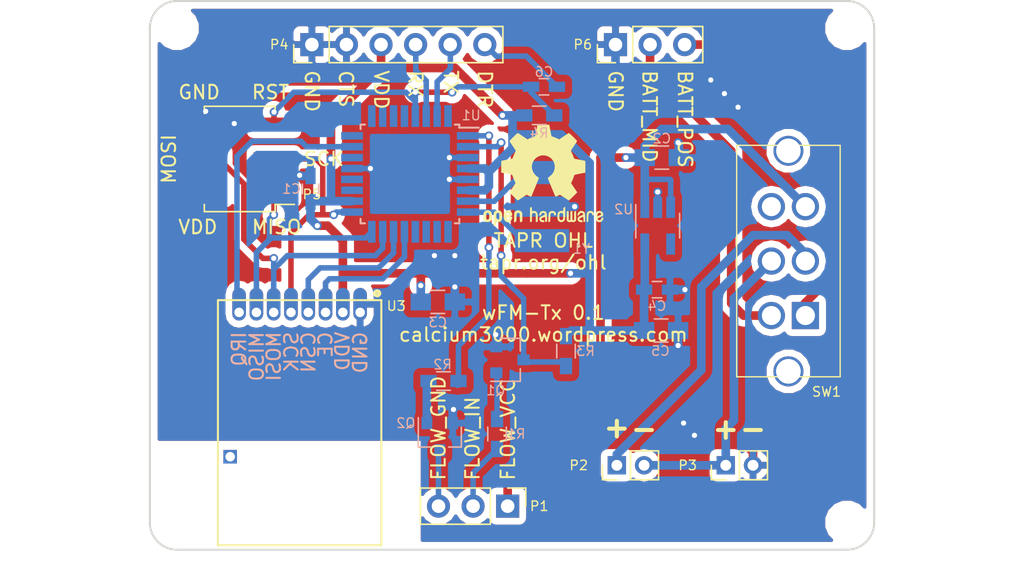
<source format=kicad_pcb>
(kicad_pcb (version 4) (host pcbnew 4.0.4-stable)

  (general
    (links 0)
    (no_connects 0)
    (area 88.024998 92.624999 141.375001 133.075001)
    (thickness 1.6)
    (drawings 40)
    (tracks 280)
    (zones 0)
    (modules 28)
    (nets 41)
  )

  (page A4)
  (layers
    (0 F.Cu signal)
    (31 B.Cu signal)
    (36 B.SilkS user)
    (37 F.SilkS user)
    (38 B.Mask user)
    (39 F.Mask user)
    (44 Edge.Cuts user)
    (46 B.CrtYd user)
    (47 F.CrtYd user)
    (48 B.Fab user)
    (49 F.Fab user)
  )

  (setup
    (last_trace_width 0.254)
    (user_trace_width 0.4064)
    (user_trace_width 0.635)
    (trace_clearance 0.2032)
    (zone_clearance 0.508)
    (zone_45_only no)
    (trace_min 0.2032)
    (segment_width 0.2)
    (edge_width 0.15)
    (via_size 0.635)
    (via_drill 0.381)
    (via_min_size 0.381)
    (via_min_drill 0.3048)
    (uvia_size 0.3)
    (uvia_drill 0.1)
    (uvias_allowed no)
    (uvia_min_size 0)
    (uvia_min_drill 0)
    (pcb_text_width 0.3)
    (pcb_text_size 1.5 1.5)
    (mod_edge_width 0.15)
    (mod_text_size 1 1)
    (mod_text_width 0.15)
    (pad_size 1.524 1.524)
    (pad_drill 0.762)
    (pad_to_mask_clearance 0.2)
    (aux_axis_origin 0 0)
    (visible_elements FFFEDFFF)
    (pcbplotparams
      (layerselection 0x010f0_80000001)
      (usegerberextensions true)
      (excludeedgelayer true)
      (linewidth 0.100000)
      (plotframeref false)
      (viasonmask false)
      (mode 1)
      (useauxorigin false)
      (hpglpennumber 1)
      (hpglpenspeed 20)
      (hpglpendiameter 15)
      (hpglpenoverlay 2)
      (psnegative false)
      (psa4output false)
      (plotreference true)
      (plotvalue true)
      (plotinvisibletext false)
      (padsonsilk false)
      (subtractmaskfromsilk false)
      (outputformat 1)
      (mirror false)
      (drillshape 0)
      (scaleselection 1)
      (outputdirectory gerbers))
  )

  (net 0 "")
  (net 1 GND)
  (net 2 PROG_DTR)
  (net 3 PROG_~RST)
  (net 4 FLOW_GND)
  (net 5 PROG_RX)
  (net 6 PROG_TX)
  (net 7 FLOW_PULSE)
  (net 8 "Net-(U1-Pad32)")
  (net 9 "Net-(U1-Pad28)")
  (net 10 "Net-(U1-Pad27)")
  (net 11 "Net-(U1-Pad26)")
  (net 12 "Net-(U1-Pad25)")
  (net 13 NRF_~CS)
  (net 14 NRF_CE)
  (net 15 "Net-(U1-Pad11)")
  (net 16 "Net-(U1-Pad10)")
  (net 17 "Net-(U1-Pad9)")
  (net 18 "Net-(U1-Pad24)")
  (net 19 "Net-(U2-Pad4)")
  (net 20 "Net-(U1-Pad12)")
  (net 21 /RES1)
  (net 22 /RES2)
  (net 23 +VDD)
  (net 24 FLOW_IN_BR)
  (net 25 /FLOW_IN_BASE)
  (net 26 /FLOW_GND_BASE)
  (net 27 FLOW_GND_BR)
  (net 28 "Net-(U1-Pad20)")
  (net 29 "Net-(U1-Pad19)")
  (net 30 "Net-(U1-Pad22)")
  (net 31 NRF_~IRQ)
  (net 32 SPI_MISO)
  (net 33 SPI_SCK)
  (net 34 SPI_MOSI)
  (net 35 VBATT_2S)
  (net 36 BATT_POS)
  (net 37 BATT_MID)
  (net 38 CHRG_POS)
  (net 39 CHRG_MID)
  (net 40 "Net-(SW1-Pad6)")

  (net_class Default "This is the default net class."
    (clearance 0.2032)
    (trace_width 0.254)
    (via_dia 0.635)
    (via_drill 0.381)
    (uvia_dia 0.3)
    (uvia_drill 0.1)
    (add_net +VDD)
    (add_net /FLOW_GND_BASE)
    (add_net /FLOW_IN_BASE)
    (add_net /RES1)
    (add_net /RES2)
    (add_net BATT_MID)
    (add_net BATT_POS)
    (add_net CHRG_MID)
    (add_net CHRG_POS)
    (add_net FLOW_GND)
    (add_net FLOW_GND_BR)
    (add_net FLOW_IN_BR)
    (add_net FLOW_PULSE)
    (add_net GND)
    (add_net NRF_CE)
    (add_net NRF_~CS)
    (add_net NRF_~IRQ)
    (add_net "Net-(SW1-Pad6)")
    (add_net "Net-(U1-Pad10)")
    (add_net "Net-(U1-Pad11)")
    (add_net "Net-(U1-Pad12)")
    (add_net "Net-(U1-Pad19)")
    (add_net "Net-(U1-Pad20)")
    (add_net "Net-(U1-Pad22)")
    (add_net "Net-(U1-Pad24)")
    (add_net "Net-(U1-Pad25)")
    (add_net "Net-(U1-Pad26)")
    (add_net "Net-(U1-Pad27)")
    (add_net "Net-(U1-Pad28)")
    (add_net "Net-(U1-Pad32)")
    (add_net "Net-(U1-Pad9)")
    (add_net "Net-(U2-Pad4)")
    (add_net PROG_DTR)
    (add_net PROG_RX)
    (add_net PROG_TX)
    (add_net PROG_~RST)
    (add_net SPI_MISO)
    (add_net SPI_MOSI)
    (add_net SPI_SCK)
    (add_net VBATT_2S)
  )

  (module Mounting_Holes:MountingHole_2.2mm_M2_ISO7380 (layer F.Cu) (tedit 59C7B4C9) (tstamp 59C7B961)
    (at 139.3 131)
    (descr "Mounting Hole 2.2mm, no annular, M2, ISO7380")
    (tags "mounting hole 2.2mm no annular m2 iso7380")
    (attr virtual)
    (fp_text reference MH0 (at 0 -2.75) (layer F.SilkS) hide
      (effects (font (size 1 1) (thickness 0.15)))
    )
    (fp_text value MountingHole_2.2mm_M2_ISO7380 (at 0 2.75) (layer F.Fab)
      (effects (font (size 1 1) (thickness 0.15)))
    )
    (fp_text user %R (at 0.1 2) (layer F.Fab) hide
      (effects (font (size 1 1) (thickness 0.15)))
    )
    (fp_circle (center 0 0) (end 1.75 0) (layer Cmts.User) (width 0.15))
    (fp_circle (center 0 0) (end 2 0) (layer F.CrtYd) (width 0.05))
    (pad 1 np_thru_hole circle (at 0 0) (size 2.2 2.2) (drill 2.2) (layers *.Cu *.Mask))
  )

  (module Mounting_Holes:MountingHole_2.2mm_M2_ISO7380 (layer F.Cu) (tedit 59C7B4C9) (tstamp 59C7B95A)
    (at 139.3 94.7)
    (descr "Mounting Hole 2.2mm, no annular, M2, ISO7380")
    (tags "mounting hole 2.2mm no annular m2 iso7380")
    (attr virtual)
    (fp_text reference MH0 (at 0 -2.75) (layer F.SilkS) hide
      (effects (font (size 1 1) (thickness 0.15)))
    )
    (fp_text value MountingHole_2.2mm_M2_ISO7380 (at 0 2.75) (layer F.Fab)
      (effects (font (size 1 1) (thickness 0.15)))
    )
    (fp_text user %R (at 0.1 2) (layer F.Fab) hide
      (effects (font (size 1 1) (thickness 0.15)))
    )
    (fp_circle (center 0 0) (end 1.75 0) (layer Cmts.User) (width 0.15))
    (fp_circle (center 0 0) (end 2 0) (layer F.CrtYd) (width 0.05))
    (pad 1 np_thru_hole circle (at 0 0) (size 2.2 2.2) (drill 2.2) (layers *.Cu *.Mask))
  )

  (module Mounting_Holes:MountingHole_2.2mm_M2_ISO7380 (layer F.Cu) (tedit 59C7B4C9) (tstamp 59C7B951)
    (at 90.1 131)
    (descr "Mounting Hole 2.2mm, no annular, M2, ISO7380")
    (tags "mounting hole 2.2mm no annular m2 iso7380")
    (attr virtual)
    (fp_text reference MH0 (at 0 -2.75) (layer F.SilkS) hide
      (effects (font (size 1 1) (thickness 0.15)))
    )
    (fp_text value MountingHole_2.2mm_M2_ISO7380 (at 0 2.75) (layer F.Fab)
      (effects (font (size 1 1) (thickness 0.15)))
    )
    (fp_text user %R (at 0.1 2) (layer F.Fab) hide
      (effects (font (size 1 1) (thickness 0.15)))
    )
    (fp_circle (center 0 0) (end 1.75 0) (layer Cmts.User) (width 0.15))
    (fp_circle (center 0 0) (end 2 0) (layer F.CrtYd) (width 0.05))
    (pad 1 np_thru_hole circle (at 0 0) (size 2.2 2.2) (drill 2.2) (layers *.Cu *.Mask))
  )

  (module TO_SOT_Packages_SMD:SOT-23 (layer B.Cu) (tedit 59C99455) (tstamp 5955BF49)
    (at 114.547501 119.052403)
    (descr "SOT-23, Standard")
    (tags SOT-23)
    (path /59506AED)
    (attr smd)
    (fp_text reference Q1 (at -1.047501 2.247597) (layer B.SilkS)
      (effects (font (size 0.7 0.7) (thickness 0.1)) (justify mirror))
    )
    (fp_text value MMBT3904 (at 0 -2.5) (layer B.Fab)
      (effects (font (size 1 1) (thickness 0.15)) (justify mirror))
    )
    (fp_text user %R (at 0 0.061) (layer B.Fab) hide
      (effects (font (size 0.5 0.5) (thickness 0.075)) (justify mirror))
    )
    (fp_line (start -0.7 0.95) (end -0.7 -1.5) (layer B.Fab) (width 0.1))
    (fp_line (start -0.15 1.52) (end 0.7 1.52) (layer B.Fab) (width 0.1))
    (fp_line (start -0.7 0.95) (end -0.15 1.52) (layer B.Fab) (width 0.1))
    (fp_line (start 0.7 1.52) (end 0.7 -1.52) (layer B.Fab) (width 0.1))
    (fp_line (start -0.7 -1.52) (end 0.7 -1.52) (layer B.Fab) (width 0.1))
    (fp_line (start 0.76 -1.58) (end 0.76 -0.65) (layer B.SilkS) (width 0.12))
    (fp_line (start 0.76 1.58) (end 0.76 0.65) (layer B.SilkS) (width 0.12))
    (fp_line (start -1.7 1.75) (end 1.7 1.75) (layer B.CrtYd) (width 0.05))
    (fp_line (start 1.7 1.75) (end 1.7 -1.75) (layer B.CrtYd) (width 0.05))
    (fp_line (start 1.7 -1.75) (end -1.7 -1.75) (layer B.CrtYd) (width 0.05))
    (fp_line (start -1.7 -1.75) (end -1.7 1.75) (layer B.CrtYd) (width 0.05))
    (fp_line (start 0.76 1.58) (end -1.4 1.58) (layer B.SilkS) (width 0.12))
    (fp_line (start 0.76 -1.58) (end -0.7 -1.58) (layer B.SilkS) (width 0.12))
    (pad 1 smd rect (at -1 0.95) (size 0.9 0.8) (layers B.Cu B.Mask)
      (net 25 /FLOW_IN_BASE))
    (pad 2 smd rect (at -1 -0.95) (size 0.9 0.8) (layers B.Cu B.Mask)
      (net 1 GND))
    (pad 3 smd rect (at 1 0) (size 0.9 0.8) (layers B.Cu B.Mask)
      (net 7 FLOW_PULSE))
    (model ${KISYS3DMOD}/TO_SOT_Packages_SMD.3dshapes/SOT-23.wrl
      (at (xyz 0 0 0))
      (scale (xyz 1 1 1))
      (rotate (xyz 0 0 0))
    )
  )

  (module TO_SOT_Packages_SMD:SOT-23 (layer B.Cu) (tedit 59C9945A) (tstamp 5955BF5E)
    (at 109.395502 124.699405 270)
    (descr "SOT-23, Standard")
    (tags SOT-23)
    (path /595071C5)
    (attr smd)
    (fp_text reference Q2 (at -0.999405 2.495502 360) (layer B.SilkS)
      (effects (font (size 0.7 0.7) (thickness 0.1)) (justify mirror))
    )
    (fp_text value MMBT3904 (at 0 -2.5 270) (layer B.Fab)
      (effects (font (size 1 1) (thickness 0.15)) (justify mirror))
    )
    (fp_text user %R (at 0 0 270) (layer B.Fab) hide
      (effects (font (size 0.5 0.5) (thickness 0.075)) (justify mirror))
    )
    (fp_line (start -0.7 0.95) (end -0.7 -1.5) (layer B.Fab) (width 0.1))
    (fp_line (start -0.15 1.52) (end 0.7 1.52) (layer B.Fab) (width 0.1))
    (fp_line (start -0.7 0.95) (end -0.15 1.52) (layer B.Fab) (width 0.1))
    (fp_line (start 0.7 1.52) (end 0.7 -1.52) (layer B.Fab) (width 0.1))
    (fp_line (start -0.7 -1.52) (end 0.7 -1.52) (layer B.Fab) (width 0.1))
    (fp_line (start 0.76 -1.58) (end 0.76 -0.65) (layer B.SilkS) (width 0.12))
    (fp_line (start 0.76 1.58) (end 0.76 0.65) (layer B.SilkS) (width 0.12))
    (fp_line (start -1.7 1.75) (end 1.7 1.75) (layer B.CrtYd) (width 0.05))
    (fp_line (start 1.7 1.75) (end 1.7 -1.75) (layer B.CrtYd) (width 0.05))
    (fp_line (start 1.7 -1.75) (end -1.7 -1.75) (layer B.CrtYd) (width 0.05))
    (fp_line (start -1.7 -1.75) (end -1.7 1.75) (layer B.CrtYd) (width 0.05))
    (fp_line (start 0.76 1.58) (end -1.4 1.58) (layer B.SilkS) (width 0.12))
    (fp_line (start 0.76 -1.58) (end -0.7 -1.58) (layer B.SilkS) (width 0.12))
    (pad 1 smd rect (at -1 0.95 270) (size 0.9 0.8) (layers B.Cu B.Mask)
      (net 26 /FLOW_GND_BASE))
    (pad 2 smd rect (at -1 -0.95 270) (size 0.9 0.8) (layers B.Cu B.Mask)
      (net 1 GND))
    (pad 3 smd rect (at 1 0 270) (size 0.9 0.8) (layers B.Cu B.Mask)
      (net 4 FLOW_GND))
    (model ${KISYS3DMOD}/TO_SOT_Packages_SMD.3dshapes/SOT-23.wrl
      (at (xyz 0 0 0))
      (scale (xyz 1 1 1))
      (rotate (xyz 0 0 0))
    )
  )

  (module Resistors_SMD:R_0603_HandSoldering (layer B.Cu) (tedit 59C99457) (tstamp 5955BF6F)
    (at 113.6 124.5 270)
    (descr "Resistor SMD 0603, hand soldering")
    (tags "resistor 0603")
    (path /594DCFB2)
    (attr smd)
    (fp_text reference R1 (at 0 -1.4 360) (layer B.SilkS)
      (effects (font (size 0.7 0.7) (thickness 0.1)) (justify mirror))
    )
    (fp_text value 10k (at 0 -1.55 270) (layer B.Fab)
      (effects (font (size 1 1) (thickness 0.15)) (justify mirror))
    )
    (fp_text user %R (at 0 0 270) (layer B.Fab) hide
      (effects (font (size 0.5 0.5) (thickness 0.075)) (justify mirror))
    )
    (fp_line (start -0.8 -0.4) (end -0.8 0.4) (layer B.Fab) (width 0.1))
    (fp_line (start 0.8 -0.4) (end -0.8 -0.4) (layer B.Fab) (width 0.1))
    (fp_line (start 0.8 0.4) (end 0.8 -0.4) (layer B.Fab) (width 0.1))
    (fp_line (start -0.8 0.4) (end 0.8 0.4) (layer B.Fab) (width 0.1))
    (fp_line (start 0.5 -0.68) (end -0.5 -0.68) (layer B.SilkS) (width 0.12))
    (fp_line (start -0.5 0.68) (end 0.5 0.68) (layer B.SilkS) (width 0.12))
    (fp_line (start -1.96 0.7) (end 1.95 0.7) (layer B.CrtYd) (width 0.05))
    (fp_line (start -1.96 0.7) (end -1.96 -0.7) (layer B.CrtYd) (width 0.05))
    (fp_line (start 1.95 -0.7) (end 1.95 0.7) (layer B.CrtYd) (width 0.05))
    (fp_line (start 1.95 -0.7) (end -1.96 -0.7) (layer B.CrtYd) (width 0.05))
    (pad 1 smd rect (at -1.1 0 270) (size 1.2 0.9) (layers B.Cu B.Mask)
      (net 25 /FLOW_IN_BASE))
    (pad 2 smd rect (at 1.1 0 270) (size 1.2 0.9) (layers B.Cu B.Mask)
      (net 24 FLOW_IN_BR))
    (model ${KISYS3DMOD}/Resistors_SMD.3dshapes/R_0603.wrl
      (at (xyz 0 0 0))
      (scale (xyz 1 1 1))
      (rotate (xyz 0 0 0))
    )
  )

  (module Resistors_SMD:R_0603_HandSoldering (layer B.Cu) (tedit 59C9945D) (tstamp 5955BF80)
    (at 109.666501 120.610403)
    (descr "Resistor SMD 0603, hand soldering")
    (tags "resistor 0603")
    (path /595073EA)
    (attr smd)
    (fp_text reference R2 (at -0.066501 -1.210403) (layer B.SilkS)
      (effects (font (size 0.7 0.7) (thickness 0.1)) (justify mirror))
    )
    (fp_text value 10k (at 0 -1.55) (layer B.Fab)
      (effects (font (size 1 1) (thickness 0.15)) (justify mirror))
    )
    (fp_text user %R (at 0 0) (layer B.Fab) hide
      (effects (font (size 0.5 0.5) (thickness 0.075)) (justify mirror))
    )
    (fp_line (start -0.8 -0.4) (end -0.8 0.4) (layer B.Fab) (width 0.1))
    (fp_line (start 0.8 -0.4) (end -0.8 -0.4) (layer B.Fab) (width 0.1))
    (fp_line (start 0.8 0.4) (end 0.8 -0.4) (layer B.Fab) (width 0.1))
    (fp_line (start -0.8 0.4) (end 0.8 0.4) (layer B.Fab) (width 0.1))
    (fp_line (start 0.5 -0.68) (end -0.5 -0.68) (layer B.SilkS) (width 0.12))
    (fp_line (start -0.5 0.68) (end 0.5 0.68) (layer B.SilkS) (width 0.12))
    (fp_line (start -1.96 0.7) (end 1.95 0.7) (layer B.CrtYd) (width 0.05))
    (fp_line (start -1.96 0.7) (end -1.96 -0.7) (layer B.CrtYd) (width 0.05))
    (fp_line (start 1.95 -0.7) (end 1.95 0.7) (layer B.CrtYd) (width 0.05))
    (fp_line (start 1.95 -0.7) (end -1.96 -0.7) (layer B.CrtYd) (width 0.05))
    (pad 1 smd rect (at -1.1 0) (size 1.2 0.9) (layers B.Cu B.Mask)
      (net 26 /FLOW_GND_BASE))
    (pad 2 smd rect (at 1.1 0) (size 1.2 0.9) (layers B.Cu B.Mask)
      (net 27 FLOW_GND_BR))
    (model ${KISYS3DMOD}/Resistors_SMD.3dshapes/R_0603.wrl
      (at (xyz 0 0 0))
      (scale (xyz 1 1 1))
      (rotate (xyz 0 0 0))
    )
  )

  (module Resistors_SMD:R_0603_HandSoldering (layer B.Cu) (tedit 59C9945F) (tstamp 5955BF91)
    (at 118.666502 118.410405 270)
    (descr "Resistor SMD 0603, hand soldering")
    (tags "resistor 0603")
    (path /594DD067)
    (attr smd)
    (fp_text reference R3 (at 0 -1.433498 360) (layer B.SilkS)
      (effects (font (size 0.7 0.7) (thickness 0.1)) (justify mirror))
    )
    (fp_text value 10k (at 0 -1.55 270) (layer B.Fab)
      (effects (font (size 1 1) (thickness 0.15)) (justify mirror))
    )
    (fp_text user %R (at 0 0 270) (layer B.Fab) hide
      (effects (font (size 0.5 0.5) (thickness 0.075)) (justify mirror))
    )
    (fp_line (start -0.8 -0.4) (end -0.8 0.4) (layer B.Fab) (width 0.1))
    (fp_line (start 0.8 -0.4) (end -0.8 -0.4) (layer B.Fab) (width 0.1))
    (fp_line (start 0.8 0.4) (end 0.8 -0.4) (layer B.Fab) (width 0.1))
    (fp_line (start -0.8 0.4) (end 0.8 0.4) (layer B.Fab) (width 0.1))
    (fp_line (start 0.5 -0.68) (end -0.5 -0.68) (layer B.SilkS) (width 0.12))
    (fp_line (start -0.5 0.68) (end 0.5 0.68) (layer B.SilkS) (width 0.12))
    (fp_line (start -1.96 0.7) (end 1.95 0.7) (layer B.CrtYd) (width 0.05))
    (fp_line (start -1.96 0.7) (end -1.96 -0.7) (layer B.CrtYd) (width 0.05))
    (fp_line (start 1.95 -0.7) (end 1.95 0.7) (layer B.CrtYd) (width 0.05))
    (fp_line (start 1.95 -0.7) (end -1.96 -0.7) (layer B.CrtYd) (width 0.05))
    (pad 1 smd rect (at -1.1 0 270) (size 1.2 0.9) (layers B.Cu B.Mask)
      (net 23 +VDD))
    (pad 2 smd rect (at 1.1 0 270) (size 1.2 0.9) (layers B.Cu B.Mask)
      (net 7 FLOW_PULSE))
    (model ${KISYS3DMOD}/Resistors_SMD.3dshapes/R_0603.wrl
      (at (xyz 0 0 0))
      (scale (xyz 1 1 1))
      (rotate (xyz 0 0 0))
    )
  )

  (module Resistors_SMD:R_0603_HandSoldering (layer B.Cu) (tedit 59C9946C) (tstamp 5955BFA2)
    (at 116.7 101.1)
    (descr "Resistor SMD 0603, hand soldering")
    (tags "resistor 0603")
    (path /594C8C0C)
    (attr smd)
    (fp_text reference R4 (at 0 1.3) (layer B.SilkS)
      (effects (font (size 0.7 0.7) (thickness 0.1)) (justify mirror))
    )
    (fp_text value 10k (at 0 -1.55) (layer B.Fab)
      (effects (font (size 1 1) (thickness 0.15)) (justify mirror))
    )
    (fp_text user %R (at 0 0) (layer B.Fab) hide
      (effects (font (size 0.5 0.5) (thickness 0.075)) (justify mirror))
    )
    (fp_line (start -0.8 -0.4) (end -0.8 0.4) (layer B.Fab) (width 0.1))
    (fp_line (start 0.8 -0.4) (end -0.8 -0.4) (layer B.Fab) (width 0.1))
    (fp_line (start 0.8 0.4) (end 0.8 -0.4) (layer B.Fab) (width 0.1))
    (fp_line (start -0.8 0.4) (end 0.8 0.4) (layer B.Fab) (width 0.1))
    (fp_line (start 0.5 -0.68) (end -0.5 -0.68) (layer B.SilkS) (width 0.12))
    (fp_line (start -0.5 0.68) (end 0.5 0.68) (layer B.SilkS) (width 0.12))
    (fp_line (start -1.96 0.7) (end 1.95 0.7) (layer B.CrtYd) (width 0.05))
    (fp_line (start -1.96 0.7) (end -1.96 -0.7) (layer B.CrtYd) (width 0.05))
    (fp_line (start 1.95 -0.7) (end 1.95 0.7) (layer B.CrtYd) (width 0.05))
    (fp_line (start 1.95 -0.7) (end -1.96 -0.7) (layer B.CrtYd) (width 0.05))
    (pad 1 smd rect (at -1.1 0) (size 1.2 0.9) (layers B.Cu B.Mask)
      (net 23 +VDD))
    (pad 2 smd rect (at 1.1 0) (size 1.2 0.9) (layers B.Cu B.Mask)
      (net 3 PROG_~RST))
    (model ${KISYS3DMOD}/Resistors_SMD.3dshapes/R_0603.wrl
      (at (xyz 0 0 0))
      (scale (xyz 1 1 1))
      (rotate (xyz 0 0 0))
    )
  )

  (module Capacitors_SMD:C_0603_HandSoldering (layer B.Cu) (tedit 59C99401) (tstamp 59AF6ED9)
    (at 99.9 106.5 90)
    (descr "Capacitor SMD 0603, hand soldering")
    (tags "capacitor 0603")
    (path /594C9C22)
    (attr smd)
    (fp_text reference C1 (at 0 -1.4 180) (layer B.SilkS)
      (effects (font (size 0.7 0.7) (thickness 0.1)) (justify mirror))
    )
    (fp_text value 0.1uF (at 0 -1.5 90) (layer B.Fab)
      (effects (font (size 1 1) (thickness 0.15)) (justify mirror))
    )
    (fp_text user %R (at 0 1.25 90) (layer B.Fab) hide
      (effects (font (size 1 1) (thickness 0.15)) (justify mirror))
    )
    (fp_line (start -0.8 -0.4) (end -0.8 0.4) (layer B.Fab) (width 0.1))
    (fp_line (start 0.8 -0.4) (end -0.8 -0.4) (layer B.Fab) (width 0.1))
    (fp_line (start 0.8 0.4) (end 0.8 -0.4) (layer B.Fab) (width 0.1))
    (fp_line (start -0.8 0.4) (end 0.8 0.4) (layer B.Fab) (width 0.1))
    (fp_line (start -0.35 0.6) (end 0.35 0.6) (layer B.SilkS) (width 0.12))
    (fp_line (start 0.35 -0.6) (end -0.35 -0.6) (layer B.SilkS) (width 0.12))
    (fp_line (start -1.8 0.65) (end 1.8 0.65) (layer B.CrtYd) (width 0.05))
    (fp_line (start -1.8 0.65) (end -1.8 -0.65) (layer B.CrtYd) (width 0.05))
    (fp_line (start 1.8 -0.65) (end 1.8 0.65) (layer B.CrtYd) (width 0.05))
    (fp_line (start 1.8 -0.65) (end -1.8 -0.65) (layer B.CrtYd) (width 0.05))
    (pad 1 smd rect (at -0.95 0 90) (size 1.2 0.75) (layers B.Cu B.Mask)
      (net 23 +VDD))
    (pad 2 smd rect (at 0.95 0 90) (size 1.2 0.75) (layers B.Cu B.Mask)
      (net 1 GND))
    (model Capacitors_SMD.3dshapes/C_0603.wrl
      (at (xyz 0 0 0))
      (scale (xyz 1 1 1))
      (rotate (xyz 0 0 0))
    )
  )

  (module Socket_Strips:Socket_Strip_Straight_1x03_Pitch2.54mm (layer F.Cu) (tedit 59C8054F) (tstamp 59AF6EEF)
    (at 114.38 129.8 270)
    (descr "Through hole straight socket strip, 1x03, 2.54mm pitch, single row")
    (tags "Through hole socket strip THT 1x03 2.54mm single row")
    (path /59AE00F0)
    (fp_text reference P1 (at 0 -2.32 360) (layer F.SilkS)
      (effects (font (size 0.7 0.7) (thickness 0.1)))
    )
    (fp_text value 1x3 (at 0 7.41 270) (layer F.Fab)
      (effects (font (size 1 1) (thickness 0.15)))
    )
    (fp_line (start -1.27 -1.27) (end -1.27 6.35) (layer F.Fab) (width 0.1))
    (fp_line (start -1.27 6.35) (end 1.27 6.35) (layer F.Fab) (width 0.1))
    (fp_line (start 1.27 6.35) (end 1.27 -1.27) (layer F.Fab) (width 0.1))
    (fp_line (start 1.27 -1.27) (end -1.27 -1.27) (layer F.Fab) (width 0.1))
    (fp_line (start -1.33 1.27) (end -1.33 6.41) (layer F.SilkS) (width 0.12))
    (fp_line (start -1.33 6.41) (end 1.33 6.41) (layer F.SilkS) (width 0.12))
    (fp_line (start 1.33 6.41) (end 1.33 1.27) (layer F.SilkS) (width 0.12))
    (fp_line (start 1.33 1.27) (end -1.33 1.27) (layer F.SilkS) (width 0.12))
    (fp_line (start -1.33 0) (end -1.33 -1.33) (layer F.SilkS) (width 0.12))
    (fp_line (start -1.33 -1.33) (end 0 -1.33) (layer F.SilkS) (width 0.12))
    (fp_line (start -1.8 -1.8) (end -1.8 6.85) (layer F.CrtYd) (width 0.05))
    (fp_line (start -1.8 6.85) (end 1.8 6.85) (layer F.CrtYd) (width 0.05))
    (fp_line (start 1.8 6.85) (end 1.8 -1.8) (layer F.CrtYd) (width 0.05))
    (fp_line (start 1.8 -1.8) (end -1.8 -1.8) (layer F.CrtYd) (width 0.05))
    (fp_text user %R (at 0 -2.33 270) (layer F.Fab) hide
      (effects (font (size 1 1) (thickness 0.15)))
    )
    (pad 1 thru_hole rect (at 0 0 270) (size 1.7 1.7) (drill 1) (layers *.Cu *.Mask)
      (net 35 VBATT_2S))
    (pad 2 thru_hole oval (at 0 2.54 270) (size 1.7 1.7) (drill 1) (layers *.Cu *.Mask)
      (net 24 FLOW_IN_BR))
    (pad 3 thru_hole oval (at 0 5.08 270) (size 1.7 1.7) (drill 1) (layers *.Cu *.Mask)
      (net 4 FLOW_GND))
    (model ${KISYS3DMOD}/Socket_Strips.3dshapes/Socket_Strip_Straight_1x03_Pitch2.54mm.wrl
      (at (xyz 0 -0.1 0))
      (scale (xyz 1 1 1))
      (rotate (xyz 0 0 270))
    )
  )

  (module Housings_QFP:TQFP-32_7x7mm_Pitch0.8mm (layer B.Cu) (tedit 59C99315) (tstamp 59B0B12E)
    (at 107.2 105.4 180)
    (descr "32-Lead Plastic Thin Quad Flatpack (PT) - 7x7x1.0 mm Body, 2.00 mm [TQFP] (see Microchip Packaging Specification 00000049BS.pdf)")
    (tags "QFP 0.8")
    (path /59AF7AE6)
    (attr smd)
    (fp_text reference U1 (at -4.5 4.3 180) (layer B.SilkS)
      (effects (font (size 0.7 0.7) (thickness 0.1)) (justify mirror))
    )
    (fp_text value ATmega328P-AU (at 0 -6.05 180) (layer B.Fab)
      (effects (font (size 1 1) (thickness 0.15)) (justify mirror))
    )
    (fp_text user %R (at 0 0 180) (layer B.Fab) hide
      (effects (font (size 1 1) (thickness 0.15)) (justify mirror))
    )
    (fp_line (start -2.5 3.5) (end 3.5 3.5) (layer B.Fab) (width 0.15))
    (fp_line (start 3.5 3.5) (end 3.5 -3.5) (layer B.Fab) (width 0.15))
    (fp_line (start 3.5 -3.5) (end -3.5 -3.5) (layer B.Fab) (width 0.15))
    (fp_line (start -3.5 -3.5) (end -3.5 2.5) (layer B.Fab) (width 0.15))
    (fp_line (start -3.5 2.5) (end -2.5 3.5) (layer B.Fab) (width 0.15))
    (fp_line (start -5.3 5.3) (end -5.3 -5.3) (layer B.CrtYd) (width 0.05))
    (fp_line (start 5.3 5.3) (end 5.3 -5.3) (layer B.CrtYd) (width 0.05))
    (fp_line (start -5.3 5.3) (end 5.3 5.3) (layer B.CrtYd) (width 0.05))
    (fp_line (start -5.3 -5.3) (end 5.3 -5.3) (layer B.CrtYd) (width 0.05))
    (fp_line (start -3.625 3.625) (end -3.625 3.4) (layer B.SilkS) (width 0.15))
    (fp_line (start 3.625 3.625) (end 3.625 3.3) (layer B.SilkS) (width 0.15))
    (fp_line (start 3.625 -3.625) (end 3.625 -3.3) (layer B.SilkS) (width 0.15))
    (fp_line (start -3.625 -3.625) (end -3.625 -3.3) (layer B.SilkS) (width 0.15))
    (fp_line (start -3.625 3.625) (end -3.3 3.625) (layer B.SilkS) (width 0.15))
    (fp_line (start -3.625 -3.625) (end -3.3 -3.625) (layer B.SilkS) (width 0.15))
    (fp_line (start 3.625 -3.625) (end 3.3 -3.625) (layer B.SilkS) (width 0.15))
    (fp_line (start 3.625 3.625) (end 3.3 3.625) (layer B.SilkS) (width 0.15))
    (fp_line (start -3.625 3.4) (end -5.05 3.4) (layer B.SilkS) (width 0.15))
    (pad 1 smd rect (at -4.25 2.8 180) (size 1.6 0.55) (layers B.Cu B.Mask)
      (net 27 FLOW_GND_BR))
    (pad 2 smd rect (at -4.25 2 180) (size 1.6 0.55) (layers B.Cu B.Mask)
      (net 7 FLOW_PULSE))
    (pad 3 smd rect (at -4.25 1.2 180) (size 1.6 0.55) (layers B.Cu B.Mask)
      (net 1 GND))
    (pad 4 smd rect (at -4.25 0.4 180) (size 1.6 0.55) (layers B.Cu B.Mask)
      (net 23 +VDD))
    (pad 5 smd rect (at -4.25 -0.4 180) (size 1.6 0.55) (layers B.Cu B.Mask)
      (net 1 GND))
    (pad 6 smd rect (at -4.25 -1.2 180) (size 1.6 0.55) (layers B.Cu B.Mask)
      (net 23 +VDD))
    (pad 7 smd rect (at -4.25 -2 180) (size 1.6 0.55) (layers B.Cu B.Mask)
      (net 21 /RES1))
    (pad 8 smd rect (at -4.25 -2.8 180) (size 1.6 0.55) (layers B.Cu B.Mask)
      (net 22 /RES2))
    (pad 9 smd rect (at -2.8 -4.25 90) (size 1.6 0.55) (layers B.Cu B.Mask)
      (net 17 "Net-(U1-Pad9)"))
    (pad 10 smd rect (at -2 -4.25 90) (size 1.6 0.55) (layers B.Cu B.Mask)
      (net 16 "Net-(U1-Pad10)"))
    (pad 11 smd rect (at -1.2 -4.25 90) (size 1.6 0.55) (layers B.Cu B.Mask)
      (net 15 "Net-(U1-Pad11)"))
    (pad 12 smd rect (at -0.4 -4.25 90) (size 1.6 0.55) (layers B.Cu B.Mask)
      (net 20 "Net-(U1-Pad12)"))
    (pad 13 smd rect (at 0.4 -4.25 90) (size 1.6 0.55) (layers B.Cu B.Mask)
      (net 14 NRF_CE))
    (pad 14 smd rect (at 1.2 -4.25 90) (size 1.6 0.55) (layers B.Cu B.Mask)
      (net 13 NRF_~CS))
    (pad 15 smd rect (at 2 -4.25 90) (size 1.6 0.55) (layers B.Cu B.Mask)
      (net 34 SPI_MOSI))
    (pad 16 smd rect (at 2.8 -4.25 90) (size 1.6 0.55) (layers B.Cu B.Mask)
      (net 32 SPI_MISO))
    (pad 17 smd rect (at 4.25 -2.8 180) (size 1.6 0.55) (layers B.Cu B.Mask)
      (net 33 SPI_SCK))
    (pad 18 smd rect (at 4.25 -2 180) (size 1.6 0.55) (layers B.Cu B.Mask)
      (net 23 +VDD))
    (pad 19 smd rect (at 4.25 -1.2 180) (size 1.6 0.55) (layers B.Cu B.Mask)
      (net 29 "Net-(U1-Pad19)"))
    (pad 20 smd rect (at 4.25 -0.4 180) (size 1.6 0.55) (layers B.Cu B.Mask)
      (net 28 "Net-(U1-Pad20)"))
    (pad 21 smd rect (at 4.25 0.4 180) (size 1.6 0.55) (layers B.Cu B.Mask)
      (net 1 GND))
    (pad 22 smd rect (at 4.25 1.2 180) (size 1.6 0.55) (layers B.Cu B.Mask)
      (net 30 "Net-(U1-Pad22)"))
    (pad 23 smd rect (at 4.25 2 180) (size 1.6 0.55) (layers B.Cu B.Mask)
      (net 31 NRF_~IRQ))
    (pad 24 smd rect (at 4.25 2.8 180) (size 1.6 0.55) (layers B.Cu B.Mask)
      (net 18 "Net-(U1-Pad24)"))
    (pad 25 smd rect (at 2.8 4.25 90) (size 1.6 0.55) (layers B.Cu B.Mask)
      (net 12 "Net-(U1-Pad25)"))
    (pad 26 smd rect (at 2 4.25 90) (size 1.6 0.55) (layers B.Cu B.Mask)
      (net 11 "Net-(U1-Pad26)"))
    (pad 27 smd rect (at 1.2 4.25 90) (size 1.6 0.55) (layers B.Cu B.Mask)
      (net 10 "Net-(U1-Pad27)"))
    (pad 28 smd rect (at 0.4 4.25 90) (size 1.6 0.55) (layers B.Cu B.Mask)
      (net 9 "Net-(U1-Pad28)"))
    (pad 29 smd rect (at -0.4 4.25 90) (size 1.6 0.55) (layers B.Cu B.Mask)
      (net 3 PROG_~RST))
    (pad 30 smd rect (at -1.2 4.25 90) (size 1.6 0.55) (layers B.Cu B.Mask)
      (net 5 PROG_RX))
    (pad 31 smd rect (at -2 4.25 90) (size 1.6 0.55) (layers B.Cu B.Mask)
      (net 6 PROG_TX))
    (pad 32 smd rect (at -2.8 4.25 90) (size 1.6 0.55) (layers B.Cu B.Mask)
      (net 8 "Net-(U1-Pad32)"))
    (model ${KISYS3DMOD}/Housings_QFP.3dshapes/TQFP-32_7x7mm_Pitch0.8mm.wrl
      (at (xyz 0 0 0))
      (scale (xyz 1 1 1))
      (rotate (xyz 0 0 0))
    )
  )

  (module TO_SOT_Packages_SMD:SOT-23-5_HandSoldering (layer B.Cu) (tedit 59C99464) (tstamp 59B0B164)
    (at 125.4 109.2 270)
    (descr "5-pin SOT23 package")
    (tags "SOT-23-5 hand-soldering")
    (path /59ADACC2)
    (attr smd)
    (fp_text reference U2 (at -1.2 2.5 360) (layer B.SilkS)
      (effects (font (size 0.7 0.7) (thickness 0.1)) (justify mirror))
    )
    (fp_text value MIC5205-3.3 (at 0 -2.9 270) (layer B.Fab)
      (effects (font (size 1 1) (thickness 0.15)) (justify mirror))
    )
    (fp_text user %R (at -0.419839 0.134455 360) (layer B.Fab) hide
      (effects (font (size 0.5 0.5) (thickness 0.075)) (justify mirror))
    )
    (fp_line (start -0.9 -1.61) (end 0.9 -1.61) (layer B.SilkS) (width 0.12))
    (fp_line (start 0.9 1.61) (end -1.55 1.61) (layer B.SilkS) (width 0.12))
    (fp_line (start -0.9 0.9) (end -0.25 1.55) (layer B.Fab) (width 0.1))
    (fp_line (start 0.9 1.55) (end -0.25 1.55) (layer B.Fab) (width 0.1))
    (fp_line (start -0.9 0.9) (end -0.9 -1.55) (layer B.Fab) (width 0.1))
    (fp_line (start 0.9 -1.55) (end -0.9 -1.55) (layer B.Fab) (width 0.1))
    (fp_line (start 0.9 1.55) (end 0.9 -1.55) (layer B.Fab) (width 0.1))
    (fp_line (start -2.38 1.8) (end 2.38 1.8) (layer B.CrtYd) (width 0.05))
    (fp_line (start -2.38 1.8) (end -2.38 -1.8) (layer B.CrtYd) (width 0.05))
    (fp_line (start 2.38 -1.8) (end 2.38 1.8) (layer B.CrtYd) (width 0.05))
    (fp_line (start 2.38 -1.8) (end -2.38 -1.8) (layer B.CrtYd) (width 0.05))
    (pad 1 smd rect (at -1.35 0.95 270) (size 1.56 0.65) (layers B.Cu B.Mask)
      (net 35 VBATT_2S))
    (pad 2 smd rect (at -1.35 0 270) (size 1.56 0.65) (layers B.Cu B.Mask)
      (net 1 GND))
    (pad 3 smd rect (at -1.35 -0.95 270) (size 1.56 0.65) (layers B.Cu B.Mask)
      (net 35 VBATT_2S))
    (pad 4 smd rect (at 1.35 -0.95 270) (size 1.56 0.65) (layers B.Cu B.Mask)
      (net 19 "Net-(U2-Pad4)"))
    (pad 5 smd rect (at 1.35 0.95 270) (size 1.56 0.65) (layers B.Cu B.Mask)
      (net 23 +VDD))
    (model ${KISYS3DMOD}/TO_SOT_Packages_SMD.3dshapes\SOT-23-5.wrl
      (at (xyz 0 0 0))
      (scale (xyz 1 1 1))
      (rotate (xyz 0 0 0))
    )
  )

  (module wFM:nRF24L01p_mini_TH (layer F.Cu) (tedit 59C804BC) (tstamp 59B0B526)
    (at 99.1 114.67 180)
    (path /594C8AF2)
    (fp_text reference U3 (at -7.1 -0.43 180) (layer F.SilkS)
      (effects (font (size 0.7 0.7) (thickness 0.1)))
    )
    (fp_text value nRF24L01+_module (at 0 -20.3 180) (layer F.Fab)
      (effects (font (size 1 1) (thickness 0.15)))
    )
    (fp_circle (center -5.7 0.5) (end -5.6 0.7) (layer F.SilkS) (width 0.15))
    (fp_circle (center -5.7 0.5) (end -5.6 0.5) (layer F.SilkS) (width 0.15))
    (fp_line (start -6 -18) (end -6 0) (layer F.SilkS) (width 0.15))
    (fp_line (start 6 -18) (end -6 -18) (layer F.SilkS) (width 0.15))
    (fp_line (start 6 0) (end 6 -18) (layer F.SilkS) (width 0.15))
    (fp_line (start -6 0) (end 6 0) (layer F.SilkS) (width 0.15))
    (fp_line (start -6.3 0.3) (end 6.3 0.3) (layer F.CrtYd) (width 0.05))
    (fp_line (start 6.3 0.3) (end 6.3 -18.3) (layer F.CrtYd) (width 0.05))
    (fp_line (start -6.3 -18.3) (end -6.3 0.3) (layer F.CrtYd) (width 0.05))
    (fp_line (start 6.3 -18.3) (end -6.3 -18.3) (layer F.CrtYd) (width 0.05))
    (pad 5 thru_hole oval (at 0.635 -0.9 180) (size 1 2.4) (drill 0.7 (offset 0 0.6)) (layers *.Cu *.Mask)
      (net 33 SPI_SCK))
    (pad 4 thru_hole oval (at -0.635 -0.9 180) (size 1 2.4) (drill 0.7 (offset 0 0.6)) (layers *.Cu *.Mask)
      (net 13 NRF_~CS))
    (pad 6 thru_hole oval (at 1.905 -0.9 180) (size 1 2.4) (drill 0.7 (offset 0 0.6)) (layers *.Cu *.Mask)
      (net 34 SPI_MOSI))
    (pad 3 thru_hole oval (at -1.905 -0.9 180) (size 1 2.4) (drill 0.7 (offset 0 0.6)) (layers *.Cu *.Mask)
      (net 14 NRF_CE))
    (pad 2 thru_hole oval (at -3.175 -0.9 180) (size 1 2.4) (drill 0.7 (offset 0 0.6)) (layers *.Cu *.Mask)
      (net 23 +VDD))
    (pad 7 thru_hole oval (at 3.175 -0.9 180) (size 1 2.4) (drill 0.7 (offset 0 0.6)) (layers *.Cu *.Mask)
      (net 32 SPI_MISO))
    (pad 1 thru_hole oval (at -4.445 -0.9 180) (size 1 2.4) (drill 0.7 (offset 0 0.6)) (layers *.Cu *.Mask)
      (net 1 GND))
    (pad 8 thru_hole oval (at 4.445 -0.9 180) (size 1 2.4) (drill 0.7 (offset 0 0.6)) (layers *.Cu *.Mask)
      (net 31 NRF_~IRQ))
    (pad 9 thru_hole rect (at 5.1 -11.5 270) (size 1 1) (drill 0.7) (layers *.Cu *.Mask))
  )

  (module Capacitors_SMD:C_0805_HandSoldering (layer B.Cu) (tedit 59C9933E) (tstamp 59B88FD6)
    (at 125.7 104.2)
    (descr "Capacitor SMD 0805, hand soldering")
    (tags "capacitor 0805")
    (path /59B89388)
    (attr smd)
    (fp_text reference C2 (at 0 -1.4) (layer B.SilkS)
      (effects (font (size 0.7 0.7) (thickness 0.1)) (justify mirror))
    )
    (fp_text value 10uF (at 0 -1.75) (layer B.Fab)
      (effects (font (size 1 1) (thickness 0.15)) (justify mirror))
    )
    (fp_text user %R (at 0 1.75) (layer B.Fab) hide
      (effects (font (size 1 1) (thickness 0.15)) (justify mirror))
    )
    (fp_line (start -1 -0.62) (end -1 0.62) (layer B.Fab) (width 0.1))
    (fp_line (start 1 -0.62) (end -1 -0.62) (layer B.Fab) (width 0.1))
    (fp_line (start 1 0.62) (end 1 -0.62) (layer B.Fab) (width 0.1))
    (fp_line (start -1 0.62) (end 1 0.62) (layer B.Fab) (width 0.1))
    (fp_line (start 0.5 0.85) (end -0.5 0.85) (layer B.SilkS) (width 0.12))
    (fp_line (start -0.5 -0.85) (end 0.5 -0.85) (layer B.SilkS) (width 0.12))
    (fp_line (start -2.25 0.88) (end 2.25 0.88) (layer B.CrtYd) (width 0.05))
    (fp_line (start -2.25 0.88) (end -2.25 -0.87) (layer B.CrtYd) (width 0.05))
    (fp_line (start 2.25 -0.87) (end 2.25 0.88) (layer B.CrtYd) (width 0.05))
    (fp_line (start 2.25 -0.87) (end -2.25 -0.87) (layer B.CrtYd) (width 0.05))
    (pad 1 smd rect (at -1.25 0) (size 1.5 1.25) (layers B.Cu B.Mask)
      (net 35 VBATT_2S))
    (pad 2 smd rect (at 1.25 0) (size 1.5 1.25) (layers B.Cu B.Mask)
      (net 1 GND))
    (model Capacitors_SMD.3dshapes/C_0805.wrl
      (at (xyz 0 0 0))
      (scale (xyz 1 1 1))
      (rotate (xyz 0 0 0))
    )
  )

  (module Capacitors_SMD:C_0805_HandSoldering (layer B.Cu) (tedit 59C99365) (tstamp 59C31E88)
    (at 109.249999 114.8)
    (descr "Capacitor SMD 0805, hand soldering")
    (tags "capacitor 0805")
    (path /59B8952A)
    (attr smd)
    (fp_text reference C3 (at 0 1.5) (layer B.SilkS)
      (effects (font (size 0.7 0.7) (thickness 0.1)) (justify mirror))
    )
    (fp_text value 10uF (at 0 -1.75) (layer B.Fab)
      (effects (font (size 1 1) (thickness 0.15)) (justify mirror))
    )
    (fp_text user %R (at 0 1.75) (layer B.Fab) hide
      (effects (font (size 1 1) (thickness 0.15)) (justify mirror))
    )
    (fp_line (start -1 -0.62) (end -1 0.62) (layer B.Fab) (width 0.1))
    (fp_line (start 1 -0.62) (end -1 -0.62) (layer B.Fab) (width 0.1))
    (fp_line (start 1 0.62) (end 1 -0.62) (layer B.Fab) (width 0.1))
    (fp_line (start -1 0.62) (end 1 0.62) (layer B.Fab) (width 0.1))
    (fp_line (start 0.5 0.85) (end -0.5 0.85) (layer B.SilkS) (width 0.12))
    (fp_line (start -0.5 -0.85) (end 0.5 -0.85) (layer B.SilkS) (width 0.12))
    (fp_line (start -2.25 0.88) (end 2.25 0.88) (layer B.CrtYd) (width 0.05))
    (fp_line (start -2.25 0.88) (end -2.25 -0.87) (layer B.CrtYd) (width 0.05))
    (fp_line (start 2.25 -0.87) (end 2.25 0.88) (layer B.CrtYd) (width 0.05))
    (fp_line (start 2.25 -0.87) (end -2.25 -0.87) (layer B.CrtYd) (width 0.05))
    (pad 1 smd rect (at -1.25 0) (size 1.5 1.25) (layers B.Cu B.Mask)
      (net 23 +VDD))
    (pad 2 smd rect (at 1.25 0) (size 1.5 1.25) (layers B.Cu B.Mask)
      (net 1 GND))
    (model Capacitors_SMD.3dshapes/C_0805.wrl
      (at (xyz 0 0 0))
      (scale (xyz 1 1 1))
      (rotate (xyz 0 0 0))
    )
  )

  (module Capacitors_SMD:C_0603_HandSoldering (layer B.Cu) (tedit 59C993D5) (tstamp 59C31E98)
    (at 125.35 113.9)
    (descr "Capacitor SMD 0603, hand soldering")
    (tags "capacitor 0603")
    (path /594CB697)
    (attr smd)
    (fp_text reference C4 (at 0 1.2) (layer B.SilkS)
      (effects (font (size 0.7 0.7) (thickness 0.1)) (justify mirror))
    )
    (fp_text value 0.1uF (at 0 -1.5) (layer B.Fab)
      (effects (font (size 1 1) (thickness 0.15)) (justify mirror))
    )
    (fp_text user %R (at 0 1.25) (layer B.Fab) hide
      (effects (font (size 1 1) (thickness 0.15)) (justify mirror))
    )
    (fp_line (start -0.8 -0.4) (end -0.8 0.4) (layer B.Fab) (width 0.1))
    (fp_line (start 0.8 -0.4) (end -0.8 -0.4) (layer B.Fab) (width 0.1))
    (fp_line (start 0.8 0.4) (end 0.8 -0.4) (layer B.Fab) (width 0.1))
    (fp_line (start -0.8 0.4) (end 0.8 0.4) (layer B.Fab) (width 0.1))
    (fp_line (start -0.35 0.6) (end 0.35 0.6) (layer B.SilkS) (width 0.12))
    (fp_line (start 0.35 -0.6) (end -0.35 -0.6) (layer B.SilkS) (width 0.12))
    (fp_line (start -1.8 0.65) (end 1.8 0.65) (layer B.CrtYd) (width 0.05))
    (fp_line (start -1.8 0.65) (end -1.8 -0.65) (layer B.CrtYd) (width 0.05))
    (fp_line (start 1.8 -0.65) (end 1.8 0.65) (layer B.CrtYd) (width 0.05))
    (fp_line (start 1.8 -0.65) (end -1.8 -0.65) (layer B.CrtYd) (width 0.05))
    (pad 1 smd rect (at -0.95 0) (size 1.2 0.75) (layers B.Cu B.Mask)
      (net 23 +VDD))
    (pad 2 smd rect (at 0.95 0) (size 1.2 0.75) (layers B.Cu B.Mask)
      (net 1 GND))
    (model Capacitors_SMD.3dshapes/C_0603.wrl
      (at (xyz 0 0 0))
      (scale (xyz 1 1 1))
      (rotate (xyz 0 0 0))
    )
  )

  (module Capacitors_SMD:C_0805_HandSoldering (layer B.Cu) (tedit 59C993E4) (tstamp 59C31EA8)
    (at 125.649999 116.9)
    (descr "Capacitor SMD 0805, hand soldering")
    (tags "capacitor 0805")
    (path /59B88FBE)
    (attr smd)
    (fp_text reference C5 (at -0.049999 1.5) (layer B.SilkS)
      (effects (font (size 0.7 0.7) (thickness 0.1)) (justify mirror))
    )
    (fp_text value 10uF (at 0 -1.75) (layer B.Fab)
      (effects (font (size 1 1) (thickness 0.15)) (justify mirror))
    )
    (fp_text user %R (at 0 1.75) (layer B.Fab) hide
      (effects (font (size 1 1) (thickness 0.15)) (justify mirror))
    )
    (fp_line (start -1 -0.62) (end -1 0.62) (layer B.Fab) (width 0.1))
    (fp_line (start 1 -0.62) (end -1 -0.62) (layer B.Fab) (width 0.1))
    (fp_line (start 1 0.62) (end 1 -0.62) (layer B.Fab) (width 0.1))
    (fp_line (start -1 0.62) (end 1 0.62) (layer B.Fab) (width 0.1))
    (fp_line (start 0.5 0.85) (end -0.5 0.85) (layer B.SilkS) (width 0.12))
    (fp_line (start -0.5 -0.85) (end 0.5 -0.85) (layer B.SilkS) (width 0.12))
    (fp_line (start -2.25 0.88) (end 2.25 0.88) (layer B.CrtYd) (width 0.05))
    (fp_line (start -2.25 0.88) (end -2.25 -0.87) (layer B.CrtYd) (width 0.05))
    (fp_line (start 2.25 -0.87) (end 2.25 0.88) (layer B.CrtYd) (width 0.05))
    (fp_line (start 2.25 -0.87) (end -2.25 -0.87) (layer B.CrtYd) (width 0.05))
    (pad 1 smd rect (at -1.25 0) (size 1.5 1.25) (layers B.Cu B.Mask)
      (net 23 +VDD))
    (pad 2 smd rect (at 1.25 0) (size 1.5 1.25) (layers B.Cu B.Mask)
      (net 1 GND))
    (model Capacitors_SMD.3dshapes/C_0805.wrl
      (at (xyz 0 0 0))
      (scale (xyz 1 1 1))
      (rotate (xyz 0 0 0))
    )
  )

  (module Capacitors_SMD:C_0603_HandSoldering (layer B.Cu) (tedit 59C9931D) (tstamp 59C31EB8)
    (at 117.05 99 180)
    (descr "Capacitor SMD 0603, hand soldering")
    (tags "capacitor 0603")
    (path /594C8CE9)
    (attr smd)
    (fp_text reference C6 (at 0 1.1 180) (layer B.SilkS)
      (effects (font (size 0.7 0.7) (thickness 0.1)) (justify mirror))
    )
    (fp_text value 0.1uF (at 0 -1.5 180) (layer B.Fab)
      (effects (font (size 1 1) (thickness 0.15)) (justify mirror))
    )
    (fp_text user %R (at 0 1.25 180) (layer B.Fab) hide
      (effects (font (size 1 1) (thickness 0.15)) (justify mirror))
    )
    (fp_line (start -0.8 -0.4) (end -0.8 0.4) (layer B.Fab) (width 0.1))
    (fp_line (start 0.8 -0.4) (end -0.8 -0.4) (layer B.Fab) (width 0.1))
    (fp_line (start 0.8 0.4) (end 0.8 -0.4) (layer B.Fab) (width 0.1))
    (fp_line (start -0.8 0.4) (end 0.8 0.4) (layer B.Fab) (width 0.1))
    (fp_line (start -0.35 0.6) (end 0.35 0.6) (layer B.SilkS) (width 0.12))
    (fp_line (start 0.35 -0.6) (end -0.35 -0.6) (layer B.SilkS) (width 0.12))
    (fp_line (start -1.8 0.65) (end 1.8 0.65) (layer B.CrtYd) (width 0.05))
    (fp_line (start -1.8 0.65) (end -1.8 -0.65) (layer B.CrtYd) (width 0.05))
    (fp_line (start 1.8 -0.65) (end 1.8 0.65) (layer B.CrtYd) (width 0.05))
    (fp_line (start 1.8 -0.65) (end -1.8 -0.65) (layer B.CrtYd) (width 0.05))
    (pad 1 smd rect (at -0.95 0 180) (size 1.2 0.75) (layers B.Cu B.Mask)
      (net 2 PROG_DTR))
    (pad 2 smd rect (at 0.95 0 180) (size 1.2 0.75) (layers B.Cu B.Mask)
      (net 3 PROG_~RST))
    (model Capacitors_SMD.3dshapes/C_0603.wrl
      (at (xyz 0 0 0))
      (scale (xyz 1 1 1))
      (rotate (xyz 0 0 0))
    )
  )

  (module Socket_Strips:Socket_Strip_Straight_1x06_Pitch2.54mm (layer F.Cu) (tedit 59C8048F) (tstamp 59C31EDC)
    (at 100 95.9 90)
    (descr "Through hole straight socket strip, 1x06, 2.54mm pitch, single row")
    (tags "Through hole socket strip THT 1x06 2.54mm single row")
    (path /59ADFA9D)
    (fp_text reference P4 (at 0 -2.4 180) (layer F.SilkS)
      (effects (font (size 0.7 0.7) (thickness 0.1)))
    )
    (fp_text value 1x6 (at 0 15.03 90) (layer F.Fab)
      (effects (font (size 1 1) (thickness 0.15)))
    )
    (fp_line (start -1.27 -1.27) (end -1.27 13.97) (layer F.Fab) (width 0.1))
    (fp_line (start -1.27 13.97) (end 1.27 13.97) (layer F.Fab) (width 0.1))
    (fp_line (start 1.27 13.97) (end 1.27 -1.27) (layer F.Fab) (width 0.1))
    (fp_line (start 1.27 -1.27) (end -1.27 -1.27) (layer F.Fab) (width 0.1))
    (fp_line (start -1.33 1.27) (end -1.33 14.03) (layer F.SilkS) (width 0.12))
    (fp_line (start -1.33 14.03) (end 1.33 14.03) (layer F.SilkS) (width 0.12))
    (fp_line (start 1.33 14.03) (end 1.33 1.27) (layer F.SilkS) (width 0.12))
    (fp_line (start 1.33 1.27) (end -1.33 1.27) (layer F.SilkS) (width 0.12))
    (fp_line (start -1.33 0) (end -1.33 -1.33) (layer F.SilkS) (width 0.12))
    (fp_line (start -1.33 -1.33) (end 0 -1.33) (layer F.SilkS) (width 0.12))
    (fp_line (start -1.8 -1.8) (end -1.8 14.5) (layer F.CrtYd) (width 0.05))
    (fp_line (start -1.8 14.5) (end 1.8 14.5) (layer F.CrtYd) (width 0.05))
    (fp_line (start 1.8 14.5) (end 1.8 -1.8) (layer F.CrtYd) (width 0.05))
    (fp_line (start 1.8 -1.8) (end -1.8 -1.8) (layer F.CrtYd) (width 0.05))
    (fp_text user %R (at 0 -2.33 90) (layer F.Fab) hide
      (effects (font (size 1 1) (thickness 0.15)))
    )
    (pad 1 thru_hole rect (at 0 0 90) (size 1.7 1.7) (drill 1) (layers *.Cu *.Mask)
      (net 1 GND))
    (pad 2 thru_hole oval (at 0 2.54 90) (size 1.7 1.7) (drill 1) (layers *.Cu *.Mask)
      (net 1 GND))
    (pad 3 thru_hole oval (at 0 5.08 90) (size 1.7 1.7) (drill 1) (layers *.Cu *.Mask)
      (net 23 +VDD))
    (pad 4 thru_hole oval (at 0 7.62 90) (size 1.7 1.7) (drill 1) (layers *.Cu *.Mask)
      (net 5 PROG_RX))
    (pad 5 thru_hole oval (at 0 10.16 90) (size 1.7 1.7) (drill 1) (layers *.Cu *.Mask)
      (net 6 PROG_TX))
    (pad 6 thru_hole oval (at 0 12.7 90) (size 1.7 1.7) (drill 1) (layers *.Cu *.Mask)
      (net 2 PROG_DTR))
    (model ${KISYS3DMOD}/Socket_Strips.3dshapes/Socket_Strip_Straight_1x06_Pitch2.54mm.wrl
      (at (xyz 0 -0.25 0))
      (scale (xyz 1 1 1))
      (rotate (xyz 0 0 270))
    )
  )

  (module Socket_Strips:Socket_Strip_Straight_1x03_Pitch2.54mm (layer F.Cu) (tedit 59C8050C) (tstamp 59C31EF4)
    (at 122.3 95.9 90)
    (descr "Through hole straight socket strip, 1x03, 2.54mm pitch, single row")
    (tags "Through hole socket strip THT 1x03 2.54mm single row")
    (path /59C321D7)
    (fp_text reference P6 (at 0 -2.4 180) (layer F.SilkS)
      (effects (font (size 0.7 0.7) (thickness 0.1)))
    )
    (fp_text value 1x3 (at 0 7.41 90) (layer F.Fab)
      (effects (font (size 1 1) (thickness 0.15)))
    )
    (fp_line (start -1.27 -1.27) (end -1.27 6.35) (layer F.Fab) (width 0.1))
    (fp_line (start -1.27 6.35) (end 1.27 6.35) (layer F.Fab) (width 0.1))
    (fp_line (start 1.27 6.35) (end 1.27 -1.27) (layer F.Fab) (width 0.1))
    (fp_line (start 1.27 -1.27) (end -1.27 -1.27) (layer F.Fab) (width 0.1))
    (fp_line (start -1.33 1.27) (end -1.33 6.41) (layer F.SilkS) (width 0.12))
    (fp_line (start -1.33 6.41) (end 1.33 6.41) (layer F.SilkS) (width 0.12))
    (fp_line (start 1.33 6.41) (end 1.33 1.27) (layer F.SilkS) (width 0.12))
    (fp_line (start 1.33 1.27) (end -1.33 1.27) (layer F.SilkS) (width 0.12))
    (fp_line (start -1.33 0) (end -1.33 -1.33) (layer F.SilkS) (width 0.12))
    (fp_line (start -1.33 -1.33) (end 0 -1.33) (layer F.SilkS) (width 0.12))
    (fp_line (start -1.8 -1.8) (end -1.8 6.85) (layer F.CrtYd) (width 0.05))
    (fp_line (start -1.8 6.85) (end 1.8 6.85) (layer F.CrtYd) (width 0.05))
    (fp_line (start 1.8 6.85) (end 1.8 -1.8) (layer F.CrtYd) (width 0.05))
    (fp_line (start 1.8 -1.8) (end -1.8 -1.8) (layer F.CrtYd) (width 0.05))
    (fp_text user %R (at 0 -2.33 90) (layer F.Fab) hide
      (effects (font (size 1 1) (thickness 0.15)))
    )
    (pad 1 thru_hole rect (at 0 0 90) (size 1.7 1.7) (drill 1) (layers *.Cu *.Mask)
      (net 1 GND))
    (pad 2 thru_hole oval (at 0 2.54 90) (size 1.7 1.7) (drill 1) (layers *.Cu *.Mask)
      (net 39 CHRG_MID))
    (pad 3 thru_hole oval (at 0 5.08 90) (size 1.7 1.7) (drill 1) (layers *.Cu *.Mask)
      (net 38 CHRG_POS))
    (model ${KISYS3DMOD}/Socket_Strips.3dshapes/Socket_Strip_Straight_1x03_Pitch2.54mm.wrl
      (at (xyz 0 -0.1 0))
      (scale (xyz 1 1 1))
      (rotate (xyz 0 0 270))
    )
  )

  (module wFM:Resonator_PBRC_H (layer B.Cu) (tedit 59C9944D) (tstamp 59C33F84)
    (at 116.9 107.8 90)
    (tags "SMD SMT ceramic resonator")
    (path /59B0C391)
    (attr smd)
    (fp_text reference Y1 (at -3.1 2.9 180) (layer B.SilkS)
      (effects (font (size 0.7 0.7) (thickness 0.1)) (justify mirror))
    )
    (fp_text value PBRC8.00HR50X000 (at 0 -2.9 90) (layer B.Fab)
      (effects (font (size 1 1) (thickness 0.15)) (justify mirror))
    )
    (fp_text user %R (at 0 0 90) (layer B.Fab) hide
      (effects (font (size 1 1) (thickness 0.15)) (justify mirror))
    )
    (fp_line (start -3.6 1.5) (end -3.6 -1.5) (layer B.Fab) (width 0.1))
    (fp_line (start -3.6 -1.5) (end 3.6 -1.5) (layer B.Fab) (width 0.1))
    (fp_line (start 3.6 -1.5) (end 3.6 1.5) (layer B.Fab) (width 0.1))
    (fp_line (start 3.6 1.5) (end -3.6 1.5) (layer B.Fab) (width 0.1))
    (fp_line (start -3.6 -0.5) (end -2.6 -1.5) (layer B.Fab) (width 0.1))
    (fp_line (start -4 2.2) (end -4 -2.2) (layer B.CrtYd) (width 0.05))
    (fp_line (start -4 -2.2) (end 4 -2.2) (layer B.CrtYd) (width 0.05))
    (fp_line (start 4 -2.2) (end 4 2.2) (layer B.CrtYd) (width 0.05))
    (fp_line (start 4 2.2) (end -4 2.2) (layer B.CrtYd) (width 0.05))
    (pad 1 smd rect (at -2.5 0 90) (size 1.7 4) (layers B.Cu B.Mask)
      (net 22 /RES2))
    (pad 2 smd rect (at 0 0 90) (size 1.5 4) (layers B.Cu B.Mask)
      (net 1 GND))
    (pad 3 smd rect (at 2.5 0 90) (size 1.7 4) (layers B.Cu B.Mask)
      (net 21 /RES1))
    (model ${KISYS3DMOD}/Crystals.3dshapes/Resonator_SMD-3pin_7.2x3.0mm_HandSoldering.wrl
      (at (xyz 0 0 0))
      (scale (xyz 1 1 1))
      (rotate (xyz 0 0 0))
    )
  )

  (module wFM:Socket_Strip_Straight_2x03_Pitch2.54mm_SMD (layer F.Cu) (tedit 59C804A5) (tstamp 59C34BFA)
    (at 94.7 104.3 180)
    (path /59B5C311)
    (attr smd)
    (fp_text reference P5 (at -5.3 -2.6 180) (layer F.SilkS)
      (effects (font (size 0.7 0.7) (thickness 0.1)))
    )
    (fp_text value 2x3 (at 0 4.87 180) (layer F.Fab)
      (effects (font (size 1 1) (thickness 0.15)))
    )
    (fp_line (start -2.54 -3.81) (end -2.54 3.81) (layer F.Fab) (width 0.1))
    (fp_line (start -2.54 3.81) (end 2.54 3.81) (layer F.Fab) (width 0.1))
    (fp_line (start 2.54 3.81) (end 2.54 -3.81) (layer F.Fab) (width 0.1))
    (fp_line (start 2.54 -3.81) (end -2.54 -3.81) (layer F.Fab) (width 0.1))
    (fp_line (start -2.54 -2.86) (end -2.54 -2.22) (layer F.Fab) (width 0.1))
    (fp_line (start -2.54 -2.22) (end -3.92 -2.22) (layer F.Fab) (width 0.1))
    (fp_line (start -3.92 -2.22) (end -3.92 -2.86) (layer F.Fab) (width 0.1))
    (fp_line (start -3.92 -2.86) (end -2.54 -2.86) (layer F.Fab) (width 0.1))
    (fp_line (start 2.54 -2.86) (end 2.54 -2.22) (layer F.Fab) (width 0.1))
    (fp_line (start 2.54 -2.22) (end 3.92 -2.22) (layer F.Fab) (width 0.1))
    (fp_line (start 3.92 -2.22) (end 3.92 -2.86) (layer F.Fab) (width 0.1))
    (fp_line (start 3.92 -2.86) (end 2.54 -2.86) (layer F.Fab) (width 0.1))
    (fp_line (start -2.54 -0.32) (end -2.54 0.32) (layer F.Fab) (width 0.1))
    (fp_line (start -2.54 0.32) (end -3.92 0.32) (layer F.Fab) (width 0.1))
    (fp_line (start -3.92 0.32) (end -3.92 -0.32) (layer F.Fab) (width 0.1))
    (fp_line (start -3.92 -0.32) (end -2.54 -0.32) (layer F.Fab) (width 0.1))
    (fp_line (start 2.54 -0.32) (end 2.54 0.32) (layer F.Fab) (width 0.1))
    (fp_line (start 2.54 0.32) (end 3.92 0.32) (layer F.Fab) (width 0.1))
    (fp_line (start 3.92 0.32) (end 3.92 -0.32) (layer F.Fab) (width 0.1))
    (fp_line (start 3.92 -0.32) (end 2.54 -0.32) (layer F.Fab) (width 0.1))
    (fp_line (start -2.54 2.22) (end -2.54 2.86) (layer F.Fab) (width 0.1))
    (fp_line (start -2.54 2.86) (end -3.92 2.86) (layer F.Fab) (width 0.1))
    (fp_line (start -3.92 2.86) (end -3.92 2.22) (layer F.Fab) (width 0.1))
    (fp_line (start -3.92 2.22) (end -2.54 2.22) (layer F.Fab) (width 0.1))
    (fp_line (start 2.54 2.22) (end 2.54 2.86) (layer F.Fab) (width 0.1))
    (fp_line (start 2.54 2.86) (end 3.92 2.86) (layer F.Fab) (width 0.1))
    (fp_line (start 3.92 2.86) (end 3.92 2.22) (layer F.Fab) (width 0.1))
    (fp_line (start 3.92 2.22) (end 2.54 2.22) (layer F.Fab) (width 0.1))
    (fp_line (start -2.6 -3.34) (end -2.6 -3.87) (layer F.SilkS) (width 0.12))
    (fp_line (start -2.6 -3.87) (end 2.6 -3.87) (layer F.SilkS) (width 0.12))
    (fp_line (start 2.6 -3.87) (end 2.6 -3.34) (layer F.SilkS) (width 0.12))
    (fp_line (start -2.6 3.34) (end -2.6 3.87) (layer F.SilkS) (width 0.12))
    (fp_line (start -2.6 3.87) (end 2.6 3.87) (layer F.SilkS) (width 0.12))
    (fp_line (start 2.6 3.87) (end 2.6 3.34) (layer F.SilkS) (width 0.12))
    (fp_line (start -4.02 -3.34) (end -2.6 -3.34) (layer F.SilkS) (width 0.12))
    (fp_line (start -4.55 -4.35) (end -4.55 4.35) (layer F.CrtYd) (width 0.05))
    (fp_line (start -4.55 4.35) (end 4.55 4.35) (layer F.CrtYd) (width 0.05))
    (fp_line (start 4.55 4.35) (end 4.55 -4.35) (layer F.CrtYd) (width 0.05))
    (fp_line (start 4.55 -4.35) (end -4.55 -4.35) (layer F.CrtYd) (width 0.05))
    (fp_text user %R (at 0 -4.87 180) (layer F.Fab) hide
      (effects (font (size 1 1) (thickness 0.15)))
    )
    (pad 2 smd rect (at 2.52 -2.54 180) (size 3 1) (layers F.Cu F.Mask)
      (net 23 +VDD))
    (pad 1 smd rect (at -2.52 -2.54 180) (size 3 1) (layers F.Cu F.Mask)
      (net 32 SPI_MISO))
    (pad 4 smd rect (at 2.52 0 180) (size 3 1) (layers F.Cu F.Mask)
      (net 34 SPI_MOSI))
    (pad 3 smd rect (at -2.52 0 180) (size 3 1) (layers F.Cu F.Mask)
      (net 33 SPI_SCK))
    (pad 6 smd rect (at 2.52 2.54 180) (size 3 1) (layers F.Cu F.Mask)
      (net 1 GND))
    (pad 5 smd rect (at -2.52 2.54 180) (size 3 1) (layers F.Cu F.Mask)
      (net 3 PROG_~RST))
    (model ${KISYS3DMOD}/Socket_Strips.3dshapes/Socket_Strip_Straight_2x03_Pitch2.54mm_SMD.wrl
      (at (xyz 0 0 0))
      (scale (xyz 1 1 1))
      (rotate (xyz 0 0 0))
    )
  )

  (module Mounting_Holes:MountingHole_2.2mm_M2_ISO7380 (layer F.Cu) (tedit 59C7B4C9) (tstamp 59C7B937)
    (at 90.1 94.7)
    (descr "Mounting Hole 2.2mm, no annular, M2, ISO7380")
    (tags "mounting hole 2.2mm no annular m2 iso7380")
    (attr virtual)
    (fp_text reference MH0 (at 0 -2.75) (layer F.SilkS) hide
      (effects (font (size 1 1) (thickness 0.15)))
    )
    (fp_text value MountingHole_2.2mm_M2_ISO7380 (at 0 2.75) (layer F.Fab)
      (effects (font (size 1 1) (thickness 0.15)))
    )
    (fp_text user %R (at 0.1 2) (layer F.Fab) hide
      (effects (font (size 1 1) (thickness 0.15)))
    )
    (fp_circle (center 0 0) (end 1.75 0) (layer Cmts.User) (width 0.15))
    (fp_circle (center 0 0) (end 2 0) (layer F.CrtYd) (width 0.05))
    (pad 1 np_thru_hole circle (at 0 0) (size 2.2 2.2) (drill 2.2) (layers *.Cu *.Mask))
  )

  (module wFM:S2B-PH-K-S (layer F.Cu) (tedit 59C8267A) (tstamp 59C82C06)
    (at 122.4 126.8 90)
    (path /59ADEFCC)
    (fp_text reference P2 (at 0 -2.8 180) (layer F.SilkS)
      (effects (font (size 0.7 0.7) (thickness 0.1)))
    )
    (fp_text value 1x2 (at 0 4.06 90) (layer F.Fab) hide
      (effects (font (size 1 1) (thickness 0.15)))
    )
    (fp_line (start -1 -1) (end -1 3) (layer F.Fab) (width 0.1))
    (fp_line (start -1 3) (end 1 3) (layer F.Fab) (width 0.1))
    (fp_line (start 1 3) (end 1 -1) (layer F.Fab) (width 0.1))
    (fp_line (start 1 -1) (end -1 -1) (layer F.Fab) (width 0.1))
    (fp_line (start -1.06 1) (end -1.06 3.06) (layer F.SilkS) (width 0.12))
    (fp_line (start -1.06 3.06) (end 1.06 3.06) (layer F.SilkS) (width 0.12))
    (fp_line (start 1.06 3.06) (end 1.06 1) (layer F.SilkS) (width 0.12))
    (fp_line (start 1.06 1) (end -1.06 1) (layer F.SilkS) (width 0.12))
    (fp_line (start -1.06 0) (end -1.06 -1.06) (layer F.SilkS) (width 0.12))
    (fp_line (start -1.06 -1.06) (end 0 -1.06) (layer F.SilkS) (width 0.12))
    (fp_line (start -6 -2) (end -6 4) (layer F.CrtYd) (width 0.05))
    (fp_line (start -6 4) (end 1.6 4) (layer F.CrtYd) (width 0.05))
    (fp_line (start 1.6 4) (end 1.6 -2) (layer F.CrtYd) (width 0.05))
    (fp_line (start 1.6 -2) (end -6 -2) (layer F.CrtYd) (width 0.05))
    (fp_text user %R (at 0 -2.06 90) (layer F.Fab) hide
      (effects (font (size 1 1) (thickness 0.15)))
    )
    (pad 1 thru_hole rect (at 0 0 90) (size 1.35 1.35) (drill 0.8) (layers *.Cu *.Mask)
      (net 36 BATT_POS))
    (pad 2 thru_hole oval (at 0 2 90) (size 1.35 1.35) (drill 0.8) (layers *.Cu *.Mask)
      (net 37 BATT_MID))
    (model ${KISYS3DMOD}/Socket_Strips.3dshapes/Socket_Strip_Straight_1x02_Pitch2.00mm.wrl
      (at (xyz 0 0 0))
      (scale (xyz 1 1 1))
      (rotate (xyz 0 0 0))
    )
  )

  (module wFM:S2B-PH-K-S (layer F.Cu) (tedit 59C82681) (tstamp 59C82C1A)
    (at 130.4 126.8 90)
    (path /59ADF41A)
    (fp_text reference P3 (at 0 -2.8 180) (layer F.SilkS)
      (effects (font (size 0.7 0.7) (thickness 0.1)))
    )
    (fp_text value 1x2 (at 0 4.06 90) (layer F.Fab) hide
      (effects (font (size 1 1) (thickness 0.15)))
    )
    (fp_line (start -1 -1) (end -1 3) (layer F.Fab) (width 0.1))
    (fp_line (start -1 3) (end 1 3) (layer F.Fab) (width 0.1))
    (fp_line (start 1 3) (end 1 -1) (layer F.Fab) (width 0.1))
    (fp_line (start 1 -1) (end -1 -1) (layer F.Fab) (width 0.1))
    (fp_line (start -1.06 1) (end -1.06 3.06) (layer F.SilkS) (width 0.12))
    (fp_line (start -1.06 3.06) (end 1.06 3.06) (layer F.SilkS) (width 0.12))
    (fp_line (start 1.06 3.06) (end 1.06 1) (layer F.SilkS) (width 0.12))
    (fp_line (start 1.06 1) (end -1.06 1) (layer F.SilkS) (width 0.12))
    (fp_line (start -1.06 0) (end -1.06 -1.06) (layer F.SilkS) (width 0.12))
    (fp_line (start -1.06 -1.06) (end 0 -1.06) (layer F.SilkS) (width 0.12))
    (fp_line (start -6 -2) (end -6 4) (layer F.CrtYd) (width 0.05))
    (fp_line (start -6 4) (end 1.6 4) (layer F.CrtYd) (width 0.05))
    (fp_line (start 1.6 4) (end 1.6 -2) (layer F.CrtYd) (width 0.05))
    (fp_line (start 1.6 -2) (end -6 -2) (layer F.CrtYd) (width 0.05))
    (fp_text user %R (at 0 -2.06 90) (layer F.Fab) hide
      (effects (font (size 1 1) (thickness 0.15)))
    )
    (pad 1 thru_hole rect (at 0 0 90) (size 1.35 1.35) (drill 0.8) (layers *.Cu *.Mask)
      (net 37 BATT_MID))
    (pad 2 thru_hole oval (at 0 2 90) (size 1.35 1.35) (drill 0.8) (layers *.Cu *.Mask)
      (net 1 GND))
    (model ${KISYS3DMOD}/Socket_Strips.3dshapes/Socket_Strip_Straight_1x02_Pitch2.00mm.wrl
      (at (xyz 0 0 0))
      (scale (xyz 1 1 1))
      (rotate (xyz 0 0 0))
    )
  )

  (module wFM:MFS201N-16-Z_DPDT (layer F.Cu) (tedit 59C996EF) (tstamp 59C7B588)
    (at 135 111.8 90)
    (path /59C32D44)
    (fp_text reference SW1 (at -9.6 2.8 180) (layer F.SilkS)
      (effects (font (size 0.7 0.7) (thickness 0.1)))
    )
    (fp_text value EG2219 (at 0 10 90) (layer F.Fab)
      (effects (font (size 1 1) (thickness 0.15)))
    )
    (fp_line (start 4 10.9) (end 4 3.8) (layer F.CrtYd) (width 0.05))
    (fp_line (start -4 10.9) (end 4 10.9) (layer F.CrtYd) (width 0.05))
    (fp_line (start -4 3.8) (end -4 10.9) (layer F.CrtYd) (width 0.05))
    (fp_line (start -8.5 -3.8) (end -8.5 3.8) (layer F.SilkS) (width 0.1))
    (fp_line (start -8.5 3.8) (end 8.5 3.8) (layer F.SilkS) (width 0.1))
    (fp_line (start 8.5 3.8) (end 8.5 -3.8) (layer F.SilkS) (width 0.1))
    (fp_line (start 8.5 -3.8) (end -8.5 -3.8) (layer F.SilkS) (width 0.1))
    (fp_text user %R (at 4.4 4.7 90) (layer F.Fab) hide
      (effects (font (size 1 1) (thickness 0.15)))
    )
    (pad 1 thru_hole rect (at -4 1.25 90) (size 2 2) (drill 1.4) (layers *.Cu *.Mask)
      (net 38 CHRG_POS))
    (pad 2 thru_hole oval (at 0 1.25 90) (size 2 2) (drill 1.4) (layers *.Cu *.Mask)
      (net 36 BATT_POS))
    (pad 3 thru_hole oval (at 4 1.25 90) (size 2 2) (drill 1.4) (layers *.Cu *.Mask)
      (net 35 VBATT_2S))
    (pad 4 thru_hole oval (at -4 -1.25 90) (size 2 2) (drill 1.4) (layers *.Cu *.Mask)
      (net 39 CHRG_MID))
    (pad 5 thru_hole oval (at 0 -1.25 90) (size 2 2) (drill 1.4) (layers *.Cu *.Mask)
      (net 37 BATT_MID))
    (pad 6 thru_hole oval (at 4 -1.25 90) (size 2 2) (drill 1.4) (layers *.Cu *.Mask)
      (net 40 "Net-(SW1-Pad6)"))
    (pad "" np_thru_hole circle (at -8.1 0 90) (size 2.2 2.2) (drill 1.8) (layers *.Cu *.Mask))
    (pad "" np_thru_hole circle (at -8.1 0 90) (size 2.2 2.2) (drill 1.8) (layers *.Cu *.Mask))
    (pad "" np_thru_hole circle (at 8.1 0 90) (size 2.2 2.2) (drill 1.8) (layers *.Cu *.Mask))
    (model ${KISYS3DMOD}/Socket_Strips.3dshapes/Socket_Strip_Straight_2x03_Pitch2.54mm.wrl
      (at (xyz -0.05 -0.1 0))
      (scale (xyz 1 1 1))
      (rotate (xyz 0 0 270))
    )
  )

  (module Symbols:OSHW-Logo2_9.8x8mm_SilkScreen (layer F.Cu) (tedit 59CDC52B) (tstamp 59CDCA21)
    (at 117 105.5)
    (descr "Open Source Hardware Symbol")
    (tags "Logo Symbol OSHW")
    (attr virtual)
    (fp_text reference SYM0 (at 0 0) (layer F.SilkS) hide
      (effects (font (size 1 1) (thickness 0.15)))
    )
    (fp_text value OSHW-Logo2_9.8x8mm_SilkScreen (at 0.75 0) (layer F.Fab) hide
      (effects (font (size 1 1) (thickness 0.15)))
    )
    (fp_poly (pts (xy -3.231114 2.584505) (xy -3.156461 2.621727) (xy -3.090569 2.690261) (xy -3.072423 2.715648)
      (xy -3.052655 2.748866) (xy -3.039828 2.784945) (xy -3.03249 2.833098) (xy -3.029187 2.902536)
      (xy -3.028462 2.994206) (xy -3.031737 3.11983) (xy -3.043123 3.214154) (xy -3.064959 3.284523)
      (xy -3.099581 3.338286) (xy -3.14933 3.382788) (xy -3.152986 3.385423) (xy -3.202015 3.412377)
      (xy -3.261055 3.425712) (xy -3.336141 3.429) (xy -3.458205 3.429) (xy -3.458256 3.547497)
      (xy -3.459392 3.613492) (xy -3.466314 3.652202) (xy -3.484402 3.675419) (xy -3.519038 3.694933)
      (xy -3.527355 3.69892) (xy -3.56628 3.717603) (xy -3.596417 3.729403) (xy -3.618826 3.730422)
      (xy -3.634567 3.716761) (xy -3.644698 3.684522) (xy -3.650277 3.629804) (xy -3.652365 3.548711)
      (xy -3.652019 3.437344) (xy -3.6503 3.291802) (xy -3.649763 3.248269) (xy -3.647828 3.098205)
      (xy -3.646096 3.000042) (xy -3.458308 3.000042) (xy -3.457252 3.083364) (xy -3.452562 3.13788)
      (xy -3.441949 3.173837) (xy -3.423128 3.201482) (xy -3.41035 3.214965) (xy -3.35811 3.254417)
      (xy -3.311858 3.257628) (xy -3.264133 3.225049) (xy -3.262923 3.223846) (xy -3.243506 3.198668)
      (xy -3.231693 3.164447) (xy -3.225735 3.111748) (xy -3.22388 3.031131) (xy -3.223846 3.013271)
      (xy -3.22833 2.902175) (xy -3.242926 2.825161) (xy -3.26935 2.778147) (xy -3.309317 2.75705)
      (xy -3.332416 2.754923) (xy -3.387238 2.7649) (xy -3.424842 2.797752) (xy -3.447477 2.857857)
      (xy -3.457394 2.949598) (xy -3.458308 3.000042) (xy -3.646096 3.000042) (xy -3.645778 2.98206)
      (xy -3.643127 2.894679) (xy -3.639394 2.830905) (xy -3.634093 2.785582) (xy -3.626742 2.753555)
      (xy -3.616857 2.729668) (xy -3.603954 2.708764) (xy -3.598421 2.700898) (xy -3.525031 2.626595)
      (xy -3.43224 2.584467) (xy -3.324904 2.572722) (xy -3.231114 2.584505)) (layer F.SilkS) (width 0.01))
    (fp_poly (pts (xy -1.728336 2.595089) (xy -1.665633 2.631358) (xy -1.622039 2.667358) (xy -1.590155 2.705075)
      (xy -1.56819 2.751199) (xy -1.554351 2.812421) (xy -1.546847 2.895431) (xy -1.543883 3.006919)
      (xy -1.543539 3.087062) (xy -1.543539 3.382065) (xy -1.709615 3.456515) (xy -1.719385 3.133402)
      (xy -1.723421 3.012729) (xy -1.727656 2.925141) (xy -1.732903 2.86465) (xy -1.739975 2.825268)
      (xy -1.749689 2.801007) (xy -1.762856 2.78588) (xy -1.767081 2.782606) (xy -1.831091 2.757034)
      (xy -1.895792 2.767153) (xy -1.934308 2.794) (xy -1.949975 2.813024) (xy -1.96082 2.837988)
      (xy -1.967712 2.875834) (xy -1.971521 2.933502) (xy -1.973117 3.017935) (xy -1.973385 3.105928)
      (xy -1.973437 3.216323) (xy -1.975328 3.294463) (xy -1.981655 3.347165) (xy -1.995017 3.381242)
      (xy -2.018015 3.403511) (xy -2.053246 3.420787) (xy -2.100303 3.438738) (xy -2.151697 3.458278)
      (xy -2.145579 3.111485) (xy -2.143116 2.986468) (xy -2.140233 2.894082) (xy -2.136102 2.827881)
      (xy -2.129893 2.78142) (xy -2.120774 2.748256) (xy -2.107917 2.721944) (xy -2.092416 2.698729)
      (xy -2.017629 2.624569) (xy -1.926372 2.581684) (xy -1.827117 2.571412) (xy -1.728336 2.595089)) (layer F.SilkS) (width 0.01))
    (fp_poly (pts (xy -3.983114 2.587256) (xy -3.891536 2.635409) (xy -3.823951 2.712905) (xy -3.799943 2.762727)
      (xy -3.781262 2.837533) (xy -3.771699 2.932052) (xy -3.770792 3.03521) (xy -3.778079 3.135935)
      (xy -3.793097 3.223153) (xy -3.815385 3.285791) (xy -3.822235 3.296579) (xy -3.903368 3.377105)
      (xy -3.999734 3.425336) (xy -4.104299 3.43945) (xy -4.210032 3.417629) (xy -4.239457 3.404547)
      (xy -4.296759 3.364231) (xy -4.34705 3.310775) (xy -4.351803 3.303995) (xy -4.371122 3.271321)
      (xy -4.383892 3.236394) (xy -4.391436 3.190414) (xy -4.395076 3.124584) (xy -4.396135 3.030105)
      (xy -4.396154 3.008923) (xy -4.396106 3.002182) (xy -4.200769 3.002182) (xy -4.199632 3.091349)
      (xy -4.195159 3.15052) (xy -4.185754 3.188741) (xy -4.169824 3.215053) (xy -4.161692 3.223846)
      (xy -4.114942 3.257261) (xy -4.069553 3.255737) (xy -4.02366 3.226752) (xy -3.996288 3.195809)
      (xy -3.980077 3.150643) (xy -3.970974 3.07942) (xy -3.970349 3.071114) (xy -3.968796 2.942037)
      (xy -3.985035 2.846172) (xy -4.018848 2.784107) (xy -4.070016 2.756432) (xy -4.08828 2.754923)
      (xy -4.13624 2.762513) (xy -4.169047 2.788808) (xy -4.189105 2.839095) (xy -4.198822 2.918664)
      (xy -4.200769 3.002182) (xy -4.396106 3.002182) (xy -4.395426 2.908249) (xy -4.392371 2.837906)
      (xy -4.385678 2.789163) (xy -4.37404 2.753288) (xy -4.356147 2.721548) (xy -4.352192 2.715648)
      (xy -4.285733 2.636104) (xy -4.213315 2.589929) (xy -4.125151 2.571599) (xy -4.095213 2.570703)
      (xy -3.983114 2.587256)) (layer F.SilkS) (width 0.01))
    (fp_poly (pts (xy -2.465746 2.599745) (xy -2.388714 2.651567) (xy -2.329184 2.726412) (xy -2.293622 2.821654)
      (xy -2.286429 2.891756) (xy -2.287246 2.921009) (xy -2.294086 2.943407) (xy -2.312888 2.963474)
      (xy -2.349592 2.985733) (xy -2.410138 3.014709) (xy -2.500466 3.054927) (xy -2.500923 3.055129)
      (xy -2.584067 3.09321) (xy -2.652247 3.127025) (xy -2.698495 3.152933) (xy -2.715842 3.167295)
      (xy -2.715846 3.167411) (xy -2.700557 3.198685) (xy -2.664804 3.233157) (xy -2.623758 3.25799)
      (xy -2.602963 3.262923) (xy -2.54623 3.245862) (xy -2.497373 3.203133) (xy -2.473535 3.156155)
      (xy -2.450603 3.121522) (xy -2.405682 3.082081) (xy -2.352877 3.048009) (xy -2.30629 3.02948)
      (xy -2.296548 3.028462) (xy -2.285582 3.045215) (xy -2.284921 3.088039) (xy -2.29298 3.145781)
      (xy -2.308173 3.207289) (xy -2.328914 3.261409) (xy -2.329962 3.26351) (xy -2.392379 3.35066)
      (xy -2.473274 3.409939) (xy -2.565144 3.439034) (xy -2.660487 3.435634) (xy -2.751802 3.397428)
      (xy -2.755862 3.394741) (xy -2.827694 3.329642) (xy -2.874927 3.244705) (xy -2.901066 3.133021)
      (xy -2.904574 3.101643) (xy -2.910787 2.953536) (xy -2.903339 2.884468) (xy -2.715846 2.884468)
      (xy -2.71341 2.927552) (xy -2.700086 2.940126) (xy -2.666868 2.930719) (xy -2.614506 2.908483)
      (xy -2.555976 2.88061) (xy -2.554521 2.879872) (xy -2.504911 2.853777) (xy -2.485 2.836363)
      (xy -2.48991 2.818107) (xy -2.510584 2.79412) (xy -2.563181 2.759406) (xy -2.619823 2.756856)
      (xy -2.670631 2.782119) (xy -2.705724 2.830847) (xy -2.715846 2.884468) (xy -2.903339 2.884468)
      (xy -2.898008 2.835036) (xy -2.865222 2.741055) (xy -2.819579 2.675215) (xy -2.737198 2.608681)
      (xy -2.646454 2.575676) (xy -2.553815 2.573573) (xy -2.465746 2.599745)) (layer F.SilkS) (width 0.01))
    (fp_poly (pts (xy -0.840154 2.49212) (xy -0.834428 2.57198) (xy -0.827851 2.619039) (xy -0.818738 2.639566)
      (xy -0.805402 2.639829) (xy -0.801077 2.637378) (xy -0.743556 2.619636) (xy -0.668732 2.620672)
      (xy -0.592661 2.63891) (xy -0.545082 2.662505) (xy -0.496298 2.700198) (xy -0.460636 2.742855)
      (xy -0.436155 2.797057) (xy -0.420913 2.869384) (xy -0.41297 2.966419) (xy -0.410384 3.094742)
      (xy -0.410338 3.119358) (xy -0.410308 3.39587) (xy -0.471839 3.41732) (xy -0.515541 3.431912)
      (xy -0.539518 3.438706) (xy -0.540223 3.438769) (xy -0.542585 3.420345) (xy -0.544594 3.369526)
      (xy -0.546099 3.292993) (xy -0.546947 3.19743) (xy -0.547077 3.139329) (xy -0.547349 3.024771)
      (xy -0.548748 2.942667) (xy -0.552151 2.886393) (xy -0.558433 2.849326) (xy -0.568471 2.824844)
      (xy -0.583139 2.806325) (xy -0.592298 2.797406) (xy -0.655211 2.761466) (xy -0.723864 2.758775)
      (xy -0.786152 2.78917) (xy -0.797671 2.800144) (xy -0.814567 2.820779) (xy -0.826286 2.845256)
      (xy -0.833767 2.880647) (xy -0.837946 2.934026) (xy -0.839763 3.012466) (xy -0.840154 3.120617)
      (xy -0.840154 3.39587) (xy -0.901685 3.41732) (xy -0.945387 3.431912) (xy -0.969364 3.438706)
      (xy -0.97007 3.438769) (xy -0.971874 3.420069) (xy -0.9735 3.367322) (xy -0.974883 3.285557)
      (xy -0.975958 3.179805) (xy -0.97666 3.055094) (xy -0.976923 2.916455) (xy -0.976923 2.381806)
      (xy -0.849923 2.328236) (xy -0.840154 2.49212)) (layer F.SilkS) (width 0.01))
    (fp_poly (pts (xy 0.053501 2.626303) (xy 0.13006 2.654733) (xy 0.130936 2.655279) (xy 0.178285 2.690127)
      (xy 0.213241 2.730852) (xy 0.237825 2.783925) (xy 0.254062 2.855814) (xy 0.263975 2.952992)
      (xy 0.269586 3.081928) (xy 0.270077 3.100298) (xy 0.277141 3.377287) (xy 0.217695 3.408028)
      (xy 0.174681 3.428802) (xy 0.14871 3.438646) (xy 0.147509 3.438769) (xy 0.143014 3.420606)
      (xy 0.139444 3.371612) (xy 0.137248 3.300031) (xy 0.136769 3.242068) (xy 0.136758 3.14817)
      (xy 0.132466 3.089203) (xy 0.117503 3.061079) (xy 0.085482 3.059706) (xy 0.030014 3.080998)
      (xy -0.053731 3.120136) (xy -0.115311 3.152643) (xy -0.146983 3.180845) (xy -0.156294 3.211582)
      (xy -0.156308 3.213104) (xy -0.140943 3.266054) (xy -0.095453 3.29466) (xy -0.025834 3.298803)
      (xy 0.024313 3.298084) (xy 0.050754 3.312527) (xy 0.067243 3.347218) (xy 0.076733 3.391416)
      (xy 0.063057 3.416493) (xy 0.057907 3.420082) (xy 0.009425 3.434496) (xy -0.058469 3.436537)
      (xy -0.128388 3.426983) (xy -0.177932 3.409522) (xy -0.24643 3.351364) (xy -0.285366 3.270408)
      (xy -0.293077 3.20716) (xy -0.287193 3.150111) (xy -0.265899 3.103542) (xy -0.223735 3.062181)
      (xy -0.155241 3.020755) (xy -0.054956 2.973993) (xy -0.048846 2.97135) (xy 0.04149 2.929617)
      (xy 0.097235 2.895391) (xy 0.121129 2.864635) (xy 0.115913 2.833311) (xy 0.084328 2.797383)
      (xy 0.074883 2.789116) (xy 0.011617 2.757058) (xy -0.053936 2.758407) (xy -0.111028 2.789838)
      (xy -0.148907 2.848024) (xy -0.152426 2.859446) (xy -0.1867 2.914837) (xy -0.230191 2.941518)
      (xy -0.293077 2.96796) (xy -0.293077 2.899548) (xy -0.273948 2.80011) (xy -0.217169 2.708902)
      (xy -0.187622 2.678389) (xy -0.120458 2.639228) (xy -0.035044 2.6215) (xy 0.053501 2.626303)) (layer F.SilkS) (width 0.01))
    (fp_poly (pts (xy 0.713362 2.62467) (xy 0.802117 2.657421) (xy 0.874022 2.71535) (xy 0.902144 2.756128)
      (xy 0.932802 2.830954) (xy 0.932165 2.885058) (xy 0.899987 2.921446) (xy 0.888081 2.927633)
      (xy 0.836675 2.946925) (xy 0.810422 2.941982) (xy 0.80153 2.909587) (xy 0.801077 2.891692)
      (xy 0.784797 2.825859) (xy 0.742365 2.779807) (xy 0.683388 2.757564) (xy 0.617475 2.763161)
      (xy 0.563895 2.792229) (xy 0.545798 2.80881) (xy 0.532971 2.828925) (xy 0.524306 2.859332)
      (xy 0.518696 2.906788) (xy 0.515035 2.97805) (xy 0.512215 3.079875) (xy 0.511484 3.112115)
      (xy 0.50882 3.22241) (xy 0.505792 3.300036) (xy 0.50125 3.351396) (xy 0.494046 3.38289)
      (xy 0.483033 3.40092) (xy 0.46706 3.411888) (xy 0.456834 3.416733) (xy 0.413406 3.433301)
      (xy 0.387842 3.438769) (xy 0.379395 3.420507) (xy 0.374239 3.365296) (xy 0.372346 3.272499)
      (xy 0.373689 3.141478) (xy 0.374107 3.121269) (xy 0.377058 3.001733) (xy 0.380548 2.914449)
      (xy 0.385514 2.852591) (xy 0.392893 2.809336) (xy 0.403624 2.77786) (xy 0.418645 2.751339)
      (xy 0.426502 2.739975) (xy 0.471553 2.689692) (xy 0.52194 2.650581) (xy 0.528108 2.647167)
      (xy 0.618458 2.620212) (xy 0.713362 2.62467)) (layer F.SilkS) (width 0.01))
    (fp_poly (pts (xy 1.602081 2.780289) (xy 1.601833 2.92632) (xy 1.600872 3.038655) (xy 1.598794 3.122678)
      (xy 1.595193 3.183769) (xy 1.589665 3.227309) (xy 1.581804 3.258679) (xy 1.571207 3.283262)
      (xy 1.563182 3.297294) (xy 1.496728 3.373388) (xy 1.41247 3.421084) (xy 1.319249 3.438199)
      (xy 1.2259 3.422546) (xy 1.170312 3.394418) (xy 1.111957 3.34576) (xy 1.072186 3.286333)
      (xy 1.04819 3.208507) (xy 1.037161 3.104652) (xy 1.035599 3.028462) (xy 1.035809 3.022986)
      (xy 1.172308 3.022986) (xy 1.173141 3.110355) (xy 1.176961 3.168192) (xy 1.185746 3.206029)
      (xy 1.201474 3.233398) (xy 1.220266 3.254042) (xy 1.283375 3.29389) (xy 1.351137 3.297295)
      (xy 1.415179 3.264025) (xy 1.420164 3.259517) (xy 1.441439 3.236067) (xy 1.454779 3.208166)
      (xy 1.462001 3.166641) (xy 1.464923 3.102316) (xy 1.465385 3.0312) (xy 1.464383 2.941858)
      (xy 1.460238 2.882258) (xy 1.451236 2.843089) (xy 1.435667 2.81504) (xy 1.422902 2.800144)
      (xy 1.3636 2.762575) (xy 1.295301 2.758057) (xy 1.23011 2.786753) (xy 1.217528 2.797406)
      (xy 1.196111 2.821063) (xy 1.182744 2.849251) (xy 1.175566 2.891245) (xy 1.172719 2.956319)
      (xy 1.172308 3.022986) (xy 1.035809 3.022986) (xy 1.040322 2.905765) (xy 1.056362 2.813577)
      (xy 1.086528 2.744269) (xy 1.133629 2.690211) (xy 1.170312 2.662505) (xy 1.23699 2.632572)
      (xy 1.314272 2.618678) (xy 1.38611 2.622397) (xy 1.426308 2.6374) (xy 1.442082 2.64167)
      (xy 1.45255 2.62575) (xy 1.459856 2.583089) (xy 1.465385 2.518106) (xy 1.471437 2.445732)
      (xy 1.479844 2.402187) (xy 1.495141 2.377287) (xy 1.521864 2.360845) (xy 1.538654 2.353564)
      (xy 1.602154 2.326963) (xy 1.602081 2.780289)) (layer F.SilkS) (width 0.01))
    (fp_poly (pts (xy 2.395929 2.636662) (xy 2.398911 2.688068) (xy 2.401247 2.766192) (xy 2.402749 2.864857)
      (xy 2.403231 2.968343) (xy 2.403231 3.318533) (xy 2.341401 3.380363) (xy 2.298793 3.418462)
      (xy 2.26139 3.433895) (xy 2.21027 3.432918) (xy 2.189978 3.430433) (xy 2.126554 3.4232)
      (xy 2.074095 3.419055) (xy 2.061308 3.418672) (xy 2.018199 3.421176) (xy 1.956544 3.427462)
      (xy 1.932638 3.430433) (xy 1.873922 3.435028) (xy 1.834464 3.425046) (xy 1.795338 3.394228)
      (xy 1.781215 3.380363) (xy 1.719385 3.318533) (xy 1.719385 2.663503) (xy 1.76915 2.640829)
      (xy 1.812002 2.624034) (xy 1.837073 2.618154) (xy 1.843501 2.636736) (xy 1.849509 2.688655)
      (xy 1.854697 2.768172) (xy 1.858664 2.869546) (xy 1.860577 2.955192) (xy 1.865923 3.292231)
      (xy 1.91256 3.298825) (xy 1.954976 3.294214) (xy 1.97576 3.279287) (xy 1.98157 3.251377)
      (xy 1.98653 3.191925) (xy 1.990246 3.108466) (xy 1.992324 3.008532) (xy 1.992624 2.957104)
      (xy 1.992923 2.661054) (xy 2.054454 2.639604) (xy 2.098004 2.62502) (xy 2.121694 2.618219)
      (xy 2.122377 2.618154) (xy 2.124754 2.636642) (xy 2.127366 2.687906) (xy 2.129995 2.765649)
      (xy 2.132421 2.863574) (xy 2.134115 2.955192) (xy 2.139461 3.292231) (xy 2.256692 3.292231)
      (xy 2.262072 2.984746) (xy 2.267451 2.677261) (xy 2.324601 2.647707) (xy 2.366797 2.627413)
      (xy 2.39177 2.618204) (xy 2.392491 2.618154) (xy 2.395929 2.636662)) (layer F.SilkS) (width 0.01))
    (fp_poly (pts (xy 2.887333 2.633528) (xy 2.94359 2.659117) (xy 2.987747 2.690124) (xy 3.020101 2.724795)
      (xy 3.042438 2.76952) (xy 3.056546 2.830692) (xy 3.064211 2.914701) (xy 3.06722 3.02794)
      (xy 3.067538 3.102509) (xy 3.067538 3.39342) (xy 3.017773 3.416095) (xy 2.978576 3.432667)
      (xy 2.959157 3.438769) (xy 2.955442 3.42061) (xy 2.952495 3.371648) (xy 2.950691 3.300153)
      (xy 2.950308 3.243385) (xy 2.948661 3.161371) (xy 2.944222 3.096309) (xy 2.93774 3.056467)
      (xy 2.93259 3.048) (xy 2.897977 3.056646) (xy 2.84364 3.078823) (xy 2.780722 3.108886)
      (xy 2.720368 3.141192) (xy 2.673721 3.170098) (xy 2.651926 3.189961) (xy 2.651839 3.190175)
      (xy 2.653714 3.226935) (xy 2.670525 3.262026) (xy 2.700039 3.290528) (xy 2.743116 3.300061)
      (xy 2.779932 3.29895) (xy 2.832074 3.298133) (xy 2.859444 3.310349) (xy 2.875882 3.342624)
      (xy 2.877955 3.34871) (xy 2.885081 3.394739) (xy 2.866024 3.422687) (xy 2.816353 3.436007)
      (xy 2.762697 3.43847) (xy 2.666142 3.42021) (xy 2.616159 3.394131) (xy 2.554429 3.332868)
      (xy 2.52169 3.25767) (xy 2.518753 3.178211) (xy 2.546424 3.104167) (xy 2.588047 3.057769)
      (xy 2.629604 3.031793) (xy 2.694922 2.998907) (xy 2.771038 2.965557) (xy 2.783726 2.960461)
      (xy 2.867333 2.923565) (xy 2.91553 2.891046) (xy 2.93103 2.858718) (xy 2.91655 2.822394)
      (xy 2.891692 2.794) (xy 2.832939 2.759039) (xy 2.768293 2.756417) (xy 2.709008 2.783358)
      (xy 2.666339 2.837088) (xy 2.660739 2.85095) (xy 2.628133 2.901936) (xy 2.58053 2.939787)
      (xy 2.520461 2.97085) (xy 2.520461 2.882768) (xy 2.523997 2.828951) (xy 2.539156 2.786534)
      (xy 2.572768 2.741279) (xy 2.605035 2.70642) (xy 2.655209 2.657062) (xy 2.694193 2.630547)
      (xy 2.736064 2.619911) (xy 2.78346 2.618154) (xy 2.887333 2.633528)) (layer F.SilkS) (width 0.01))
    (fp_poly (pts (xy 3.570807 2.636782) (xy 3.594161 2.646988) (xy 3.649902 2.691134) (xy 3.697569 2.754967)
      (xy 3.727048 2.823087) (xy 3.731846 2.85667) (xy 3.71576 2.903556) (xy 3.680475 2.928365)
      (xy 3.642644 2.943387) (xy 3.625321 2.946155) (xy 3.616886 2.926066) (xy 3.60023 2.882351)
      (xy 3.592923 2.862598) (xy 3.551948 2.794271) (xy 3.492622 2.760191) (xy 3.416552 2.761239)
      (xy 3.410918 2.762581) (xy 3.370305 2.781836) (xy 3.340448 2.819375) (xy 3.320055 2.879809)
      (xy 3.307836 2.967751) (xy 3.3025 3.087813) (xy 3.302 3.151698) (xy 3.301752 3.252403)
      (xy 3.300126 3.321054) (xy 3.295801 3.364673) (xy 3.287454 3.390282) (xy 3.273765 3.404903)
      (xy 3.253411 3.415558) (xy 3.252234 3.416095) (xy 3.213038 3.432667) (xy 3.193619 3.438769)
      (xy 3.190635 3.420319) (xy 3.188081 3.369323) (xy 3.18614 3.292308) (xy 3.184997 3.195805)
      (xy 3.184769 3.125184) (xy 3.185932 2.988525) (xy 3.190479 2.884851) (xy 3.199999 2.808108)
      (xy 3.216081 2.752246) (xy 3.240313 2.711212) (xy 3.274286 2.678954) (xy 3.307833 2.65644)
      (xy 3.388499 2.626476) (xy 3.482381 2.619718) (xy 3.570807 2.636782)) (layer F.SilkS) (width 0.01))
    (fp_poly (pts (xy 4.245224 2.647838) (xy 4.322528 2.698361) (xy 4.359814 2.74359) (xy 4.389353 2.825663)
      (xy 4.391699 2.890607) (xy 4.386385 2.977445) (xy 4.186115 3.065103) (xy 4.088739 3.109887)
      (xy 4.025113 3.145913) (xy 3.992029 3.177117) (xy 3.98628 3.207436) (xy 4.004658 3.240805)
      (xy 4.024923 3.262923) (xy 4.083889 3.298393) (xy 4.148024 3.300879) (xy 4.206926 3.273235)
      (xy 4.250197 3.21832) (xy 4.257936 3.198928) (xy 4.295006 3.138364) (xy 4.337654 3.112552)
      (xy 4.396154 3.090471) (xy 4.396154 3.174184) (xy 4.390982 3.23115) (xy 4.370723 3.279189)
      (xy 4.328262 3.334346) (xy 4.321951 3.341514) (xy 4.27472 3.390585) (xy 4.234121 3.41692)
      (xy 4.183328 3.429035) (xy 4.14122 3.433003) (xy 4.065902 3.433991) (xy 4.012286 3.421466)
      (xy 3.978838 3.402869) (xy 3.926268 3.361975) (xy 3.889879 3.317748) (xy 3.86685 3.262126)
      (xy 3.854359 3.187047) (xy 3.849587 3.084449) (xy 3.849206 3.032376) (xy 3.850501 2.969948)
      (xy 3.968471 2.969948) (xy 3.969839 3.003438) (xy 3.973249 3.008923) (xy 3.995753 3.001472)
      (xy 4.044182 2.981753) (xy 4.108908 2.953718) (xy 4.122443 2.947692) (xy 4.204244 2.906096)
      (xy 4.249312 2.869538) (xy 4.259217 2.835296) (xy 4.235526 2.800648) (xy 4.21596 2.785339)
      (xy 4.14536 2.754721) (xy 4.07928 2.75978) (xy 4.023959 2.797151) (xy 3.985636 2.863473)
      (xy 3.973349 2.916116) (xy 3.968471 2.969948) (xy 3.850501 2.969948) (xy 3.85173 2.91072)
      (xy 3.861032 2.82071) (xy 3.87946 2.755167) (xy 3.90936 2.706912) (xy 3.95308 2.668767)
      (xy 3.972141 2.65644) (xy 4.058726 2.624336) (xy 4.153522 2.622316) (xy 4.245224 2.647838)) (layer F.SilkS) (width 0.01))
    (fp_poly (pts (xy 0.139878 -3.712224) (xy 0.245612 -3.711645) (xy 0.322132 -3.710078) (xy 0.374372 -3.707028)
      (xy 0.407263 -3.702004) (xy 0.425737 -3.694511) (xy 0.434727 -3.684056) (xy 0.439163 -3.670147)
      (xy 0.439594 -3.668346) (xy 0.446333 -3.635855) (xy 0.458808 -3.571748) (xy 0.475719 -3.482849)
      (xy 0.495771 -3.375981) (xy 0.517664 -3.257967) (xy 0.518429 -3.253822) (xy 0.540359 -3.138169)
      (xy 0.560877 -3.035986) (xy 0.578659 -2.953402) (xy 0.592381 -2.896544) (xy 0.600718 -2.871542)
      (xy 0.601116 -2.871099) (xy 0.625677 -2.85889) (xy 0.676315 -2.838544) (xy 0.742095 -2.814455)
      (xy 0.742461 -2.814326) (xy 0.825317 -2.783182) (xy 0.923 -2.743509) (xy 1.015077 -2.703619)
      (xy 1.019434 -2.701647) (xy 1.169407 -2.63358) (xy 1.501498 -2.860361) (xy 1.603374 -2.929496)
      (xy 1.695657 -2.991303) (xy 1.773003 -3.042267) (xy 1.830064 -3.078873) (xy 1.861495 -3.097606)
      (xy 1.864479 -3.098996) (xy 1.887321 -3.09281) (xy 1.929982 -3.062965) (xy 1.994128 -3.008053)
      (xy 2.081421 -2.926666) (xy 2.170535 -2.840078) (xy 2.256441 -2.754753) (xy 2.333327 -2.676892)
      (xy 2.396564 -2.611303) (xy 2.441523 -2.562795) (xy 2.463576 -2.536175) (xy 2.464396 -2.534805)
      (xy 2.466834 -2.516537) (xy 2.45765 -2.486705) (xy 2.434574 -2.441279) (xy 2.395337 -2.37623)
      (xy 2.33767 -2.28753) (xy 2.260795 -2.173343) (xy 2.19257 -2.072838) (xy 2.131582 -1.982697)
      (xy 2.081356 -1.908151) (xy 2.045416 -1.854435) (xy 2.027287 -1.826782) (xy 2.026146 -1.824905)
      (xy 2.028359 -1.79841) (xy 2.045138 -1.746914) (xy 2.073142 -1.680149) (xy 2.083122 -1.658828)
      (xy 2.126672 -1.563841) (xy 2.173134 -1.456063) (xy 2.210877 -1.362808) (xy 2.238073 -1.293594)
      (xy 2.259675 -1.240994) (xy 2.272158 -1.213503) (xy 2.273709 -1.211384) (xy 2.296668 -1.207876)
      (xy 2.350786 -1.198262) (xy 2.428868 -1.183911) (xy 2.523719 -1.166193) (xy 2.628143 -1.146475)
      (xy 2.734944 -1.126126) (xy 2.836926 -1.106514) (xy 2.926894 -1.089009) (xy 2.997653 -1.074978)
      (xy 3.042006 -1.065791) (xy 3.052885 -1.063193) (xy 3.064122 -1.056782) (xy 3.072605 -1.042303)
      (xy 3.078714 -1.014867) (xy 3.082832 -0.969589) (xy 3.085341 -0.90158) (xy 3.086621 -0.805953)
      (xy 3.087054 -0.67782) (xy 3.087077 -0.625299) (xy 3.087077 -0.198155) (xy 2.9845 -0.177909)
      (xy 2.927431 -0.16693) (xy 2.842269 -0.150905) (xy 2.739372 -0.131767) (xy 2.629096 -0.111449)
      (xy 2.598615 -0.105868) (xy 2.496855 -0.086083) (xy 2.408205 -0.066627) (xy 2.340108 -0.049303)
      (xy 2.300004 -0.035912) (xy 2.293323 -0.031921) (xy 2.276919 -0.003658) (xy 2.253399 0.051109)
      (xy 2.227316 0.121588) (xy 2.222142 0.136769) (xy 2.187956 0.230896) (xy 2.145523 0.337101)
      (xy 2.103997 0.432473) (xy 2.103792 0.432916) (xy 2.03464 0.582525) (xy 2.489512 1.251617)
      (xy 2.1975 1.544116) (xy 2.10918 1.63117) (xy 2.028625 1.707909) (xy 1.96036 1.770237)
      (xy 1.908908 1.814056) (xy 1.878794 1.83527) (xy 1.874474 1.836616) (xy 1.849111 1.826016)
      (xy 1.797358 1.796547) (xy 1.724868 1.751705) (xy 1.637294 1.694984) (xy 1.542612 1.631462)
      (xy 1.446516 1.566668) (xy 1.360837 1.510287) (xy 1.291016 1.465788) (xy 1.242494 1.436639)
      (xy 1.220782 1.426308) (xy 1.194293 1.43505) (xy 1.144062 1.458087) (xy 1.080451 1.490631)
      (xy 1.073708 1.494249) (xy 0.988046 1.53721) (xy 0.929306 1.558279) (xy 0.892772 1.558503)
      (xy 0.873731 1.538928) (xy 0.87362 1.538654) (xy 0.864102 1.515472) (xy 0.841403 1.460441)
      (xy 0.807282 1.377822) (xy 0.7635 1.271872) (xy 0.711816 1.146852) (xy 0.653992 1.00702)
      (xy 0.597991 0.871637) (xy 0.536447 0.722234) (xy 0.479939 0.583832) (xy 0.430161 0.460673)
      (xy 0.388806 0.357002) (xy 0.357568 0.277059) (xy 0.338141 0.225088) (xy 0.332154 0.205692)
      (xy 0.347168 0.183443) (xy 0.386439 0.147982) (xy 0.438807 0.108887) (xy 0.587941 -0.014755)
      (xy 0.704511 -0.156478) (xy 0.787118 -0.313296) (xy 0.834366 -0.482225) (xy 0.844857 -0.660278)
      (xy 0.837231 -0.742461) (xy 0.795682 -0.912969) (xy 0.724123 -1.063541) (xy 0.626995 -1.192691)
      (xy 0.508734 -1.298936) (xy 0.37378 -1.38079) (xy 0.226571 -1.436768) (xy 0.071544 -1.465385)
      (xy -0.086861 -1.465156) (xy -0.244206 -1.434595) (xy -0.396054 -1.372218) (xy -0.537965 -1.27654)
      (xy -0.597197 -1.222428) (xy -0.710797 -1.08348) (xy -0.789894 -0.931639) (xy -0.835014 -0.771333)
      (xy -0.846684 -0.606988) (xy -0.825431 -0.443029) (xy -0.77178 -0.283882) (xy -0.68626 -0.133975)
      (xy -0.569395 0.002267) (xy -0.438807 0.108887) (xy -0.384412 0.149642) (xy -0.345986 0.184718)
      (xy -0.332154 0.205726) (xy -0.339397 0.228635) (xy -0.359995 0.283365) (xy -0.392254 0.365672)
      (xy -0.434479 0.471315) (xy -0.484977 0.59605) (xy -0.542052 0.735636) (xy -0.598146 0.87167)
      (xy -0.660033 1.021201) (xy -0.717356 1.159767) (xy -0.768356 1.283107) (xy -0.811273 1.386964)
      (xy -0.844347 1.46708) (xy -0.865819 1.519195) (xy -0.873775 1.538654) (xy -0.892571 1.558423)
      (xy -0.928926 1.558365) (xy -0.987521 1.537441) (xy -1.073032 1.494613) (xy -1.073708 1.494249)
      (xy -1.138093 1.461012) (xy -1.190139 1.436802) (xy -1.219488 1.426404) (xy -1.220783 1.426308)
      (xy -1.242876 1.436855) (xy -1.291652 1.466184) (xy -1.361669 1.510827) (xy -1.447486 1.567314)
      (xy -1.542612 1.631462) (xy -1.63946 1.696411) (xy -1.726747 1.752896) (xy -1.798819 1.797421)
      (xy -1.850023 1.82649) (xy -1.874474 1.836616) (xy -1.89699 1.823307) (xy -1.942258 1.786112)
      (xy -2.005756 1.729128) (xy -2.082961 1.656449) (xy -2.169349 1.572171) (xy -2.197601 1.544016)
      (xy -2.489713 1.251416) (xy -2.267369 0.925104) (xy -2.199798 0.824897) (xy -2.140493 0.734963)
      (xy -2.092783 0.66051) (xy -2.059993 0.606751) (xy -2.045452 0.578894) (xy -2.045026 0.576912)
      (xy -2.052692 0.550655) (xy -2.073311 0.497837) (xy -2.103315 0.42731) (xy -2.124375 0.380093)
      (xy -2.163752 0.289694) (xy -2.200835 0.198366) (xy -2.229585 0.1212) (xy -2.237395 0.097692)
      (xy -2.259583 0.034916) (xy -2.281273 -0.013589) (xy -2.293187 -0.031921) (xy -2.319477 -0.043141)
      (xy -2.376858 -0.059046) (xy -2.457882 -0.077833) (xy -2.555105 -0.097701) (xy -2.598615 -0.105868)
      (xy -2.709104 -0.126171) (xy -2.815084 -0.14583) (xy -2.906199 -0.162912) (xy -2.972092 -0.175482)
      (xy -2.9845 -0.177909) (xy -3.087077 -0.198155) (xy -3.087077 -0.625299) (xy -3.086847 -0.765754)
      (xy -3.085901 -0.872021) (xy -3.083859 -0.948987) (xy -3.080338 -1.00154) (xy -3.074957 -1.034567)
      (xy -3.067334 -1.052955) (xy -3.057088 -1.061592) (xy -3.052885 -1.063193) (xy -3.02753 -1.068873)
      (xy -2.971516 -1.080205) (xy -2.892036 -1.095821) (xy -2.796288 -1.114353) (xy -2.691467 -1.134431)
      (xy -2.584768 -1.154688) (xy -2.483387 -1.173754) (xy -2.394521 -1.190261) (xy -2.325363 -1.202841)
      (xy -2.283111 -1.210125) (xy -2.27371 -1.211384) (xy -2.265193 -1.228237) (xy -2.24634 -1.27313)
      (xy -2.220676 -1.33757) (xy -2.210877 -1.362808) (xy -2.171352 -1.460314) (xy -2.124808 -1.568041)
      (xy -2.083123 -1.658828) (xy -2.05245 -1.728247) (xy -2.032044 -1.78529) (xy -2.025232 -1.820223)
      (xy -2.026318 -1.824905) (xy -2.040715 -1.847009) (xy -2.073588 -1.896169) (xy -2.12141 -1.967152)
      (xy -2.180652 -2.054722) (xy -2.247785 -2.153643) (xy -2.261059 -2.17317) (xy -2.338954 -2.28886)
      (xy -2.396213 -2.376956) (xy -2.435119 -2.441514) (xy -2.457956 -2.486589) (xy -2.467006 -2.516237)
      (xy -2.464552 -2.534515) (xy -2.464489 -2.534631) (xy -2.445173 -2.558639) (xy -2.402449 -2.605053)
      (xy -2.340949 -2.669063) (xy -2.265302 -2.745855) (xy -2.180139 -2.830618) (xy -2.170535 -2.840078)
      (xy -2.06321 -2.944011) (xy -1.980385 -3.020325) (xy -1.920395 -3.070429) (xy -1.881577 -3.09573)
      (xy -1.86448 -3.098996) (xy -1.839527 -3.08475) (xy -1.787745 -3.051844) (xy -1.71448 -3.003792)
      (xy -1.62508 -2.94411) (xy -1.524889 -2.876312) (xy -1.501499 -2.860361) (xy -1.169407 -2.63358)
      (xy -1.019435 -2.701647) (xy -0.92823 -2.741315) (xy -0.830331 -2.781209) (xy -0.746169 -2.813017)
      (xy -0.742462 -2.814326) (xy -0.676631 -2.838424) (xy -0.625884 -2.8588) (xy -0.601158 -2.871064)
      (xy -0.601116 -2.871099) (xy -0.593271 -2.893266) (xy -0.579934 -2.947783) (xy -0.56243 -3.02852)
      (xy -0.542083 -3.12935) (xy -0.520218 -3.244144) (xy -0.518429 -3.253822) (xy -0.496496 -3.372096)
      (xy -0.47636 -3.479458) (xy -0.45932 -3.569083) (xy -0.446672 -3.634149) (xy -0.439716 -3.667832)
      (xy -0.439594 -3.668346) (xy -0.435361 -3.682675) (xy -0.427129 -3.693493) (xy -0.409967 -3.701294)
      (xy -0.378942 -3.706571) (xy -0.329122 -3.709818) (xy -0.255576 -3.711528) (xy -0.153371 -3.712193)
      (xy -0.017575 -3.712307) (xy 0 -3.712308) (xy 0.139878 -3.712224)) (layer F.SilkS) (width 0.01))
  )

  (gr_text "wFM-Tx 0.1\ncalcium3000.wordpress.com" (at 117 116.4) (layer F.SilkS) (tstamp 59CDC673)
    (effects (font (size 1 1) (thickness 0.15)))
  )
  (gr_text "TAPR OHL\ntapr.org/ohl" (at 117 111.1) (layer F.SilkS) (tstamp 59CDC669)
    (effects (font (size 1 1) (thickness 0.15)))
  )
  (gr_text IRQ (at 94.65 116.9 90) (layer B.SilkS) (tstamp 59CDC0C1)
    (effects (font (size 1 1) (thickness 0.15)) (justify left mirror))
  )
  (gr_text MISO (at 95.95 116.9 90) (layer B.SilkS) (tstamp 59CDC0B6)
    (effects (font (size 1 1) (thickness 0.15)) (justify left mirror))
  )
  (gr_text MOSI (at 97.2 116.9 90) (layer B.SilkS) (tstamp 59CDC0AC)
    (effects (font (size 1 1) (thickness 0.15)) (justify left mirror))
  )
  (gr_text SCK (at 98.5 116.9 90) (layer B.SilkS) (tstamp 59CDC097)
    (effects (font (size 1 1) (thickness 0.15)) (justify left mirror))
  )
  (gr_text CSN (at 99.75 116.9 90) (layer B.SilkS) (tstamp 59CDC084)
    (effects (font (size 1 1) (thickness 0.15)) (justify left mirror))
  )
  (gr_text CE (at 101 116.9 90) (layer B.SilkS) (tstamp 59CDC07D)
    (effects (font (size 1 1) (thickness 0.15)) (justify left mirror))
  )
  (gr_text VDD (at 102.25 116.9 90) (layer B.SilkS) (tstamp 59CDC075)
    (effects (font (size 1 1) (thickness 0.15)) (justify left mirror))
  )
  (gr_text GND (at 103.55 116.9 90) (layer B.SilkS) (tstamp 59CDC050)
    (effects (font (size 1 1) (thickness 0.15)) (justify left mirror))
  )
  (gr_text VDD (at 90.1 109.3) (layer F.SilkS) (tstamp 59C997B1)
    (effects (font (size 1 1) (thickness 0.15)) (justify left))
  )
  (gr_text GND (at 90.1 99.4) (layer F.SilkS) (tstamp 59C997B0)
    (effects (font (size 1 1) (thickness 0.15)) (justify left))
  )
  (gr_text MISO (at 95.5 109.3) (layer F.SilkS) (tstamp 59C997A5)
    (effects (font (size 1 1) (thickness 0.15)) (justify left))
  )
  (gr_text RST (at 95.5 99.4) (layer F.SilkS) (tstamp 59C997A1)
    (effects (font (size 1 1) (thickness 0.15)) (justify left))
  )
  (gr_text SCK (at 99.3 104.3) (layer F.SilkS) (tstamp 59C9979A)
    (effects (font (size 1 1) (thickness 0.15)) (justify left))
  )
  (gr_text MOSI (at 89.5 104.3 90) (layer F.SilkS) (tstamp 59C99791)
    (effects (font (size 1 1) (thickness 0.15)))
  )
  (gr_text GND (at 100 97.7 270) (layer F.SilkS) (tstamp 59C9978E)
    (effects (font (size 1 1) (thickness 0.15)) (justify left))
  )
  (gr_text CTS (at 102.5 97.7 270) (layer F.SilkS) (tstamp 59C9978B)
    (effects (font (size 1 1) (thickness 0.15)) (justify left))
  )
  (gr_text VDD (at 105.1 97.7 270) (layer F.SilkS) (tstamp 59C99788)
    (effects (font (size 1 1) (thickness 0.15)) (justify left))
  )
  (gr_text RX (at 107.6 97.7 270) (layer F.SilkS) (tstamp 59C99785)
    (effects (font (size 1 1) (thickness 0.15)) (justify left))
  )
  (gr_text TX (at 110.2 97.7 270) (layer F.SilkS) (tstamp 59C99782)
    (effects (font (size 1 1) (thickness 0.15)) (justify left))
  )
  (gr_text DTR (at 112.7 97.7 270) (layer F.SilkS) (tstamp 59C9977F)
    (effects (font (size 1 1) (thickness 0.15)) (justify left))
  )
  (gr_text BATT_POS (at 127.4 97.7 270) (layer F.SilkS) (tstamp 59C9977C)
    (effects (font (size 1 1) (thickness 0.15)) (justify left))
  )
  (gr_text BATT_MID (at 124.8 97.7 270) (layer F.SilkS) (tstamp 59C99779)
    (effects (font (size 1 1) (thickness 0.15)) (justify left))
  )
  (gr_text GND (at 122.3 97.7 270) (layer F.SilkS) (tstamp 59C99774)
    (effects (font (size 1 1) (thickness 0.15)) (justify left))
  )
  (gr_text FLOW_GND (at 109.3 128 90) (layer F.SilkS) (tstamp 59C9976F)
    (effects (font (size 1 1) (thickness 0.15)) (justify left))
  )
  (gr_text FLOW_IN (at 111.8 128 90) (layer F.SilkS) (tstamp 59C9976C)
    (effects (font (size 1 1) (thickness 0.15)) (justify left))
  )
  (gr_text FLOW_VCC (at 114.4 128 90) (layer F.SilkS) (tstamp 59C9975D)
    (effects (font (size 1 1) (thickness 0.15)) (justify left))
  )
  (gr_text - (at 132.4 124.1) (layer F.SilkS) (tstamp 59C99758)
    (effects (font (size 1.5 1.5) (thickness 0.3)) (justify mirror))
  )
  (gr_text - (at 124.4 124.1) (layer F.SilkS) (tstamp 59C99755)
    (effects (font (size 1.5 1.5) (thickness 0.3)) (justify mirror))
  )
  (gr_text + (at 130.4 124.1) (layer F.SilkS) (tstamp 59C99752)
    (effects (font (size 1.5 1.5) (thickness 0.3)) (justify mirror))
  )
  (gr_text + (at 122.4 124) (layer F.SilkS)
    (effects (font (size 1.5 1.5) (thickness 0.3)) (justify mirror))
  )
  (gr_arc (start 90.1 130.999999) (end 90.1 133) (angle 90) (layer Edge.Cuts) (width 0.15) (tstamp 59C7E650))
  (gr_arc (start 90.1 94.7) (end 88.1 94.7) (angle 90) (layer Edge.Cuts) (width 0.15) (tstamp 59C7E62E))
  (gr_arc (start 139.3 131) (end 141.3 131) (angle 90) (layer Edge.Cuts) (width 0.15) (tstamp 59C7E602))
  (gr_arc (start 139.3 94.7) (end 139.3 92.7) (angle 90) (layer Edge.Cuts) (width 0.15))
  (gr_line (start 88.1 131) (end 88.1 94.7) (angle 90) (layer Edge.Cuts) (width 0.15))
  (gr_line (start 139.3 133) (end 90.1 133) (angle 90) (layer Edge.Cuts) (width 0.15))
  (gr_line (start 141.3 94.7) (end 141.3 131) (angle 90) (layer Edge.Cuts) (width 0.15))
  (gr_line (start 90.1 92.7) (end 139.3 92.7) (angle 90) (layer Edge.Cuts) (width 0.15))

  (via (at 131.3 100.5) (size 0.635) (drill 0.381) (layers F.Cu B.Cu) (net 1))
  (segment (start 130.3 99.5) (end 131.3 100.5) (width 0.635) (layer B.Cu) (net 1))
  (segment (start 129.3 98.5) (end 130.3 99.5) (width 0.635) (layer F.Cu) (net 1))
  (via (at 130.3 99.5) (size 0.635) (drill 0.381) (layers F.Cu B.Cu) (net 1))
  (segment (start 123.415 98.5) (end 129.3 98.5) (width 0.635) (layer B.Cu) (net 1))
  (via (at 129.3 98.5) (size 0.635) (drill 0.381) (layers F.Cu B.Cu) (net 1))
  (segment (start 110.5 111.4) (end 109 111.4) (width 0.635) (layer F.Cu) (net 1))
  (via (at 109 111.4) (size 0.635) (drill 0.381) (layers F.Cu B.Cu) (net 1))
  (segment (start 110.5 113.7) (end 110.5 111.4) (width 0.635) (layer B.Cu) (net 1))
  (via (at 110.5 111.4) (size 0.635) (drill 0.381) (layers F.Cu B.Cu) (net 1))
  (segment (start 128.1 124.6) (end 128.1 124.5) (width 0.635) (layer B.Cu) (net 1))
  (segment (start 128.1 124.5) (end 127.3 123.7) (width 0.635) (layer B.Cu) (net 1))
  (via (at 127.3 123.7) (size 0.635) (drill 0.381) (layers F.Cu B.Cu) (net 1))
  (segment (start 132.4 126.8) (end 132.4 125.845406) (width 0.635) (layer F.Cu) (net 1))
  (segment (start 132.4 125.845406) (end 131.154594 124.6) (width 0.635) (layer F.Cu) (net 1))
  (segment (start 131.154594 124.6) (end 128.1 124.6) (width 0.635) (layer F.Cu) (net 1))
  (via (at 128.1 124.6) (size 0.635) (drill 0.381) (layers F.Cu B.Cu) (net 1))
  (segment (start 122.3 95.9) (end 122.3 97.385) (width 0.635) (layer B.Cu) (net 1))
  (segment (start 122.3 97.385) (end 123.415 98.5) (width 0.635) (layer B.Cu) (net 1))
  (segment (start 99.1 105.5) (end 95.403763 105.5) (width 0.635) (layer F.Cu) (net 1))
  (segment (start 99.9 105.55) (end 99.15 105.55) (width 0.635) (layer B.Cu) (net 1))
  (segment (start 99.15 105.55) (end 99.1 105.5) (width 0.635) (layer B.Cu) (net 1))
  (via (at 99.1 105.5) (size 0.635) (drill 0.381) (layers F.Cu B.Cu) (net 1))
  (segment (start 102.95 105) (end 104.3 105) (width 0.4064) (layer B.Cu) (net 1))
  (via (at 104.3 105) (size 0.635) (drill 0.381) (layers F.Cu B.Cu) (net 1))
  (segment (start 111.45 104.2) (end 110.1 104.2) (width 0.4064) (layer B.Cu) (net 1))
  (via (at 110.1 104.2) (size 0.635) (drill 0.381) (layers F.Cu B.Cu) (net 1))
  (segment (start 111.45 105.8) (end 110.1 105.8) (width 0.4064) (layer B.Cu) (net 1))
  (via (at 110.1 105.8) (size 0.635) (drill 0.381) (layers F.Cu B.Cu) (net 1))
  (segment (start 92.18 101.76) (end 94.24 101.76) (width 0.635) (layer F.Cu) (net 1))
  (segment (start 94.24 101.76) (end 94.3 101.7) (width 0.635) (layer F.Cu) (net 1))
  (via (at 94.3 101.7) (size 0.635) (drill 0.381) (layers F.Cu B.Cu) (net 1))
  (segment (start 95.403763 105.5) (end 94.5 104.596237) (width 0.635) (layer F.Cu) (net 1))
  (segment (start 94.5 104.596237) (end 94.5 103.08) (width 0.635) (layer F.Cu) (net 1))
  (segment (start 94.5 103.08) (end 93.18 101.76) (width 0.635) (layer F.Cu) (net 1))
  (segment (start 93.18 101.76) (end 92.18 101.76) (width 0.635) (layer F.Cu) (net 1))
  (segment (start 92.18 101.76) (end 92.18 100.82) (width 0.635) (layer F.Cu) (net 1))
  (segment (start 92.18 100.82) (end 92.2 100.8) (width 0.635) (layer F.Cu) (net 1))
  (via (at 92.2 100.8) (size 0.635) (drill 0.381) (layers F.Cu B.Cu) (net 1))
  (segment (start 125.4 107.85) (end 125.4 106.7239) (width 0.4064) (layer B.Cu) (net 1))
  (via (at 125.4 106.7239) (size 0.635) (drill 0.381) (layers F.Cu B.Cu) (net 1))
  (segment (start 119.3 107.8) (end 119.3 107.350988) (width 0.635) (layer F.Cu) (net 1))
  (segment (start 116.9 107.8) (end 119.3 107.8) (width 0.635) (layer B.Cu) (net 1))
  (via (at 119.3 107.8) (size 0.635) (drill 0.381) (layers F.Cu B.Cu) (net 1))
  (segment (start 126.95 104.2) (end 126.95 103.15) (width 0.635) (layer B.Cu) (net 1))
  (segment (start 126.95 103.15) (end 126.9 103.1) (width 0.635) (layer B.Cu) (net 1))
  (via (at 126.9 103.1) (size 0.635) (drill 0.381) (layers F.Cu B.Cu) (net 1))
  (segment (start 126.3 113.9) (end 127.4 113.9) (width 0.635) (layer B.Cu) (net 1))
  (via (at 127.4 113.9) (size 0.635) (drill 0.381) (layers F.Cu B.Cu) (net 1))
  (segment (start 126.899999 116.9) (end 126.899999 117.999999) (width 0.635) (layer B.Cu) (net 1))
  (segment (start 126.899999 117.999999) (end 126.9 118) (width 0.635) (layer B.Cu) (net 1))
  (via (at 126.9 118) (size 0.635) (drill 0.381) (layers F.Cu B.Cu) (net 1))
  (segment (start 110.345502 123.699405) (end 110.345502 122.754498) (width 0.635) (layer B.Cu) (net 1))
  (segment (start 110.345502 122.754498) (end 110.4 122.7) (width 0.635) (layer B.Cu) (net 1))
  (via (at 110.4 122.7) (size 0.635) (drill 0.381) (layers F.Cu B.Cu) (net 1))
  (segment (start 113.547501 118.102403) (end 113.547501 117.247501) (width 0.635) (layer B.Cu) (net 1))
  (segment (start 113.547501 117.247501) (end 113.5 117.2) (width 0.635) (layer B.Cu) (net 1))
  (via (at 113.5 117.2) (size 0.635) (drill 0.381) (layers F.Cu B.Cu) (net 1))
  (segment (start 110.499999 114.8) (end 110.499999 113.700001) (width 0.635) (layer B.Cu) (net 1))
  (segment (start 110.499999 113.700001) (end 110.5 113.7) (width 0.635) (layer B.Cu) (net 1))
  (via (at 110.5 113.7) (size 0.635) (drill 0.381) (layers F.Cu B.Cu) (net 1))
  (segment (start 113.547501 118.102403) (end 113.497501 118.102403) (width 0.635) (layer B.Cu) (net 1))
  (segment (start 112.7 95.9) (end 113.549999 96.749999) (width 0.4064) (layer B.Cu) (net 2))
  (segment (start 113.549999 96.749999) (end 115.749999 96.749999) (width 0.4064) (layer B.Cu) (net 2))
  (segment (start 115.749999 96.749999) (end 118 99) (width 0.4064) (layer B.Cu) (net 2))
  (segment (start 106.9 99.4) (end 98.6736 99.4) (width 0.4064) (layer B.Cu) (net 3))
  (segment (start 98.6736 99.4) (end 97.22 100.8536) (width 0.4064) (layer B.Cu) (net 3))
  (via (at 97.22 100.8536) (size 0.635) (drill 0.381) (layers F.Cu B.Cu) (net 3))
  (segment (start 107.5 100) (end 106.9 99.4) (width 0.4064) (layer B.Cu) (net 3))
  (segment (start 107.6 100) (end 107.6 99.4) (width 0.4064) (layer B.Cu) (net 3))
  (segment (start 107.6 101.15) (end 107.6 100) (width 0.4064) (layer B.Cu) (net 3))
  (segment (start 107.6 100) (end 107.5 100) (width 0.4064) (layer B.Cu) (net 3))
  (segment (start 110.3 99.4) (end 107.67609 99.4) (width 0.4064) (layer F.Cu) (net 3))
  (via (at 107.6 99.4) (size 0.635) (drill 0.381) (layers F.Cu B.Cu) (net 3))
  (segment (start 97.22 101.76) (end 97.22 100.8536) (width 0.4064) (layer F.Cu) (net 3))
  (segment (start 116.1 99) (end 110.7 99) (width 0.4064) (layer B.Cu) (net 3))
  (segment (start 110.7 99) (end 110.3 99.4) (width 0.4064) (layer B.Cu) (net 3))
  (segment (start 116.1 99) (end 116.1 99.4) (width 0.4064) (layer B.Cu) (net 3))
  (segment (start 116.1 99.4) (end 117.8 101.1) (width 0.4064) (layer B.Cu) (net 3))
  (segment (start 110.336 99.436) (end 110.3 99.4) (width 0.4064) (layer B.Cu) (net 3))
  (via (at 110.3 99.4) (size 0.635) (drill 0.381) (layers F.Cu B.Cu) (net 3))
  (segment (start 109.3 129.8) (end 109.3 125.794907) (width 0.4064) (layer B.Cu) (net 4))
  (segment (start 109.3 125.794907) (end 109.395502 125.699405) (width 0.4064) (layer B.Cu) (net 4))
  (segment (start 107.631 97.79) (end 107.631 95.885) (width 0.4064) (layer B.Cu) (net 5))
  (segment (start 108.4 101.11) (end 108.4 98.559) (width 0.4064) (layer B.Cu) (net 5))
  (segment (start 108.4 98.559) (end 107.631 97.79) (width 0.4064) (layer B.Cu) (net 5))
  (segment (start 109.2 101.11) (end 109.2 98.634) (width 0.4064) (layer B.Cu) (net 6))
  (segment (start 109.2 98.634) (end 110.171 97.663) (width 0.4064) (layer B.Cu) (net 6))
  (segment (start 110.171 97.663) (end 110.171 95.885) (width 0.4064) (layer B.Cu) (net 6))
  (segment (start 113.9 103.1) (end 113.9 111.4) (width 0.4064) (layer F.Cu) (net 7))
  (segment (start 111.45 103.4) (end 113.6 103.4) (width 0.4064) (layer B.Cu) (net 7))
  (segment (start 113.6 103.4) (end 113.9 103.1) (width 0.4064) (layer B.Cu) (net 7))
  (segment (start 113.9 111.4) (end 113.9 112.9) (width 0.4064) (layer B.Cu) (net 7))
  (segment (start 115.547501 114.547501) (end 115.547501 119.052403) (width 0.4064) (layer B.Cu) (net 7))
  (segment (start 113.9 112.9) (end 115.547501 114.547501) (width 0.4064) (layer B.Cu) (net 7))
  (via (at 113.9 103.1) (size 0.635) (drill 0.381) (layers F.Cu B.Cu) (net 7))
  (via (at 113.9 111.4) (size 0.635) (drill 0.381) (layers F.Cu B.Cu) (net 7))
  (segment (start 115.547503 119.052403) (end 115.705502 119.210404) (width 0.4064) (layer B.Cu) (net 7))
  (segment (start 115.705502 119.210404) (end 118.366501 119.210404) (width 0.4064) (layer B.Cu) (net 7))
  (segment (start 118.366501 119.210404) (end 118.666502 119.510406) (width 0.4064) (layer B.Cu) (net 7))
  (segment (start 118.666502 119.660406) (end 118.666502 119.510406) (width 0.4064) (layer B.Cu) (net 7))
  (segment (start 106 109.65) (end 106 111.2) (width 0.4064) (layer B.Cu) (net 13))
  (segment (start 106 111.2) (end 104.9 112.3) (width 0.4064) (layer B.Cu) (net 13))
  (segment (start 104.9 112.3) (end 100.6 112.3) (width 0.4064) (layer B.Cu) (net 13))
  (segment (start 100.6 112.3) (end 99.735 113.165) (width 0.4064) (layer B.Cu) (net 13))
  (segment (start 99.735 113.165) (end 99.735 115.57) (width 0.4064) (layer B.Cu) (net 13))
  (segment (start 106.8 109.65) (end 106.8 111.5) (width 0.4064) (layer B.Cu) (net 14))
  (segment (start 106.8 111.5) (end 105.2 113.1) (width 0.4064) (layer B.Cu) (net 14))
  (segment (start 105.2 113.1) (end 101.3 113.1) (width 0.4064) (layer B.Cu) (net 14))
  (segment (start 101.3 113.1) (end 101.005 113.395) (width 0.4064) (layer B.Cu) (net 14))
  (segment (start 101.005 113.395) (end 101.005 115.57) (width 0.4064) (layer B.Cu) (net 14))
  (segment (start 111.75 107.41) (end 113.39 107.41) (width 0.4064) (layer B.Cu) (net 21))
  (segment (start 113.39 107.41) (end 115.477 105.323) (width 0.4064) (layer B.Cu) (net 21))
  (segment (start 115.477 105.323) (end 116.902 105.323) (width 0.4064) (layer B.Cu) (net 21))
  (segment (start 111.75 108.21) (end 113.41 108.21) (width 0.4064) (layer B.Cu) (net 22))
  (segment (start 113.41 108.21) (end 115.523 110.323) (width 0.4064) (layer B.Cu) (net 22))
  (segment (start 115.523 110.323) (end 116.902 110.323) (width 0.4064) (layer B.Cu) (net 22))
  (segment (start 108 112.7) (end 102.275 112.7) (width 0.635) (layer F.Cu) (net 23))
  (segment (start 108 112.7) (end 115.8 112.7) (width 0.635) (layer F.Cu) (net 23))
  (segment (start 108 113.6) (end 108 113.150988) (width 0.635) (layer F.Cu) (net 23))
  (segment (start 108 113.150988) (end 108 112.7) (width 0.635) (layer F.Cu) (net 23))
  (segment (start 120.4 104.6) (end 120.4 112.7) (width 0.635) (layer B.Cu) (net 23))
  (segment (start 120.4 112.7) (end 120.4 116.7) (width 0.635) (layer B.Cu) (net 23))
  (segment (start 119 112.7) (end 120.4 112.7) (width 0.635) (layer B.Cu) (net 23))
  (segment (start 115.8 112.7) (end 119 112.7) (width 0.635) (layer F.Cu) (net 23))
  (via (at 119 112.7) (size 0.635) (drill 0.381) (layers F.Cu B.Cu) (net 23))
  (segment (start 118.7 117.276907) (end 118.666502 117.310405) (width 0.635) (layer B.Cu) (net 23))
  (segment (start 114.738201 102.5) (end 118.3 102.5) (width 0.635) (layer B.Cu) (net 23))
  (segment (start 118.3 102.5) (end 120.4 104.6) (width 0.635) (layer B.Cu) (net 23))
  (segment (start 120.4 116.7) (end 120.2 116.9) (width 0.635) (layer B.Cu) (net 23))
  (segment (start 92.18 106.84) (end 91.18 106.84) (width 0.635) (layer F.Cu) (net 23))
  (segment (start 92.1 98.6) (end 104.1 98.6) (width 0.635) (layer F.Cu) (net 23))
  (segment (start 91.18 106.84) (end 89.9 105.56) (width 0.635) (layer F.Cu) (net 23))
  (segment (start 89.9 105.56) (end 89.9 100.8) (width 0.635) (layer F.Cu) (net 23))
  (segment (start 89.9 100.8) (end 92.1 98.6) (width 0.635) (layer F.Cu) (net 23))
  (segment (start 101.4 101.3) (end 104.1 98.6) (width 0.635) (layer F.Cu) (net 23))
  (segment (start 104.1 98.6) (end 105.08 97.62) (width 0.635) (layer F.Cu) (net 23))
  (segment (start 114.738201 102.5) (end 114.738201 101.238201) (width 0.635) (layer B.Cu) (net 23))
  (segment (start 114.738201 103.502337) (end 114.738201 102.5) (width 0.635) (layer B.Cu) (net 23))
  (segment (start 124.399999 116.9) (end 120.2 116.9) (width 0.635) (layer B.Cu) (net 23))
  (segment (start 120.2 116.9) (end 119.076907 116.9) (width 0.635) (layer B.Cu) (net 23))
  (segment (start 102.275 110.315538) (end 102.275 112.7) (width 0.635) (layer F.Cu) (net 23))
  (segment (start 102.275 112.7) (end 102.275 115.57) (width 0.635) (layer F.Cu) (net 23))
  (segment (start 107.999999 114.8) (end 107.999999 113.600001) (width 0.635) (layer B.Cu) (net 23))
  (segment (start 107.999999 113.600001) (end 108 113.6) (width 0.635) (layer B.Cu) (net 23))
  (via (at 108 113.6) (size 0.635) (drill 0.381) (layers F.Cu B.Cu) (net 23))
  (segment (start 119.076907 116.9) (end 118.666502 117.310405) (width 0.635) (layer B.Cu) (net 23))
  (segment (start 114 101.1) (end 114.6 101.1) (width 0.635) (layer B.Cu) (net 23))
  (segment (start 114.6 101.1) (end 115.6 101.1) (width 0.635) (layer B.Cu) (net 23))
  (segment (start 113 105.287738) (end 113 105.240538) (width 0.635) (layer B.Cu) (net 23))
  (segment (start 114.738201 101.238201) (end 114.6 101.1) (width 0.635) (layer B.Cu) (net 23))
  (segment (start 113 105.240538) (end 114.738201 103.502337) (width 0.635) (layer B.Cu) (net 23))
  (segment (start 110.52 97.62) (end 114 101.1) (width 0.635) (layer F.Cu) (net 23))
  (via (at 114 101.1) (size 0.635) (drill 0.381) (layers F.Cu B.Cu) (net 23))
  (segment (start 105.08 97.62) (end 110.52 97.62) (width 0.635) (layer F.Cu) (net 23))
  (segment (start 101.4 104.3) (end 101.4 101.3) (width 0.635) (layer F.Cu) (net 23))
  (segment (start 105.08 97.62) (end 105.08 95.9) (width 0.635) (layer F.Cu) (net 23))
  (segment (start 101.4 107.4) (end 102.95 107.4) (width 0.635) (layer B.Cu) (net 23))
  (segment (start 99.95 107.4) (end 101.4 107.4) (width 0.635) (layer B.Cu) (net 23))
  (segment (start 101.4 107.4) (end 101.4 104.3) (width 0.635) (layer B.Cu) (net 23))
  (via (at 101.4 104.3) (size 0.635) (drill 0.381) (layers F.Cu B.Cu) (net 23))
  (segment (start 100.4 109.2) (end 101.159462 109.2) (width 0.635) (layer F.Cu) (net 23))
  (segment (start 101.159462 109.2) (end 102.275 110.315538) (width 0.635) (layer F.Cu) (net 23))
  (segment (start 99.9 107.45) (end 99.9 108.7) (width 0.635) (layer B.Cu) (net 23))
  (segment (start 99.9 108.7) (end 100.4 109.2) (width 0.635) (layer B.Cu) (net 23))
  (via (at 100.4 109.2) (size 0.635) (drill 0.381) (layers F.Cu B.Cu) (net 23))
  (segment (start 99.9 107.45) (end 99.95 107.4) (width 0.635) (layer B.Cu) (net 23))
  (segment (start 124.4 113.9) (end 124.4 116.899999) (width 0.635) (layer B.Cu) (net 23))
  (segment (start 124.4 116.899999) (end 124.399999 116.9) (width 0.635) (layer B.Cu) (net 23))
  (segment (start 124.45 110.55) (end 124.45 113.85) (width 0.635) (layer B.Cu) (net 23))
  (segment (start 124.45 113.85) (end 124.4 113.9) (width 0.635) (layer B.Cu) (net 23))
  (segment (start 111.5 106.6) (end 112.712262 106.6) (width 0.635) (layer B.Cu) (net 23))
  (segment (start 112.712262 106.6) (end 113 106.312262) (width 0.635) (layer B.Cu) (net 23))
  (segment (start 113 106.312262) (end 113 105.287738) (width 0.635) (layer B.Cu) (net 23))
  (segment (start 113 105.287738) (end 112.712262 105) (width 0.635) (layer B.Cu) (net 23))
  (segment (start 112.712262 105) (end 111.5 105) (width 0.635) (layer B.Cu) (net 23))
  (segment (start 102.235 115.57) (end 102.119799 115.454799) (width 0.254) (layer B.Cu) (net 23))
  (segment (start 111.84 129.8) (end 111.84 127.36) (width 0.4064) (layer B.Cu) (net 24))
  (segment (start 111.84 127.36) (end 113.6 125.6) (width 0.4064) (layer B.Cu) (net 24))
  (segment (start 113.6 123.4) (end 113.6 120.054902) (width 0.4064) (layer B.Cu) (net 25))
  (segment (start 113.6 120.054902) (end 113.547501 120.002403) (width 0.4064) (layer B.Cu) (net 25))
  (segment (start 108.445502 123.699404) (end 108.445502 120.569404) (width 0.635) (layer B.Cu) (net 26))
  (segment (start 108.445502 120.569404) (end 108.506502 120.508404) (width 0.635) (layer B.Cu) (net 26))
  (segment (start 110.766501 120.610403) (end 110.766501 118.033499) (width 0.4064) (layer B.Cu) (net 27))
  (segment (start 110.766501 118.033499) (end 113 115.8) (width 0.4064) (layer B.Cu) (net 27))
  (segment (start 113 115.8) (end 113 113.006521) (width 0.4064) (layer B.Cu) (net 27))
  (segment (start 113 113.006521) (end 113 110.8) (width 0.4064) (layer B.Cu) (net 27))
  (segment (start 113 102.6) (end 111.5 102.6) (width 0.4064) (layer B.Cu) (net 27))
  (segment (start 113 110.8) (end 113 102.6) (width 0.4064) (layer F.Cu) (net 27))
  (via (at 113 102.6) (size 0.635) (drill 0.381) (layers F.Cu B.Cu) (net 27))
  (via (at 113 110.8) (size 0.635) (drill 0.381) (layers F.Cu B.Cu) (net 27))
  (segment (start 110.706502 120.508404) (end 110.706502 120.930404) (width 0.4064) (layer B.Cu) (net 27))
  (segment (start 102.95 103.4) (end 99.6 103.4) (width 0.4064) (layer B.Cu) (net 31))
  (segment (start 99.6 103.4) (end 99.2 103) (width 0.4064) (layer B.Cu) (net 31))
  (segment (start 99.2 103) (end 95.6 103) (width 0.4064) (layer B.Cu) (net 31))
  (segment (start 94.5 104.1) (end 94.5 115.415) (width 0.4064) (layer B.Cu) (net 31))
  (segment (start 95.6 103) (end 94.5 104.1) (width 0.4064) (layer B.Cu) (net 31))
  (segment (start 94.5 115.415) (end 94.655 115.57) (width 0.4064) (layer B.Cu) (net 31))
  (segment (start 97 110.1) (end 96.8 110.3) (width 0.4064) (layer B.Cu) (net 32))
  (segment (start 96.8 110.3) (end 95.925 111.175) (width 0.4064) (layer B.Cu) (net 32))
  (segment (start 97.2 108.4) (end 96.882501 108.717499) (width 0.4064) (layer B.Cu) (net 32))
  (segment (start 96.882501 108.717499) (end 96.882501 110.217499) (width 0.4064) (layer B.Cu) (net 32))
  (segment (start 96.882501 110.217499) (end 96.8 110.3) (width 0.4064) (layer B.Cu) (net 32))
  (segment (start 97.22 106.84) (end 97.22 108.38) (width 0.4064) (layer F.Cu) (net 32))
  (segment (start 97.22 108.38) (end 97.2 108.4) (width 0.4064) (layer F.Cu) (net 32))
  (via (at 97.2 108.4) (size 0.635) (drill 0.381) (layers F.Cu B.Cu) (net 32))
  (segment (start 97.6 110.1) (end 97.2 110.1) (width 0.4064) (layer B.Cu) (net 32))
  (segment (start 97.2 110.1) (end 97 110.1) (width 0.4064) (layer B.Cu) (net 32))
  (segment (start 95.925 111.175) (end 95.925 115.57) (width 0.4064) (layer B.Cu) (net 32))
  (segment (start 97.550988 110.1) (end 97.6 110.1) (width 0.4064) (layer B.Cu) (net 32))
  (segment (start 104.4 109.65) (end 103.95 110.1) (width 0.4064) (layer B.Cu) (net 32))
  (segment (start 103.95 110.1) (end 97.6 110.1) (width 0.4064) (layer B.Cu) (net 32))
  (segment (start 104.45 110.185) (end 104.365 110.1) (width 0.4064) (layer B.Cu) (net 32))
  (segment (start 97.22 104.3) (end 100.3 104.3) (width 0.4064) (layer F.Cu) (net 33))
  (segment (start 100.3 104.3) (end 100.8 104.8) (width 0.4064) (layer F.Cu) (net 33))
  (segment (start 100.8 104.8) (end 100.8 108.4) (width 0.4064) (layer F.Cu) (net 33))
  (segment (start 101.6 108.4) (end 100.8 108.4) (width 0.4064) (layer F.Cu) (net 33))
  (segment (start 100.8 108.4) (end 99.8 108.4) (width 0.4064) (layer F.Cu) (net 33))
  (segment (start 99.8 108.4) (end 98.465 109.735) (width 0.4064) (layer F.Cu) (net 33))
  (segment (start 98.465 109.735) (end 98.465 115.57) (width 0.4064) (layer F.Cu) (net 33))
  (segment (start 102.95 108.2) (end 101.8 108.2) (width 0.4064) (layer B.Cu) (net 33))
  (via (at 101.6 108.4) (size 0.635) (drill 0.381) (layers F.Cu B.Cu) (net 33))
  (segment (start 101.8 108.2) (end 101.6 108.4) (width 0.4064) (layer B.Cu) (net 33))
  (segment (start 105.2 109.65) (end 105.2 110.8564) (width 0.4064) (layer B.Cu) (net 34))
  (segment (start 105.2 110.8564) (end 104.6564 111.4) (width 0.4064) (layer B.Cu) (net 34))
  (segment (start 104.6564 111.4) (end 98.2 111.4) (width 0.4064) (layer B.Cu) (net 34))
  (segment (start 98.2 111.4) (end 97.195 112.405) (width 0.4064) (layer B.Cu) (net 34))
  (segment (start 97.195 112.405) (end 97.195 112.605) (width 0.4064) (layer B.Cu) (net 34))
  (segment (start 97.2 111.6) (end 97.2 112.049012) (width 0.4064) (layer B.Cu) (net 34))
  (segment (start 97.195 112.054012) (end 97.195 112.605) (width 0.4064) (layer B.Cu) (net 34))
  (segment (start 97.2 112.049012) (end 97.195 112.054012) (width 0.4064) (layer B.Cu) (net 34))
  (segment (start 96.4 111.6) (end 97.2 111.6) (width 0.4064) (layer F.Cu) (net 34))
  (segment (start 95 110.2) (end 96.4 111.6) (width 0.4064) (layer F.Cu) (net 34))
  (via (at 97.2 111.6) (size 0.635) (drill 0.381) (layers F.Cu B.Cu) (net 34))
  (segment (start 92.18 104.3) (end 93.18 104.3) (width 0.4064) (layer F.Cu) (net 34))
  (segment (start 93.18 104.3) (end 95 106.12) (width 0.4064) (layer F.Cu) (net 34))
  (segment (start 95 106.12) (end 95 110.2) (width 0.4064) (layer F.Cu) (net 34))
  (segment (start 97.195 112.605) (end 97.195 115.57) (width 0.4064) (layer B.Cu) (net 34))
  (segment (start 136.25 107.8) (end 130.55 102.1) (width 0.635) (layer B.Cu) (net 35))
  (segment (start 130.55 102.1) (end 125.7 102.1) (width 0.635) (layer B.Cu) (net 35))
  (segment (start 125.7 102.1) (end 124.45 103.35) (width 0.635) (layer B.Cu) (net 35))
  (segment (start 124.45 103.35) (end 124.45 104.2) (width 0.635) (layer B.Cu) (net 35))
  (segment (start 124.45 107.85) (end 124.45 106) (width 0.635) (layer B.Cu) (net 35))
  (segment (start 126.35 107.85) (end 126.35 105.85) (width 0.4064) (layer B.Cu) (net 35))
  (segment (start 126.35 105.85) (end 126.3 105.8) (width 0.4064) (layer B.Cu) (net 35))
  (segment (start 126.3 105.8) (end 124.65 105.8) (width 0.4064) (layer B.Cu) (net 35))
  (segment (start 124.65 105.8) (end 124.45 106) (width 0.4064) (layer B.Cu) (net 35))
  (segment (start 123.065 104.2) (end 121.2 104.2) (width 0.635) (layer F.Cu) (net 35))
  (via (at 123.065 104.2) (size 0.635) (drill 0.381) (layers F.Cu B.Cu) (net 35))
  (segment (start 121.2 104.2) (end 121.2 121.495) (width 0.635) (layer F.Cu) (net 35))
  (segment (start 124.45 104.2) (end 123.065 104.2) (width 0.635) (layer B.Cu) (net 35))
  (segment (start 124.45 106) (end 124.45 104.2) (width 0.635) (layer B.Cu) (net 35))
  (segment (start 114.38 128.315) (end 114.38 129.8) (width 0.635) (layer F.Cu) (net 35))
  (segment (start 121.2 121.495) (end 114.38 128.315) (width 0.635) (layer F.Cu) (net 35))
  (segment (start 136.25 111.8) (end 136.25 111.25) (width 0.635) (layer B.Cu) (net 36))
  (segment (start 136.25 111.25) (end 134.9 109.9) (width 0.635) (layer B.Cu) (net 36))
  (segment (start 128.6 119.8) (end 122.4 126) (width 0.635) (layer B.Cu) (net 36))
  (segment (start 134.9 109.9) (end 132.4 109.9) (width 0.635) (layer B.Cu) (net 36))
  (segment (start 122.4 126) (end 122.4 126.8) (width 0.635) (layer B.Cu) (net 36))
  (segment (start 132.4 109.9) (end 128.6 113.7) (width 0.635) (layer B.Cu) (net 36))
  (segment (start 128.6 113.7) (end 128.6 119.8) (width 0.635) (layer B.Cu) (net 36))
  (segment (start 133.75 111.8) (end 131 114.55) (width 0.635) (layer B.Cu) (net 37))
  (segment (start 131 114.55) (end 131 123.5) (width 0.635) (layer B.Cu) (net 37))
  (segment (start 131 123.5) (end 130.4 124.1) (width 0.635) (layer B.Cu) (net 37))
  (segment (start 130.4 124.1) (end 130.4 125.49) (width 0.635) (layer B.Cu) (net 37))
  (segment (start 130.4 125.49) (end 130.4 126.8) (width 0.635) (layer B.Cu) (net 37))
  (segment (start 130.4 126.8) (end 128.7 126.8) (width 0.635) (layer B.Cu) (net 37))
  (segment (start 128.7 126.8) (end 124.4 126.8) (width 0.635) (layer B.Cu) (net 37))
  (segment (start 127.38 95.9) (end 130.6 95.9) (width 0.635) (layer F.Cu) (net 38))
  (segment (start 130.6 95.9) (end 138.4 103.7) (width 0.635) (layer F.Cu) (net 38))
  (segment (start 138.4 103.7) (end 138.4 112.7) (width 0.635) (layer F.Cu) (net 38))
  (segment (start 136.25 114.85) (end 136.25 115.8) (width 0.635) (layer F.Cu) (net 38))
  (segment (start 138.4 112.7) (end 136.25 114.85) (width 0.635) (layer F.Cu) (net 38))
  (segment (start 136.2 114.9) (end 136.2 115.75) (width 0.635) (layer F.Cu) (net 38))
  (segment (start 136.2 115.75) (end 136.25 115.8) (width 0.635) (layer F.Cu) (net 38))
  (segment (start 124.84 95.9) (end 124.84 97.74) (width 0.635) (layer F.Cu) (net 39))
  (segment (start 124.84 97.74) (end 130.8 103.7) (width 0.635) (layer F.Cu) (net 39))
  (segment (start 131.7 115.8) (end 133.75 115.8) (width 0.635) (layer F.Cu) (net 39))
  (segment (start 130.8 103.7) (end 130.8 114.9) (width 0.635) (layer F.Cu) (net 39))
  (segment (start 130.8 114.9) (end 131.7 115.8) (width 0.635) (layer F.Cu) (net 39))

  (zone (net 0) (net_name "") (layer F.Cu) (tstamp 0) (hatch edge 0.508)
    (connect_pads (clearance 0.508))
    (min_thickness 0.254)
    (keepout (tracks allowed) (vias allowed) (copperpour not_allowed))
    (fill (arc_segments 16) (thermal_gap 0.508) (thermal_bridge_width 0.508))
    (polygon
      (pts
        (xy 88.1 114.65) (xy 108.15 114.65) (xy 108.15 133) (xy 88.1 133)
      )
    )
  )
  (zone (net 0) (net_name "") (layer B.Cu) (tstamp 0) (hatch edge 0.508)
    (connect_pads (clearance 0.508))
    (min_thickness 0.254)
    (keepout (tracks allowed) (vias allowed) (copperpour not_allowed))
    (fill (arc_segments 16) (thermal_gap 0.508) (thermal_bridge_width 0.508))
    (polygon
      (pts
        (xy 88.1 114.65) (xy 108.15 114.65) (xy 108.15 133) (xy 88.1 133)
      )
    )
  )
  (zone (net 1) (net_name GND) (layer F.Cu) (tstamp 0) (hatch edge 0.508)
    (connect_pads (clearance 0.5))
    (min_thickness 0.25)
    (fill yes (arc_segments 16) (thermal_gap 0.5) (thermal_bridge_width 0.5))
    (polygon
      (pts
        (xy 88.1 92.7) (xy 141.3 92.7) (xy 141.3 133) (xy 88.1 133)
      )
    )
    (filled_polygon
      (pts
        (xy 137.838469 93.72159) (xy 137.5753 94.355371) (xy 137.574701 95.041618) (xy 137.836763 95.675858) (xy 138.32159 96.161531)
        (xy 138.955371 96.4247) (xy 139.641618 96.425299) (xy 140.275858 96.163237) (xy 140.6 95.83966) (xy 140.6 129.86062)
        (xy 140.27841 129.538469) (xy 139.644629 129.2753) (xy 138.958382 129.274701) (xy 138.324142 129.536763) (xy 137.838469 130.02159)
        (xy 137.5753 130.655371) (xy 137.574701 131.341618) (xy 137.836763 131.975858) (xy 138.16034 132.3) (xy 108.125 132.3)
        (xy 108.125 130.674302) (xy 108.257017 130.87188) (xy 108.735542 131.191619) (xy 109.3 131.303897) (xy 109.864458 131.191619)
        (xy 110.342983 130.87188) (xy 110.57 130.532124) (xy 110.797017 130.87188) (xy 111.275542 131.191619) (xy 111.84 131.303897)
        (xy 112.404458 131.191619) (xy 112.882983 130.87188) (xy 112.923185 130.811714) (xy 112.936337 130.881611) (xy 113.073219 131.094332)
        (xy 113.282076 131.237038) (xy 113.53 131.287244) (xy 115.23 131.287244) (xy 115.461611 131.243663) (xy 115.674332 131.106781)
        (xy 115.817038 130.897924) (xy 115.867244 130.65) (xy 115.867244 128.95) (xy 115.823663 128.718389) (xy 115.686781 128.505668)
        (xy 115.589023 128.438873) (xy 117.902896 126.125) (xy 121.087756 126.125) (xy 121.087756 127.475) (xy 121.131337 127.706611)
        (xy 121.268219 127.919332) (xy 121.477076 128.062038) (xy 121.725 128.112244) (xy 123.075 128.112244) (xy 123.306611 128.068663)
        (xy 123.519332 127.931781) (xy 123.594999 127.821039) (xy 123.902512 128.026512) (xy 124.4 128.125469) (xy 124.897488 128.026512)
        (xy 125.319239 127.744708) (xy 125.601043 127.322957) (xy 125.7 126.825469) (xy 125.7 126.774531) (xy 125.601043 126.277043)
        (xy 125.499452 126.125) (xy 129.087756 126.125) (xy 129.087756 127.475) (xy 129.131337 127.706611) (xy 129.268219 127.919332)
        (xy 129.477076 128.062038) (xy 129.725 128.112244) (xy 131.075 128.112244) (xy 131.306611 128.068663) (xy 131.519332 127.931781)
        (xy 131.607959 127.802071) (xy 131.74054 127.92033) (xy 132.074117 128.058491) (xy 132.275 127.936899) (xy 132.275 126.925)
        (xy 132.525 126.925) (xy 132.525 127.936899) (xy 132.725883 128.058491) (xy 133.05946 127.92033) (xy 133.437993 127.582686)
        (xy 133.658502 127.125885) (xy 133.537737 126.925) (xy 132.525 126.925) (xy 132.275 126.925) (xy 132.255 126.925)
        (xy 132.255 126.675) (xy 132.275 126.675) (xy 132.275 125.663101) (xy 132.525 125.663101) (xy 132.525 126.675)
        (xy 133.537737 126.675) (xy 133.658502 126.474115) (xy 133.437993 126.017314) (xy 133.05946 125.67967) (xy 132.725883 125.541509)
        (xy 132.525 125.663101) (xy 132.275 125.663101) (xy 132.074117 125.541509) (xy 131.74054 125.67967) (xy 131.6075 125.798339)
        (xy 131.531781 125.680668) (xy 131.322924 125.537962) (xy 131.075 125.487756) (xy 129.725 125.487756) (xy 129.493389 125.531337)
        (xy 129.280668 125.668219) (xy 129.137962 125.877076) (xy 129.087756 126.125) (xy 125.499452 126.125) (xy 125.319239 125.855292)
        (xy 124.897488 125.573488) (xy 124.4 125.474531) (xy 123.902512 125.573488) (xy 123.595021 125.778946) (xy 123.531781 125.680668)
        (xy 123.322924 125.537962) (xy 123.075 125.487756) (xy 121.725 125.487756) (xy 121.493389 125.531337) (xy 121.280668 125.668219)
        (xy 121.137962 125.877076) (xy 121.087756 126.125) (xy 117.902896 126.125) (xy 121.866448 122.161448) (xy 122.070756 121.855679)
        (xy 122.1425 121.495) (xy 122.1425 120.241618) (xy 133.274701 120.241618) (xy 133.536763 120.875858) (xy 134.02159 121.361531)
        (xy 134.655371 121.6247) (xy 135.341618 121.625299) (xy 135.975858 121.363237) (xy 136.461531 120.87841) (xy 136.7247 120.244629)
        (xy 136.725299 119.558382) (xy 136.463237 118.924142) (xy 135.97841 118.438469) (xy 135.344629 118.1753) (xy 134.658382 118.174701)
        (xy 134.024142 118.436763) (xy 133.538469 118.92159) (xy 133.2753 119.555371) (xy 133.274701 120.241618) (xy 122.1425 120.241618)
        (xy 122.1425 105.1425) (xy 123.064177 105.1425) (xy 123.251652 105.142664) (xy 123.598186 104.999479) (xy 123.863547 104.734581)
        (xy 124.007336 104.388297) (xy 124.007664 104.013348) (xy 123.864479 103.666814) (xy 123.599581 103.401453) (xy 123.253297 103.257664)
        (xy 122.878348 103.257336) (xy 122.877951 103.2575) (xy 121.2 103.2575) (xy 120.839321 103.329244) (xy 120.533552 103.533552)
        (xy 120.329244 103.839321) (xy 120.2575 104.2) (xy 120.2575 121.104604) (xy 113.713552 127.648552) (xy 113.509244 127.954321)
        (xy 113.4375 128.315) (xy 113.4375 128.330161) (xy 113.298389 128.356337) (xy 113.085668 128.493219) (xy 112.942962 128.702076)
        (xy 112.924965 128.79095) (xy 112.882983 128.72812) (xy 112.404458 128.408381) (xy 111.84 128.296103) (xy 111.275542 128.408381)
        (xy 110.797017 128.72812) (xy 110.57 129.067876) (xy 110.342983 128.72812) (xy 109.864458 128.408381) (xy 109.3 128.296103)
        (xy 108.735542 128.408381) (xy 108.257017 128.72812) (xy 108.125 128.925698) (xy 108.125 125) (xy 108.116451 124.954568)
        (xy 108.089601 124.912841) (xy 108.048632 124.884848) (xy 108 124.875) (xy 88.8 124.875) (xy 88.8 100.8)
        (xy 88.9575 100.8) (xy 88.9575 105.56) (xy 89.029244 105.920679) (xy 89.233552 106.226448) (xy 90.042756 107.035652)
        (xy 90.042756 107.34) (xy 90.086337 107.571611) (xy 90.223219 107.784332) (xy 90.432076 107.927038) (xy 90.68 107.977244)
        (xy 93.68 107.977244) (xy 93.911611 107.933663) (xy 94.124332 107.796781) (xy 94.1718 107.727309) (xy 94.1718 110.2)
        (xy 94.234843 110.516939) (xy 94.414374 110.785626) (xy 95.814374 112.185626) (xy 96.083061 112.365157) (xy 96.4 112.4282)
        (xy 96.736832 112.4282) (xy 97.011703 112.542336) (xy 97.386652 112.542664) (xy 97.6368 112.439305) (xy 97.6368 113.20242)
        (xy 97.625519 113.194882) (xy 97.195 113.109246) (xy 96.764481 113.194882) (xy 96.56 113.331512) (xy 96.355519 113.194882)
        (xy 95.925 113.109246) (xy 95.494481 113.194882) (xy 95.29 113.331512) (xy 95.085519 113.194882) (xy 94.655 113.109246)
        (xy 94.224481 113.194882) (xy 93.859505 113.438751) (xy 93.615636 113.803727) (xy 93.53 114.234246) (xy 93.53 115.705754)
        (xy 93.615636 116.136273) (xy 93.859505 116.501249) (xy 94.224481 116.745118) (xy 94.655 116.830754) (xy 95.085519 116.745118)
        (xy 95.29 116.608488) (xy 95.494481 116.745118) (xy 95.925 116.830754) (xy 96.355519 116.745118) (xy 96.56 116.608488)
        (xy 96.764481 116.745118) (xy 97.195 116.830754) (xy 97.625519 116.745118) (xy 97.83 116.608488) (xy 98.034481 116.745118)
        (xy 98.465 116.830754) (xy 98.895519 116.745118) (xy 99.1 116.608488) (xy 99.304481 116.745118) (xy 99.735 116.830754)
        (xy 100.165519 116.745118) (xy 100.37 116.608488) (xy 100.574481 116.745118) (xy 101.005 116.830754) (xy 101.435519 116.745118)
        (xy 101.64 116.608488) (xy 101.844481 116.745118) (xy 102.275 116.830754) (xy 102.705519 116.745118) (xy 102.926538 116.597438)
        (xy 103.24664 116.754715) (xy 103.42 116.630652) (xy 103.42 115.095) (xy 103.67 115.095) (xy 103.67 116.630652)
        (xy 103.84336 116.754715) (xy 104.252107 116.553884) (xy 104.536529 116.216004) (xy 104.67 115.795) (xy 104.67 115.095)
        (xy 103.67 115.095) (xy 103.42 115.095) (xy 103.4 115.095) (xy 103.4 114.845) (xy 103.42 114.845)
        (xy 103.42 114.825) (xy 103.67 114.825) (xy 103.67 114.845) (xy 104.67 114.845) (xy 104.67 114.145)
        (xy 104.536529 113.723996) (xy 104.467927 113.6425) (xy 107.057462 113.6425) (xy 107.057336 113.786652) (xy 107.200521 114.133186)
        (xy 107.465419 114.398547) (xy 107.811703 114.542336) (xy 108.186652 114.542664) (xy 108.533186 114.399479) (xy 108.798547 114.134581)
        (xy 108.942336 113.788297) (xy 108.942464 113.6425) (xy 118.999177 113.6425) (xy 119.186652 113.642664) (xy 119.533186 113.499479)
        (xy 119.798547 113.234581) (xy 119.942336 112.888297) (xy 119.942664 112.513348) (xy 119.799479 112.166814) (xy 119.534581 111.901453)
        (xy 119.188297 111.757664) (xy 118.813348 111.757336) (xy 118.812951 111.7575) (xy 114.772077 111.7575) (xy 114.842336 111.588297)
        (xy 114.842664 111.213348) (xy 114.7282 110.936324) (xy 114.7282 103.563168) (xy 114.842336 103.288297) (xy 114.842664 102.913348)
        (xy 114.699479 102.566814) (xy 114.434581 102.301453) (xy 114.088297 102.157664) (xy 113.836927 102.157444) (xy 113.799479 102.066814)
        (xy 113.74909 102.016337) (xy 113.811703 102.042336) (xy 114.186652 102.042664) (xy 114.533186 101.899479) (xy 114.798547 101.634581)
        (xy 114.942336 101.288297) (xy 114.942664 100.913348) (xy 114.799479 100.566814) (xy 114.534581 100.301453) (xy 114.534184 100.301288)
        (xy 111.203701 96.970805) (xy 111.43 96.632124) (xy 111.657017 96.97188) (xy 112.135542 97.291619) (xy 112.7 97.403897)
        (xy 113.264458 97.291619) (xy 113.742983 96.97188) (xy 114.062722 96.493355) (xy 114.124803 96.18125) (xy 120.825 96.18125)
        (xy 120.825 96.87432) (xy 120.92015 97.104034) (xy 121.095966 97.279849) (xy 121.32568 97.375) (xy 122.01875 97.375)
        (xy 122.175 97.21875) (xy 122.175 96.025) (xy 120.98125 96.025) (xy 120.825 96.18125) (xy 114.124803 96.18125)
        (xy 114.175 95.928897) (xy 114.175 95.871103) (xy 114.062722 95.306645) (xy 113.808171 94.92568) (xy 120.825 94.92568)
        (xy 120.825 95.61875) (xy 120.98125 95.775) (xy 122.175 95.775) (xy 122.175 94.58125) (xy 122.425 94.58125)
        (xy 122.425 95.775) (xy 122.445 95.775) (xy 122.445 96.025) (xy 122.425 96.025) (xy 122.425 97.21875)
        (xy 122.58125 97.375) (xy 123.27432 97.375) (xy 123.504034 97.279849) (xy 123.67985 97.104034) (xy 123.758479 96.914204)
        (xy 123.797017 96.97188) (xy 123.8975 97.03902) (xy 123.8975 97.74) (xy 123.969244 98.100679) (xy 124.173552 98.406448)
        (xy 129.8575 104.090396) (xy 129.8575 114.9) (xy 129.929244 115.260679) (xy 130.133552 115.566448) (xy 131.033552 116.466448)
        (xy 131.339321 116.670756) (xy 131.7 116.7425) (xy 132.441668 116.7425) (xy 132.600951 116.980885) (xy 133.128139 117.33314)
        (xy 133.75 117.456836) (xy 134.371861 117.33314) (xy 134.706489 117.109549) (xy 134.793219 117.244332) (xy 135.002076 117.387038)
        (xy 135.25 117.437244) (xy 137.25 117.437244) (xy 137.481611 117.393663) (xy 137.694332 117.256781) (xy 137.837038 117.047924)
        (xy 137.887244 116.8) (xy 137.887244 114.8) (xy 137.846964 114.585932) (xy 139.066448 113.366448) (xy 139.270756 113.060679)
        (xy 139.3425 112.7) (xy 139.3425 103.7) (xy 139.270756 103.339321) (xy 139.066448 103.033552) (xy 131.266448 95.233552)
        (xy 130.960679 95.029244) (xy 130.6 94.9575) (xy 128.509432 94.9575) (xy 128.422983 94.82812) (xy 127.944458 94.508381)
        (xy 127.38 94.396103) (xy 126.815542 94.508381) (xy 126.337017 94.82812) (xy 126.11 95.167876) (xy 125.882983 94.82812)
        (xy 125.404458 94.508381) (xy 124.84 94.396103) (xy 124.275542 94.508381) (xy 123.797017 94.82812) (xy 123.758479 94.885796)
        (xy 123.67985 94.695966) (xy 123.504034 94.520151) (xy 123.27432 94.425) (xy 122.58125 94.425) (xy 122.425 94.58125)
        (xy 122.175 94.58125) (xy 122.01875 94.425) (xy 121.32568 94.425) (xy 121.095966 94.520151) (xy 120.92015 94.695966)
        (xy 120.825 94.92568) (xy 113.808171 94.92568) (xy 113.742983 94.82812) (xy 113.264458 94.508381) (xy 112.7 94.396103)
        (xy 112.135542 94.508381) (xy 111.657017 94.82812) (xy 111.43 95.167876) (xy 111.202983 94.82812) (xy 110.724458 94.508381)
        (xy 110.16 94.396103) (xy 109.595542 94.508381) (xy 109.117017 94.82812) (xy 108.89 95.167876) (xy 108.662983 94.82812)
        (xy 108.184458 94.508381) (xy 107.62 94.396103) (xy 107.055542 94.508381) (xy 106.577017 94.82812) (xy 106.35 95.167876)
        (xy 106.122983 94.82812) (xy 105.644458 94.508381) (xy 105.08 94.396103) (xy 104.515542 94.508381) (xy 104.037017 94.82812)
        (xy 103.800915 95.181473) (xy 103.727815 95.025503) (xy 103.302742 94.637513) (xy 102.893372 94.467955) (xy 102.665 94.587188)
        (xy 102.665 95.775) (xy 102.685 95.775) (xy 102.685 96.025) (xy 102.665 96.025) (xy 102.665 97.212812)
        (xy 102.893372 97.332045) (xy 103.302742 97.162487) (xy 103.727815 96.774497) (xy 103.800915 96.618527) (xy 104.037017 96.97188)
        (xy 104.1375 97.03902) (xy 104.1375 97.229604) (xy 103.709604 97.6575) (xy 92.1 97.6575) (xy 91.739321 97.729244)
        (xy 91.433552 97.933552) (xy 89.233552 100.133552) (xy 89.029244 100.439321) (xy 88.9575 100.8) (xy 88.8 100.8)
        (xy 88.8 95.83938) (xy 89.12159 96.161531) (xy 89.755371 96.4247) (xy 90.441618 96.425299) (xy 91.032263 96.18125)
        (xy 98.525 96.18125) (xy 98.525 96.87432) (xy 98.62015 97.104034) (xy 98.795966 97.279849) (xy 99.02568 97.375)
        (xy 99.71875 97.375) (xy 99.875 97.21875) (xy 99.875 96.025) (xy 100.125 96.025) (xy 100.125 97.21875)
        (xy 100.28125 97.375) (xy 100.97432 97.375) (xy 101.204034 97.279849) (xy 101.37985 97.104034) (xy 101.47131 96.883229)
        (xy 101.777258 97.162487) (xy 102.186628 97.332045) (xy 102.415 97.212812) (xy 102.415 96.025) (xy 100.125 96.025)
        (xy 99.875 96.025) (xy 98.68125 96.025) (xy 98.525 96.18125) (xy 91.032263 96.18125) (xy 91.075858 96.163237)
        (xy 91.561531 95.67841) (xy 91.8247 95.044629) (xy 91.824803 94.92568) (xy 98.525 94.92568) (xy 98.525 95.61875)
        (xy 98.68125 95.775) (xy 99.875 95.775) (xy 99.875 94.58125) (xy 100.125 94.58125) (xy 100.125 95.775)
        (xy 102.415 95.775) (xy 102.415 94.587188) (xy 102.186628 94.467955) (xy 101.777258 94.637513) (xy 101.47131 94.916771)
        (xy 101.37985 94.695966) (xy 101.204034 94.520151) (xy 100.97432 94.425) (xy 100.28125 94.425) (xy 100.125 94.58125)
        (xy 99.875 94.58125) (xy 99.71875 94.425) (xy 99.02568 94.425) (xy 98.795966 94.520151) (xy 98.62015 94.695966)
        (xy 98.525 94.92568) (xy 91.824803 94.92568) (xy 91.825299 94.358382) (xy 91.563237 93.724142) (xy 91.23966 93.4)
        (xy 138.16062 93.4)
      )
    )
    (filled_polygon
      (pts
        (xy 126.337017 96.97188) (xy 126.815542 97.291619) (xy 127.38 97.403897) (xy 127.944458 97.291619) (xy 128.422983 96.97188)
        (xy 128.509432 96.8425) (xy 130.209604 96.8425) (xy 135.342402 101.975298) (xy 134.658382 101.974701) (xy 134.024142 102.236763)
        (xy 133.538469 102.72159) (xy 133.2753 103.355371) (xy 133.274701 104.041618) (xy 133.536763 104.675858) (xy 134.02159 105.161531)
        (xy 134.655371 105.4247) (xy 135.341618 105.425299) (xy 135.975858 105.163237) (xy 136.461531 104.67841) (xy 136.7247 104.044629)
        (xy 136.725299 103.358382) (xy 136.725167 103.358063) (xy 137.4575 104.090396) (xy 137.4575 106.706593) (xy 137.399049 106.619115)
        (xy 136.871861 106.26686) (xy 136.25 106.143164) (xy 135.628139 106.26686) (xy 135.100951 106.619115) (xy 135 106.770199)
        (xy 134.899049 106.619115) (xy 134.371861 106.26686) (xy 133.75 106.143164) (xy 133.128139 106.26686) (xy 132.600951 106.619115)
        (xy 132.248696 107.146303) (xy 132.125 107.768164) (xy 132.125 107.831836) (xy 132.248696 108.453697) (xy 132.600951 108.980885)
        (xy 133.128139 109.33314) (xy 133.75 109.456836) (xy 134.371861 109.33314) (xy 134.899049 108.980885) (xy 135 108.829801)
        (xy 135.100951 108.980885) (xy 135.628139 109.33314) (xy 136.25 109.456836) (xy 136.871861 109.33314) (xy 137.399049 108.980885)
        (xy 137.4575 108.893407) (xy 137.4575 110.706593) (xy 137.399049 110.619115) (xy 136.871861 110.26686) (xy 136.25 110.143164)
        (xy 135.628139 110.26686) (xy 135.100951 110.619115) (xy 135 110.770199) (xy 134.899049 110.619115) (xy 134.371861 110.26686)
        (xy 133.75 110.143164) (xy 133.128139 110.26686) (xy 132.600951 110.619115) (xy 132.248696 111.146303) (xy 132.125 111.768164)
        (xy 132.125 111.831836) (xy 132.248696 112.453697) (xy 132.600951 112.980885) (xy 133.128139 113.33314) (xy 133.75 113.456836)
        (xy 134.371861 113.33314) (xy 134.899049 112.980885) (xy 135 112.829801) (xy 135.100951 112.980885) (xy 135.628139 113.33314)
        (xy 136.25 113.456836) (xy 136.325233 113.441871) (xy 135.604348 114.162756) (xy 135.25 114.162756) (xy 135.018389 114.206337)
        (xy 134.805668 114.343219) (xy 134.705514 114.489799) (xy 134.371861 114.26686) (xy 133.75 114.143164) (xy 133.128139 114.26686)
        (xy 132.600951 114.619115) (xy 132.441668 114.8575) (xy 132.090396 114.8575) (xy 131.7425 114.509604) (xy 131.7425 103.7)
        (xy 131.670756 103.339321) (xy 131.466448 103.033552) (xy 125.7825 97.349604) (xy 125.7825 97.03902) (xy 125.882983 96.97188)
        (xy 126.11 96.632124)
      )
    )
    (filled_polygon
      (pts
        (xy 107.066814 98.600521) (xy 106.801453 98.865419) (xy 106.657664 99.211703) (xy 106.657336 99.586652) (xy 106.800521 99.933186)
        (xy 107.065419 100.198547) (xy 107.411703 100.342336) (xy 107.786652 100.342664) (xy 108.063676 100.2282) (xy 109.836832 100.2282)
        (xy 110.111703 100.342336) (xy 110.486652 100.342664) (xy 110.833186 100.199479) (xy 111.098547 99.934581) (xy 111.216829 99.649725)
        (xy 113.250666 101.683562) (xy 113.188297 101.657664) (xy 112.813348 101.657336) (xy 112.466814 101.800521) (xy 112.201453 102.065419)
        (xy 112.057664 102.411703) (xy 112.057336 102.786652) (xy 112.1718 103.063676) (xy 112.1718 110.336832) (xy 112.057664 110.611703)
        (xy 112.057336 110.986652) (xy 112.200521 111.333186) (xy 112.465419 111.598547) (xy 112.811703 111.742336) (xy 113.021739 111.74252)
        (xy 113.027929 111.7575) (xy 103.2175 111.7575) (xy 103.2175 110.315538) (xy 103.145756 109.954859) (xy 102.941448 109.64909)
        (xy 102.312668 109.02031) (xy 102.398547 108.934581) (xy 102.542336 108.588297) (xy 102.542664 108.213348) (xy 102.399479 107.866814)
        (xy 102.134581 107.601453) (xy 101.788297 107.457664) (xy 101.6282 107.457524) (xy 101.6282 105.225497) (xy 101.933186 105.099479)
        (xy 102.198547 104.834581) (xy 102.342336 104.488297) (xy 102.342664 104.113348) (xy 102.3425 104.112951) (xy 102.3425 101.690396)
        (xy 105.470396 98.5625) (xy 107.158832 98.5625)
      )
    )
    (filled_polygon
      (pts
        (xy 99.9718 105.143052) (xy 99.9718 107.5718) (xy 99.8 107.5718) (xy 99.483061 107.634843) (xy 99.214374 107.814374)
        (xy 97.879374 109.149374) (xy 97.699843 109.418061) (xy 97.699843 109.418062) (xy 97.6368 109.735) (xy 97.6368 110.760851)
        (xy 97.388297 110.657664) (xy 97.013348 110.657336) (xy 96.741085 110.769833) (xy 95.8282 109.856948) (xy 95.8282 107.977244)
        (xy 96.355019 107.977244) (xy 96.257664 108.211703) (xy 96.257336 108.586652) (xy 96.400521 108.933186) (xy 96.665419 109.198547)
        (xy 97.011703 109.342336) (xy 97.386652 109.342664) (xy 97.733186 109.199479) (xy 97.998547 108.934581) (xy 98.142336 108.588297)
        (xy 98.142664 108.213348) (xy 98.0482 107.984728) (xy 98.0482 107.977244) (xy 98.72 107.977244) (xy 98.951611 107.933663)
        (xy 99.164332 107.796781) (xy 99.307038 107.587924) (xy 99.357244 107.34) (xy 99.357244 106.34) (xy 99.313663 106.108389)
        (xy 99.176781 105.895668) (xy 98.967924 105.752962) (xy 98.72 105.702756) (xy 95.72 105.702756) (xy 95.700577 105.706411)
        (xy 95.585626 105.534374) (xy 95.365404 105.314152) (xy 95.472076 105.387038) (xy 95.72 105.437244) (xy 98.72 105.437244)
        (xy 98.951611 105.393663) (xy 99.164332 105.256781) (xy 99.252188 105.1282) (xy 99.956948 105.1282)
      )
    )
    (filled_polygon
      (pts
        (xy 100.733552 100.633552) (xy 100.529244 100.939321) (xy 100.4575 101.3) (xy 100.4575 103.503129) (xy 100.3 103.4718)
        (xy 99.25151 103.4718) (xy 99.176781 103.355668) (xy 98.967924 103.212962) (xy 98.72 103.162756) (xy 95.72 103.162756)
        (xy 95.488389 103.206337) (xy 95.275668 103.343219) (xy 95.132962 103.552076) (xy 95.082756 103.8) (xy 95.082756 104.8)
        (xy 95.126337 105.031611) (xy 95.204803 105.153551) (xy 94.317244 104.265992) (xy 94.317244 103.8) (xy 94.273663 103.568389)
        (xy 94.136781 103.355668) (xy 93.927924 103.212962) (xy 93.68 103.162756) (xy 90.8425 103.162756) (xy 90.8425 102.885)
        (xy 91.89875 102.885) (xy 92.055 102.72875) (xy 92.055 101.885) (xy 92.305 101.885) (xy 92.305 102.72875)
        (xy 92.46125 102.885) (xy 93.80432 102.885) (xy 94.034034 102.78985) (xy 94.209849 102.614034) (xy 94.305 102.38432)
        (xy 94.305 102.04125) (xy 94.14875 101.885) (xy 92.305 101.885) (xy 92.055 101.885) (xy 92.035 101.885)
        (xy 92.035 101.635) (xy 92.055 101.635) (xy 92.055 100.79125) (xy 92.305 100.79125) (xy 92.305 101.635)
        (xy 94.14875 101.635) (xy 94.305 101.47875) (xy 94.305 101.26) (xy 95.082756 101.26) (xy 95.082756 102.26)
        (xy 95.126337 102.491611) (xy 95.263219 102.704332) (xy 95.472076 102.847038) (xy 95.72 102.897244) (xy 98.72 102.897244)
        (xy 98.951611 102.853663) (xy 99.164332 102.716781) (xy 99.307038 102.507924) (xy 99.357244 102.26) (xy 99.357244 101.26)
        (xy 99.313663 101.028389) (xy 99.176781 100.815668) (xy 98.967924 100.672962) (xy 98.72 100.622756) (xy 98.144404 100.622756)
        (xy 98.019479 100.320414) (xy 97.754581 100.055053) (xy 97.408297 99.911264) (xy 97.033348 99.910936) (xy 96.686814 100.054121)
        (xy 96.421453 100.319019) (xy 96.295331 100.622756) (xy 95.72 100.622756) (xy 95.488389 100.666337) (xy 95.275668 100.803219)
        (xy 95.132962 101.012076) (xy 95.082756 101.26) (xy 94.305 101.26) (xy 94.305 101.13568) (xy 94.209849 100.905966)
        (xy 94.034034 100.73015) (xy 93.80432 100.635) (xy 92.46125 100.635) (xy 92.305 100.79125) (xy 92.055 100.79125)
        (xy 91.89875 100.635) (xy 91.397896 100.635) (xy 92.490396 99.5425) (xy 101.824604 99.5425)
      )
    )
  )
  (zone (net 1) (net_name GND) (layer B.Cu) (tstamp 0) (hatch edge 0.508)
    (connect_pads (clearance 0.5))
    (min_thickness 0.25)
    (fill yes (arc_segments 16) (thermal_gap 0.5) (thermal_bridge_width 0.5))
    (polygon
      (pts
        (xy 88.1 92.7) (xy 141.3 92.7) (xy 141.3 133) (xy 88.1 133)
      )
    )
    (filled_polygon
      (pts
        (xy 137.838469 93.72159) (xy 137.5753 94.355371) (xy 137.574701 95.041618) (xy 137.836763 95.675858) (xy 138.32159 96.161531)
        (xy 138.955371 96.4247) (xy 139.641618 96.425299) (xy 140.275858 96.163237) (xy 140.6 95.83966) (xy 140.6 129.86062)
        (xy 140.27841 129.538469) (xy 139.644629 129.2753) (xy 138.958382 129.274701) (xy 138.324142 129.536763) (xy 137.838469 130.02159)
        (xy 137.5753 130.655371) (xy 137.574701 131.341618) (xy 137.836763 131.975858) (xy 138.16034 132.3) (xy 108.125 132.3)
        (xy 108.125 130.674302) (xy 108.257017 130.87188) (xy 108.735542 131.191619) (xy 109.3 131.303897) (xy 109.864458 131.191619)
        (xy 110.342983 130.87188) (xy 110.57 130.532124) (xy 110.797017 130.87188) (xy 111.275542 131.191619) (xy 111.84 131.303897)
        (xy 112.404458 131.191619) (xy 112.882983 130.87188) (xy 112.923185 130.811714) (xy 112.936337 130.881611) (xy 113.073219 131.094332)
        (xy 113.282076 131.237038) (xy 113.53 131.287244) (xy 115.23 131.287244) (xy 115.461611 131.243663) (xy 115.674332 131.106781)
        (xy 115.817038 130.897924) (xy 115.867244 130.65) (xy 115.867244 128.95) (xy 115.823663 128.718389) (xy 115.686781 128.505668)
        (xy 115.477924 128.362962) (xy 115.23 128.312756) (xy 113.53 128.312756) (xy 113.298389 128.356337) (xy 113.085668 128.493219)
        (xy 112.942962 128.702076) (xy 112.924965 128.79095) (xy 112.882983 128.72812) (xy 112.6682 128.584607) (xy 112.6682 127.703052)
        (xy 113.534008 126.837244) (xy 114.05 126.837244) (xy 114.281611 126.793663) (xy 114.494332 126.656781) (xy 114.637038 126.447924)
        (xy 114.687244 126.2) (xy 114.687244 125) (xy 114.643663 124.768389) (xy 114.506781 124.555668) (xy 114.42621 124.500616)
        (xy 114.494332 124.456781) (xy 114.637038 124.247924) (xy 114.687244 124) (xy 114.687244 122.8) (xy 114.643663 122.568389)
        (xy 114.506781 122.355668) (xy 114.4282 122.301976) (xy 114.4282 120.867957) (xy 114.441833 120.859184) (xy 114.584539 120.650327)
        (xy 114.634745 120.402403) (xy 114.634745 119.88745) (xy 114.64072 119.896735) (xy 114.849577 120.039441) (xy 115.097501 120.089647)
        (xy 115.997501 120.089647) (xy 116.229112 120.046066) (xy 116.240708 120.038604) (xy 117.579258 120.038604) (xy 117.579258 120.110405)
        (xy 117.622839 120.342016) (xy 117.759721 120.554737) (xy 117.968578 120.697443) (xy 118.216502 120.747649) (xy 119.116502 120.747649)
        (xy 119.348113 120.704068) (xy 119.560834 120.567186) (xy 119.70354 120.358329) (xy 119.753746 120.110405) (xy 119.753746 118.910405)
        (xy 119.710165 118.678794) (xy 119.573283 118.466073) (xy 119.492712 118.411021) (xy 119.560834 118.367186) (xy 119.70354 118.158329)
        (xy 119.753746 117.910405) (xy 119.753746 117.8425) (xy 123.111604 117.8425) (xy 123.193218 117.969332) (xy 123.402075 118.112038)
        (xy 123.649999 118.162244) (xy 125.149999 118.162244) (xy 125.38161 118.118663) (xy 125.594331 117.981781) (xy 125.646518 117.905402)
        (xy 125.795965 118.05485) (xy 126.025679 118.15) (xy 126.618749 118.15) (xy 126.774999 117.99375) (xy 126.774999 117.025)
        (xy 126.754999 117.025) (xy 126.754999 116.775) (xy 126.774999 116.775) (xy 126.774999 115.80625) (xy 126.618749 115.65)
        (xy 126.025679 115.65) (xy 125.795965 115.74515) (xy 125.64737 115.893746) (xy 125.60678 115.830668) (xy 125.397923 115.687962)
        (xy 125.3425 115.676739) (xy 125.3425 114.801384) (xy 125.345966 114.80485) (xy 125.57568 114.9) (xy 126.01875 114.9)
        (xy 126.175 114.74375) (xy 126.175 114.025) (xy 126.425 114.025) (xy 126.425 114.74375) (xy 126.58125 114.9)
        (xy 127.02432 114.9) (xy 127.254034 114.80485) (xy 127.429849 114.629034) (xy 127.525 114.39932) (xy 127.525 114.18125)
        (xy 127.36875 114.025) (xy 126.425 114.025) (xy 126.175 114.025) (xy 126.155 114.025) (xy 126.155 113.775)
        (xy 126.175 113.775) (xy 126.175 113.05625) (xy 126.425 113.05625) (xy 126.425 113.775) (xy 127.36875 113.775)
        (xy 127.525 113.61875) (xy 127.525 113.40068) (xy 127.429849 113.170966) (xy 127.254034 112.99515) (xy 127.02432 112.9)
        (xy 126.58125 112.9) (xy 126.425 113.05625) (xy 126.175 113.05625) (xy 126.01875 112.9) (xy 125.57568 112.9)
        (xy 125.3925 112.975875) (xy 125.3925 111.427499) (xy 125.399551 111.392682) (xy 125.431337 111.561611) (xy 125.568219 111.774332)
        (xy 125.777076 111.917038) (xy 126.025 111.967244) (xy 126.675 111.967244) (xy 126.906611 111.923663) (xy 127.119332 111.786781)
        (xy 127.262038 111.577924) (xy 127.312244 111.33) (xy 127.312244 109.77) (xy 127.268663 109.538389) (xy 127.131781 109.325668)
        (xy 126.945689 109.198517) (xy 127.119332 109.086781) (xy 127.262038 108.877924) (xy 127.312244 108.63) (xy 127.312244 107.07)
        (xy 127.268663 106.838389) (xy 127.1782 106.697805) (xy 127.1782 105.85) (xy 127.115157 105.533062) (xy 127.059657 105.45)
        (xy 127.075002 105.45) (xy 127.075002 105.293752) (xy 127.23125 105.45) (xy 127.82432 105.45) (xy 128.054034 105.35485)
        (xy 128.229849 105.179034) (xy 128.325 104.94932) (xy 128.325 104.48125) (xy 128.16875 104.325) (xy 127.075 104.325)
        (xy 127.075 104.345) (xy 126.825 104.345) (xy 126.825 104.325) (xy 126.805 104.325) (xy 126.805 104.075)
        (xy 126.825 104.075) (xy 126.825 104.055) (xy 127.075 104.055) (xy 127.075 104.075) (xy 128.16875 104.075)
        (xy 128.325 103.91875) (xy 128.325 103.45068) (xy 128.229849 103.220966) (xy 128.054034 103.04515) (xy 128.047636 103.0425)
        (xy 130.159604 103.0425) (xy 133.34152 106.224416) (xy 133.128139 106.26686) (xy 132.600951 106.619115) (xy 132.248696 107.146303)
        (xy 132.125 107.768164) (xy 132.125 107.831836) (xy 132.248696 108.453697) (xy 132.585326 108.9575) (xy 132.4 108.9575)
        (xy 132.039321 109.029244) (xy 131.733552 109.233552) (xy 127.933552 113.033552) (xy 127.729244 113.339321) (xy 127.6575 113.7)
        (xy 127.6575 115.65) (xy 127.181249 115.65) (xy 127.024999 115.80625) (xy 127.024999 116.775) (xy 127.044999 116.775)
        (xy 127.044999 117.025) (xy 127.024999 117.025) (xy 127.024999 117.99375) (xy 127.181249 118.15) (xy 127.6575 118.15)
        (xy 127.6575 119.409604) (xy 121.733552 125.333552) (xy 121.616929 125.508091) (xy 121.493389 125.531337) (xy 121.280668 125.668219)
        (xy 121.137962 125.877076) (xy 121.087756 126.125) (xy 121.087756 127.475) (xy 121.131337 127.706611) (xy 121.268219 127.919332)
        (xy 121.477076 128.062038) (xy 121.725 128.112244) (xy 123.075 128.112244) (xy 123.306611 128.068663) (xy 123.519332 127.931781)
        (xy 123.594999 127.821039) (xy 123.902512 128.026512) (xy 124.4 128.125469) (xy 124.897488 128.026512) (xy 125.319239 127.744708)
        (xy 125.320714 127.7425) (xy 129.154431 127.7425) (xy 129.268219 127.919332) (xy 129.477076 128.062038) (xy 129.725 128.112244)
        (xy 131.075 128.112244) (xy 131.306611 128.068663) (xy 131.519332 127.931781) (xy 131.607959 127.802071) (xy 131.74054 127.92033)
        (xy 132.074117 128.058491) (xy 132.275 127.936899) (xy 132.275 126.925) (xy 132.525 126.925) (xy 132.525 127.936899)
        (xy 132.725883 128.058491) (xy 133.05946 127.92033) (xy 133.437993 127.582686) (xy 133.658502 127.125885) (xy 133.537737 126.925)
        (xy 132.525 126.925) (xy 132.275 126.925) (xy 132.255 126.925) (xy 132.255 126.675) (xy 132.275 126.675)
        (xy 132.275 125.663101) (xy 132.525 125.663101) (xy 132.525 126.675) (xy 133.537737 126.675) (xy 133.658502 126.474115)
        (xy 133.437993 126.017314) (xy 133.05946 125.67967) (xy 132.725883 125.541509) (xy 132.525 125.663101) (xy 132.275 125.663101)
        (xy 132.074117 125.541509) (xy 131.74054 125.67967) (xy 131.6075 125.798339) (xy 131.531781 125.680668) (xy 131.3425 125.551338)
        (xy 131.3425 124.490396) (xy 131.666448 124.166448) (xy 131.870756 123.860679) (xy 131.9425 123.5) (xy 131.9425 120.241618)
        (xy 133.274701 120.241618) (xy 133.536763 120.875858) (xy 134.02159 121.361531) (xy 134.655371 121.6247) (xy 135.341618 121.625299)
        (xy 135.975858 121.363237) (xy 136.461531 120.87841) (xy 136.7247 120.244629) (xy 136.725299 119.558382) (xy 136.463237 118.924142)
        (xy 135.97841 118.438469) (xy 135.344629 118.1753) (xy 134.658382 118.174701) (xy 134.024142 118.436763) (xy 133.538469 118.92159)
        (xy 133.2753 119.555371) (xy 133.274701 120.241618) (xy 131.9425 120.241618) (xy 131.9425 115.768164) (xy 132.125 115.768164)
        (xy 132.125 115.831836) (xy 132.248696 116.453697) (xy 132.600951 116.980885) (xy 133.128139 117.33314) (xy 133.75 117.456836)
        (xy 134.371861 117.33314) (xy 134.706489 117.109549) (xy 134.793219 117.244332) (xy 135.002076 117.387038) (xy 135.25 117.437244)
        (xy 137.25 117.437244) (xy 137.481611 117.393663) (xy 137.694332 117.256781) (xy 137.837038 117.047924) (xy 137.887244 116.8)
        (xy 137.887244 114.8) (xy 137.843663 114.568389) (xy 137.706781 114.355668) (xy 137.497924 114.212962) (xy 137.25 114.162756)
        (xy 135.25 114.162756) (xy 135.018389 114.206337) (xy 134.805668 114.343219) (xy 134.705514 114.489799) (xy 134.371861 114.26686)
        (xy 133.75 114.143164) (xy 133.128139 114.26686) (xy 132.600951 114.619115) (xy 132.248696 115.146303) (xy 132.125 115.768164)
        (xy 131.9425 115.768164) (xy 131.9425 114.940396) (xy 133.479805 113.403091) (xy 133.75 113.456836) (xy 134.371861 113.33314)
        (xy 134.899049 112.980885) (xy 135 112.829801) (xy 135.100951 112.980885) (xy 135.628139 113.33314) (xy 136.25 113.456836)
        (xy 136.871861 113.33314) (xy 137.399049 112.980885) (xy 137.751304 112.453697) (xy 137.875 111.831836) (xy 137.875 111.768164)
        (xy 137.751304 111.146303) (xy 137.399049 110.619115) (xy 136.871861 110.26686) (xy 136.532191 110.199295) (xy 135.675446 109.34255)
        (xy 136.25 109.456836) (xy 136.871861 109.33314) (xy 137.399049 108.980885) (xy 137.751304 108.453697) (xy 137.875 107.831836)
        (xy 137.875 107.768164) (xy 137.751304 107.146303) (xy 137.399049 106.619115) (xy 136.871861 106.26686) (xy 136.25 106.143164)
        (xy 135.979805 106.196909) (xy 135.208078 105.425182) (xy 135.341618 105.425299) (xy 135.975858 105.163237) (xy 136.461531 104.67841)
        (xy 136.7247 104.044629) (xy 136.725299 103.358382) (xy 136.463237 102.724142) (xy 135.97841 102.238469) (xy 135.344629 101.9753)
        (xy 134.658382 101.974701) (xy 134.024142 102.236763) (xy 133.538469 102.72159) (xy 133.2753 103.355371) (xy 133.27518 103.492284)
        (xy 131.216448 101.433552) (xy 130.910679 101.229244) (xy 130.55 101.1575) (xy 125.7 101.1575) (xy 125.339321 101.229244)
        (xy 125.033552 101.433552) (xy 123.783552 102.683552) (xy 123.601288 102.95633) (xy 123.468389 102.981337) (xy 123.255668 103.118219)
        (xy 123.160501 103.2575) (xy 123.065822 103.2575) (xy 122.878348 103.257336) (xy 122.531814 103.400521) (xy 122.266453 103.665419)
        (xy 122.122664 104.011703) (xy 122.122336 104.386652) (xy 122.265521 104.733186) (xy 122.530419 104.998547) (xy 122.876703 105.142336)
        (xy 123.16166 105.142585) (xy 123.243219 105.269332) (xy 123.452076 105.412038) (xy 123.5075 105.423262) (xy 123.5075 106.972501)
        (xy 123.487756 107.07) (xy 123.487756 108.63) (xy 123.531337 108.861611) (xy 123.668219 109.074332) (xy 123.854311 109.201483)
        (xy 123.680668 109.313219) (xy 123.537962 109.522076) (xy 123.487756 109.77) (xy 123.487756 111.33) (xy 123.5075 111.434929)
        (xy 123.5075 112.970518) (xy 123.355668 113.068219) (xy 123.212962 113.277076) (xy 123.162756 113.525) (xy 123.162756 114.275)
        (xy 123.206337 114.506611) (xy 123.343219 114.719332) (xy 123.4575 114.797417) (xy 123.4575 115.673978) (xy 123.418388 115.681337)
        (xy 123.205667 115.818219) (xy 123.1105 115.9575) (xy 121.3425 115.9575) (xy 121.3425 104.6) (xy 121.270756 104.239321)
        (xy 121.066448 103.933552) (xy 118.966448 101.833552) (xy 118.963871 101.83183) (xy 118.987038 101.797924) (xy 119.037244 101.55)
        (xy 119.037244 100.65) (xy 118.993663 100.418389) (xy 118.856781 100.205668) (xy 118.647924 100.062962) (xy 118.4 100.012756)
        (xy 117.884008 100.012756) (xy 117.883496 100.012244) (xy 118.6 100.012244) (xy 118.831611 99.968663) (xy 119.044332 99.831781)
        (xy 119.187038 99.622924) (xy 119.237244 99.375) (xy 119.237244 98.625) (xy 119.193663 98.393389) (xy 119.056781 98.180668)
        (xy 118.847924 98.037962) (xy 118.6 97.987756) (xy 118.159008 97.987756) (xy 116.352502 96.18125) (xy 120.825 96.18125)
        (xy 120.825 96.87432) (xy 120.92015 97.104034) (xy 121.095966 97.279849) (xy 121.32568 97.375) (xy 122.01875 97.375)
        (xy 122.175 97.21875) (xy 122.175 96.025) (xy 120.98125 96.025) (xy 120.825 96.18125) (xy 116.352502 96.18125)
        (xy 116.335625 96.164373) (xy 116.066938 95.984842) (xy 115.749999 95.921799) (xy 114.175 95.921799) (xy 114.175 95.871103)
        (xy 114.062722 95.306645) (xy 113.808171 94.92568) (xy 120.825 94.92568) (xy 120.825 95.61875) (xy 120.98125 95.775)
        (xy 122.175 95.775) (xy 122.175 94.58125) (xy 122.425 94.58125) (xy 122.425 95.775) (xy 122.445 95.775)
        (xy 122.445 96.025) (xy 122.425 96.025) (xy 122.425 97.21875) (xy 122.58125 97.375) (xy 123.27432 97.375)
        (xy 123.504034 97.279849) (xy 123.67985 97.104034) (xy 123.758479 96.914204) (xy 123.797017 96.97188) (xy 124.275542 97.291619)
        (xy 124.84 97.403897) (xy 125.404458 97.291619) (xy 125.882983 96.97188) (xy 126.11 96.632124) (xy 126.337017 96.97188)
        (xy 126.815542 97.291619) (xy 127.38 97.403897) (xy 127.944458 97.291619) (xy 128.422983 96.97188) (xy 128.742722 96.493355)
        (xy 128.855 95.928897) (xy 128.855 95.871103) (xy 128.742722 95.306645) (xy 128.422983 94.82812) (xy 127.944458 94.508381)
        (xy 127.38 94.396103) (xy 126.815542 94.508381) (xy 126.337017 94.82812) (xy 126.11 95.167876) (xy 125.882983 94.82812)
        (xy 125.404458 94.508381) (xy 124.84 94.396103) (xy 124.275542 94.508381) (xy 123.797017 94.82812) (xy 123.758479 94.885796)
        (xy 123.67985 94.695966) (xy 123.504034 94.520151) (xy 123.27432 94.425) (xy 122.58125 94.425) (xy 122.425 94.58125)
        (xy 122.175 94.58125) (xy 122.01875 94.425) (xy 121.32568 94.425) (xy 121.095966 94.520151) (xy 120.92015 94.695966)
        (xy 120.825 94.92568) (xy 113.808171 94.92568) (xy 113.742983 94.82812) (xy 113.264458 94.508381) (xy 112.7 94.396103)
        (xy 112.135542 94.508381) (xy 111.657017 94.82812) (xy 111.43 95.167876) (xy 111.202983 94.82812) (xy 110.724458 94.508381)
        (xy 110.16 94.396103) (xy 109.595542 94.508381) (xy 109.117017 94.82812) (xy 108.89 95.167876) (xy 108.662983 94.82812)
        (xy 108.184458 94.508381) (xy 107.62 94.396103) (xy 107.055542 94.508381) (xy 106.577017 94.82812) (xy 106.35 95.167876)
        (xy 106.122983 94.82812) (xy 105.644458 94.508381) (xy 105.08 94.396103) (xy 104.515542 94.508381) (xy 104.037017 94.82812)
        (xy 103.800915 95.181473) (xy 103.727815 95.025503) (xy 103.302742 94.637513) (xy 102.893372 94.467955) (xy 102.665 94.587188)
        (xy 102.665 95.775) (xy 102.685 95.775) (xy 102.685 96.025) (xy 102.665 96.025) (xy 102.665 97.212812)
        (xy 102.893372 97.332045) (xy 103.302742 97.162487) (xy 103.727815 96.774497) (xy 103.800915 96.618527) (xy 104.037017 96.97188)
        (xy 104.515542 97.291619) (xy 105.08 97.403897) (xy 105.644458 97.291619) (xy 106.122983 96.97188) (xy 106.35 96.632124)
        (xy 106.577017 96.97188) (xy 106.8028 97.122743) (xy 106.8028 97.79) (xy 106.865843 98.106939) (xy 107.045374 98.375626)
        (xy 107.210782 98.541034) (xy 107.066814 98.600521) (xy 107.063088 98.60424) (xy 106.9 98.5718) (xy 98.6736 98.5718)
        (xy 98.356661 98.634843) (xy 98.087974 98.814374) (xy 96.961883 99.940465) (xy 96.686814 100.054121) (xy 96.421453 100.319019)
        (xy 96.277664 100.665303) (xy 96.277336 101.040252) (xy 96.420521 101.386786) (xy 96.685419 101.652147) (xy 97.031703 101.795936)
        (xy 97.406652 101.796264) (xy 97.753186 101.653079) (xy 98.018547 101.388181) (xy 98.133493 101.111359) (xy 99.016652 100.2282)
        (xy 103.512421 100.2282) (xy 103.487756 100.35) (xy 103.487756 101.687756) (xy 102.15 101.687756) (xy 101.918389 101.731337)
        (xy 101.705668 101.868219) (xy 101.562962 102.077076) (xy 101.512756 102.325) (xy 101.512756 102.5718) (xy 99.943052 102.5718)
        (xy 99.785626 102.414374) (xy 99.516939 102.234843) (xy 99.2 102.1718) (xy 95.6 102.1718) (xy 95.283061 102.234843)
        (xy 95.014374 102.414374) (xy 93.914374 103.514374) (xy 93.734843 103.783061) (xy 93.707853 103.91875) (xy 93.6718 104.1)
        (xy 93.6718 113.719672) (xy 93.615636 113.803727) (xy 93.53 114.234246) (xy 93.53 115.705754) (xy 93.615636 116.136273)
        (xy 93.859505 116.501249) (xy 94.224481 116.745118) (xy 94.655 116.830754) (xy 95.085519 116.745118) (xy 95.29 116.608488)
        (xy 95.494481 116.745118) (xy 95.925 116.830754) (xy 96.355519 116.745118) (xy 96.56 116.608488) (xy 96.764481 116.745118)
        (xy 97.195 116.830754) (xy 97.625519 116.745118) (xy 97.83 116.608488) (xy 98.034481 116.745118) (xy 98.465 116.830754)
        (xy 98.895519 116.745118) (xy 99.1 116.608488) (xy 99.304481 116.745118) (xy 99.735 116.830754) (xy 100.165519 116.745118)
        (xy 100.37 116.608488) (xy 100.574481 116.745118) (xy 101.005 116.830754) (xy 101.435519 116.745118) (xy 101.64 116.608488)
        (xy 101.844481 116.745118) (xy 102.275 116.830754) (xy 102.705519 116.745118) (xy 102.926538 116.597438) (xy 103.24664 116.754715)
        (xy 103.42 116.630652) (xy 103.42 115.095) (xy 103.67 115.095) (xy 103.67 116.630652) (xy 103.84336 116.754715)
        (xy 104.252107 116.553884) (xy 104.536529 116.216004) (xy 104.67 115.795) (xy 104.67 115.095) (xy 103.67 115.095)
        (xy 103.42 115.095) (xy 103.4 115.095) (xy 103.4 114.845) (xy 103.42 114.845) (xy 103.42 114.825)
        (xy 103.67 114.825) (xy 103.67 114.845) (xy 104.67 114.845) (xy 104.67 114.175) (xy 106.612755 114.175)
        (xy 106.612755 115.425) (xy 106.656336 115.656611) (xy 106.793218 115.869332) (xy 107.002075 116.012038) (xy 107.249999 116.062244)
        (xy 108.749999 116.062244) (xy 108.98161 116.018663) (xy 109.194331 115.881781) (xy 109.246518 115.805402) (xy 109.395965 115.95485)
        (xy 109.625679 116.05) (xy 110.218749 116.05) (xy 110.374999 115.89375) (xy 110.374999 114.925) (xy 110.624999 114.925)
        (xy 110.624999 115.89375) (xy 110.781249 116.05) (xy 111.374319 116.05) (xy 111.604033 115.95485) (xy 111.779848 115.779034)
        (xy 111.874999 115.54932) (xy 111.874999 115.08125) (xy 111.718749 114.925) (xy 110.624999 114.925) (xy 110.374999 114.925)
        (xy 110.354999 114.925) (xy 110.354999 114.675) (xy 110.374999 114.675) (xy 110.374999 113.70625) (xy 110.624999 113.70625)
        (xy 110.624999 114.675) (xy 111.718749 114.675) (xy 111.874999 114.51875) (xy 111.874999 114.05068) (xy 111.779848 113.820966)
        (xy 111.604033 113.64515) (xy 111.374319 113.55) (xy 110.781249 113.55) (xy 110.624999 113.70625) (xy 110.374999 113.70625)
        (xy 110.218749 113.55) (xy 109.625679 113.55) (xy 109.395965 113.64515) (xy 109.24737 113.793746) (xy 109.20678 113.730668)
        (xy 108.997923 113.587962) (xy 108.942521 113.576743) (xy 108.942664 113.413348) (xy 108.799479 113.066814) (xy 108.534581 112.801453)
        (xy 108.188297 112.657664) (xy 107.813348 112.657336) (xy 107.466814 112.800521) (xy 107.201453 113.065419) (xy 107.057664 113.411703)
        (xy 107.057522 113.573973) (xy 107.018388 113.581337) (xy 106.805667 113.718219) (xy 106.662961 113.927076) (xy 106.612755 114.175)
        (xy 104.67 114.175) (xy 104.67 114.145) (xy 104.601268 113.9282) (xy 105.2 113.9282) (xy 105.516939 113.865157)
        (xy 105.785626 113.685626) (xy 107.385626 112.085626) (xy 107.565157 111.816938) (xy 107.6282 111.5) (xy 107.6282 111.087244)
        (xy 107.875 111.087244) (xy 108.004589 111.06286) (xy 108.125 111.087244) (xy 108.675 111.087244) (xy 108.804589 111.06286)
        (xy 108.925 111.087244) (xy 109.475 111.087244) (xy 109.604589 111.06286) (xy 109.725 111.087244) (xy 110.275 111.087244)
        (xy 110.506611 111.043663) (xy 110.719332 110.906781) (xy 110.862038 110.697924) (xy 110.912244 110.45) (xy 110.912244 109.112244)
        (xy 112.25 109.112244) (xy 112.481611 109.068663) (xy 112.528952 109.0382) (xy 113.066948 109.0382) (xy 114.262756 110.234008)
        (xy 114.262756 110.530105) (xy 114.088297 110.457664) (xy 113.878261 110.45748) (xy 113.799479 110.266814) (xy 113.534581 110.001453)
        (xy 113.188297 109.857664) (xy 112.813348 109.857336) (xy 112.466814 110.000521) (xy 112.201453 110.265419) (xy 112.057664 110.611703)
        (xy 112.057336 110.986652) (xy 112.1718 111.263676) (xy 112.1718 115.456948) (xy 110.180875 117.447873) (xy 110.001344 117.71656)
        (xy 109.990564 117.770755) (xy 109.938301 118.033499) (xy 109.938301 119.566098) (xy 109.93489 119.56674) (xy 109.722169 119.703622)
        (xy 109.667117 119.784193) (xy 109.623282 119.716071) (xy 109.414425 119.573365) (xy 109.166501 119.523159) (xy 107.966501 119.523159)
        (xy 107.73489 119.56674) (xy 107.522169 119.703622) (xy 107.379463 119.912479) (xy 107.329257 120.160403) (xy 107.329257 121.060403)
        (xy 107.372838 121.292014) (xy 107.503002 121.494295) (xy 107.503002 122.936298) (xy 107.458464 123.001481) (xy 107.408258 123.249405)
        (xy 107.408258 124.149405) (xy 107.451839 124.381016) (xy 107.588721 124.593737) (xy 107.797578 124.736443) (xy 108.045502 124.786649)
        (xy 108.560455 124.786649) (xy 108.55117 124.792624) (xy 108.408464 125.001481) (xy 108.358258 125.249405) (xy 108.358258 126.149405)
        (xy 108.401839 126.381016) (xy 108.4718 126.489739) (xy 108.4718 128.584607) (xy 108.257017 128.72812) (xy 108.125 128.925698)
        (xy 108.125 125) (xy 108.116451 124.954568) (xy 108.089601 124.912841) (xy 108.048632 124.884848) (xy 108 124.875)
        (xy 88.8 124.875) (xy 88.8 95.83938) (xy 89.12159 96.161531) (xy 89.755371 96.4247) (xy 90.441618 96.425299)
        (xy 91.032263 96.18125) (xy 98.525 96.18125) (xy 98.525 96.87432) (xy 98.62015 97.104034) (xy 98.795966 97.279849)
        (xy 99.02568 97.375) (xy 99.71875 97.375) (xy 99.875 97.21875) (xy 99.875 96.025) (xy 100.125 96.025)
        (xy 100.125 97.21875) (xy 100.28125 97.375) (xy 100.97432 97.375) (xy 101.204034 97.279849) (xy 101.37985 97.104034)
        (xy 101.47131 96.883229) (xy 101.777258 97.162487) (xy 102.186628 97.332045) (xy 102.415 97.212812) (xy 102.415 96.025)
        (xy 100.125 96.025) (xy 99.875 96.025) (xy 98.68125 96.025) (xy 98.525 96.18125) (xy 91.032263 96.18125)
        (xy 91.075858 96.163237) (xy 91.561531 95.67841) (xy 91.8247 95.044629) (xy 91.824803 94.92568) (xy 98.525 94.92568)
        (xy 98.525 95.61875) (xy 98.68125 95.775) (xy 99.875 95.775) (xy 99.875 94.58125) (xy 100.125 94.58125)
        (xy 100.125 95.775) (xy 102.415 95.775) (xy 102.415 94.587188) (xy 102.186628 94.467955) (xy 101.777258 94.637513)
        (xy 101.47131 94.916771) (xy 101.37985 94.695966) (xy 101.204034 94.520151) (xy 100.97432 94.425) (xy 100.28125 94.425)
        (xy 100.125 94.58125) (xy 99.875 94.58125) (xy 99.71875 94.425) (xy 99.02568 94.425) (xy 98.795966 94.520151)
        (xy 98.62015 94.695966) (xy 98.525 94.92568) (xy 91.824803 94.92568) (xy 91.825299 94.358382) (xy 91.563237 93.724142)
        (xy 91.23966 93.4) (xy 138.16062 93.4)
      )
    )
    (filled_polygon
      (pts
        (xy 114.719301 114.890553) (xy 114.719301 118.153067) (xy 114.653169 118.195622) (xy 114.564395 118.325547) (xy 114.466251 118.227403)
        (xy 113.672501 118.227403) (xy 113.672501 118.247403) (xy 113.422501 118.247403) (xy 113.422501 118.227403) (xy 112.628751 118.227403)
        (xy 112.472501 118.383653) (xy 112.472501 118.626723) (xy 112.567652 118.856437) (xy 112.743467 119.032253) (xy 112.795717 119.053895)
        (xy 112.653169 119.145622) (xy 112.510463 119.354479) (xy 112.460257 119.602403) (xy 112.460257 120.402403) (xy 112.503838 120.634014)
        (xy 112.64072 120.846735) (xy 112.7718 120.936298) (xy 112.7718 122.300664) (xy 112.705668 122.343219) (xy 112.562962 122.552076)
        (xy 112.512756 122.8) (xy 112.512756 124) (xy 112.556337 124.231611) (xy 112.693219 124.444332) (xy 112.77379 124.499384)
        (xy 112.705668 124.543219) (xy 112.562962 124.752076) (xy 112.512756 125) (xy 112.512756 125.515992) (xy 111.254374 126.774374)
        (xy 111.074843 127.043061) (xy 111.074843 127.043062) (xy 111.0118 127.36) (xy 111.0118 128.584607) (xy 110.797017 128.72812)
        (xy 110.57 129.067876) (xy 110.342983 128.72812) (xy 110.1282 128.584607) (xy 110.1282 126.67802) (xy 110.239834 126.606186)
        (xy 110.38254 126.397329) (xy 110.432746 126.149405) (xy 110.432746 125.249405) (xy 110.389165 125.017794) (xy 110.252283 124.805073)
        (xy 110.122358 124.716299) (xy 110.220502 124.618155) (xy 110.220502 123.824405) (xy 110.470502 123.824405) (xy 110.470502 124.618155)
        (xy 110.626752 124.774405) (xy 110.869822 124.774405) (xy 111.099536 124.679254) (xy 111.275352 124.503439) (xy 111.370502 124.273725)
        (xy 111.370502 123.980655) (xy 111.214252 123.824405) (xy 110.470502 123.824405) (xy 110.220502 123.824405) (xy 110.200502 123.824405)
        (xy 110.200502 123.574405) (xy 110.220502 123.574405) (xy 110.220502 122.780655) (xy 110.470502 122.780655) (xy 110.470502 123.574405)
        (xy 111.214252 123.574405) (xy 111.370502 123.418155) (xy 111.370502 123.125085) (xy 111.275352 122.895371) (xy 111.099536 122.719556)
        (xy 110.869822 122.624405) (xy 110.626752 122.624405) (xy 110.470502 122.780655) (xy 110.220502 122.780655) (xy 110.064252 122.624405)
        (xy 109.821182 122.624405) (xy 109.591468 122.719556) (xy 109.415652 122.895371) (xy 109.39401 122.947621) (xy 109.388002 122.938284)
        (xy 109.388002 121.655968) (xy 109.398112 121.654066) (xy 109.610833 121.517184) (xy 109.665885 121.436613) (xy 109.70972 121.504735)
        (xy 109.918577 121.647441) (xy 110.166501 121.697647) (xy 110.400051 121.697647) (xy 110.706502 121.758604) (xy 111.012953 121.697647)
        (xy 111.366501 121.697647) (xy 111.598112 121.654066) (xy 111.810833 121.517184) (xy 111.953539 121.308327) (xy 112.003745 121.060403)
        (xy 112.003745 120.160403) (xy 111.960164 119.928792) (xy 111.823282 119.716071) (xy 111.614425 119.573365) (xy 111.594701 119.569371)
        (xy 111.594701 118.376551) (xy 112.528598 117.442654) (xy 112.472501 117.578083) (xy 112.472501 117.821153) (xy 112.628751 117.977403)
        (xy 113.422501 117.977403) (xy 113.422501 117.233653) (xy 113.672501 117.233653) (xy 113.672501 117.977403) (xy 114.466251 117.977403)
        (xy 114.622501 117.821153) (xy 114.622501 117.578083) (xy 114.52735 117.348369) (xy 114.351535 117.172553) (xy 114.121821 117.077403)
        (xy 113.828751 117.077403) (xy 113.672501 117.233653) (xy 113.422501 117.233653) (xy 113.266251 117.077403) (xy 112.973181 117.077403)
        (xy 112.837753 117.133499) (xy 113.585626 116.385626) (xy 113.765157 116.116938) (xy 113.828201 115.8) (xy 113.8282 115.799995)
        (xy 113.8282 113.999452)
      )
    )
    (filled_polygon
      (pts
        (xy 132.125 111.768164) (xy 132.125 111.831836) (xy 132.168181 112.048923) (xy 130.333552 113.883552) (xy 130.129244 114.189321)
        (xy 130.0575 114.55) (xy 130.0575 123.109604) (xy 129.733552 123.433552) (xy 129.529244 123.739321) (xy 129.4575 124.1)
        (xy 129.4575 125.554431) (xy 129.280668 125.668219) (xy 129.151338 125.8575) (xy 125.320714 125.8575) (xy 125.319239 125.855292)
        (xy 124.897488 125.573488) (xy 124.4 125.474531) (xy 124.223196 125.5097) (xy 129.266448 120.466448) (xy 129.470756 120.160679)
        (xy 129.5425 119.8) (xy 129.5425 114.090396) (xy 132.189625 111.443271)
      )
    )
    (filled_polygon
      (pts
        (xy 99.014374 103.985626) (xy 99.283062 104.165157) (xy 99.6 104.2282) (xy 100.457562 104.2282) (xy 100.457456 104.349081)
        (xy 100.39932 104.325) (xy 100.18125 104.325) (xy 100.025 104.48125) (xy 100.025 105.425) (xy 100.045 105.425)
        (xy 100.045 105.675) (xy 100.025 105.675) (xy 100.025 105.695) (xy 99.775 105.695) (xy 99.775 105.675)
        (xy 99.05625 105.675) (xy 98.9 105.83125) (xy 98.9 106.27432) (xy 98.99515 106.504034) (xy 99.000973 106.509857)
        (xy 98.937962 106.602076) (xy 98.887756 106.85) (xy 98.887756 108.05) (xy 98.931337 108.281611) (xy 98.9575 108.32227)
        (xy 98.9575 108.7) (xy 99.029244 109.060679) (xy 99.17031 109.2718) (xy 97.710701 109.2718) (xy 97.710701 109.20877)
        (xy 97.733186 109.199479) (xy 97.998547 108.934581) (xy 98.142336 108.588297) (xy 98.142664 108.213348) (xy 97.999479 107.866814)
        (xy 97.734581 107.601453) (xy 97.388297 107.457664) (xy 97.013348 107.457336) (xy 96.666814 107.600521) (xy 96.401453 107.865419)
        (xy 96.280859 108.155842) (xy 96.117344 108.40056) (xy 96.094195 108.516938) (xy 96.054301 108.717499) (xy 96.054301 109.874447)
        (xy 95.339374 110.589374) (xy 95.3282 110.606097) (xy 95.3282 104.82568) (xy 98.9 104.82568) (xy 98.9 105.26875)
        (xy 99.05625 105.425) (xy 99.775 105.425) (xy 99.775 104.48125) (xy 99.61875 104.325) (xy 99.40068 104.325)
        (xy 99.170966 104.420151) (xy 98.99515 104.595966) (xy 98.9 104.82568) (xy 95.3282 104.82568) (xy 95.3282 104.443052)
        (xy 95.943052 103.8282) (xy 98.856948 103.8282)
      )
    )
    (filled_polygon
      (pts
        (xy 109.725 102.587244) (xy 110.012756 102.587244) (xy 110.012756 102.875) (xy 110.03714 103.004589) (xy 110.012756 103.125)
        (xy 110.012756 103.675) (xy 110.032842 103.781748) (xy 110.025 103.80068) (xy 110.025 103.91875) (xy 110.134807 104.028557)
        (xy 110.193219 104.119332) (xy 110.311476 104.200134) (xy 110.205668 104.268219) (xy 110.135852 104.370398) (xy 110.025 104.48125)
        (xy 110.025 104.59932) (xy 110.03387 104.620735) (xy 110.012756 104.725) (xy 110.012756 105.275) (xy 110.032842 105.381748)
        (xy 110.025 105.40068) (xy 110.025 105.51875) (xy 110.134807 105.628557) (xy 110.193219 105.719332) (xy 110.311476 105.800134)
        (xy 110.205668 105.868219) (xy 110.135852 105.970398) (xy 110.025 106.08125) (xy 110.025 106.19932) (xy 110.03387 106.220735)
        (xy 110.012756 106.325) (xy 110.012756 106.875) (xy 110.03714 107.004589) (xy 110.012756 107.125) (xy 110.012756 107.675)
        (xy 110.03714 107.804589) (xy 110.012756 107.925) (xy 110.012756 108.212756) (xy 109.725 108.212756) (xy 109.595411 108.23714)
        (xy 109.475 108.212756) (xy 108.925 108.212756) (xy 108.795411 108.23714) (xy 108.675 108.212756) (xy 108.125 108.212756)
        (xy 107.995411 108.23714) (xy 107.875 108.212756) (xy 107.325 108.212756) (xy 107.195411 108.23714) (xy 107.075 108.212756)
        (xy 106.525 108.212756) (xy 106.395411 108.23714) (xy 106.275 108.212756) (xy 105.725 108.212756) (xy 105.595411 108.23714)
        (xy 105.475 108.212756) (xy 104.925 108.212756) (xy 104.795411 108.23714) (xy 104.675 108.212756) (xy 104.387244 108.212756)
        (xy 104.387244 107.925) (xy 104.36286 107.795411) (xy 104.387244 107.675) (xy 104.387244 107.125) (xy 104.36286 106.995411)
        (xy 104.387244 106.875) (xy 104.387244 106.325) (xy 104.36286 106.195411) (xy 104.387244 106.075) (xy 104.387244 105.525)
        (xy 104.367158 105.418252) (xy 104.375 105.39932) (xy 104.375 105.28125) (xy 104.265193 105.171443) (xy 104.206781 105.080668)
        (xy 104.088524 104.999866) (xy 104.194332 104.931781) (xy 104.264148 104.829602) (xy 104.375 104.71875) (xy 104.375 104.60068)
        (xy 104.36613 104.579265) (xy 104.387244 104.475) (xy 104.387244 103.925) (xy 104.36286 103.795411) (xy 104.387244 103.675)
        (xy 104.387244 103.125) (xy 104.36286 102.995411) (xy 104.387244 102.875) (xy 104.387244 102.587244) (xy 104.675 102.587244)
        (xy 104.804589 102.56286) (xy 104.925 102.587244) (xy 105.475 102.587244) (xy 105.604589 102.56286) (xy 105.725 102.587244)
        (xy 106.275 102.587244) (xy 106.404589 102.56286) (xy 106.525 102.587244) (xy 107.075 102.587244) (xy 107.204589 102.56286)
        (xy 107.325 102.587244) (xy 107.875 102.587244) (xy 108.004589 102.56286) (xy 108.125 102.587244) (xy 108.675 102.587244)
        (xy 108.804589 102.56286) (xy 108.925 102.587244) (xy 109.475 102.587244) (xy 109.604589 102.56286)
      )
    )
    (filled_polygon
      (pts
        (xy 114.43125 107.675) (xy 116.775 107.675) (xy 116.775 107.655) (xy 117.025 107.655) (xy 117.025 107.675)
        (xy 117.045 107.675) (xy 117.045 107.925) (xy 117.025 107.925) (xy 117.025 107.945) (xy 116.775 107.945)
        (xy 116.775 107.925) (xy 114.43125 107.925) (xy 114.363751 107.992499) (xy 114.171252 107.8) (xy 114.363751 107.607501)
      )
    )
  )
)

</source>
